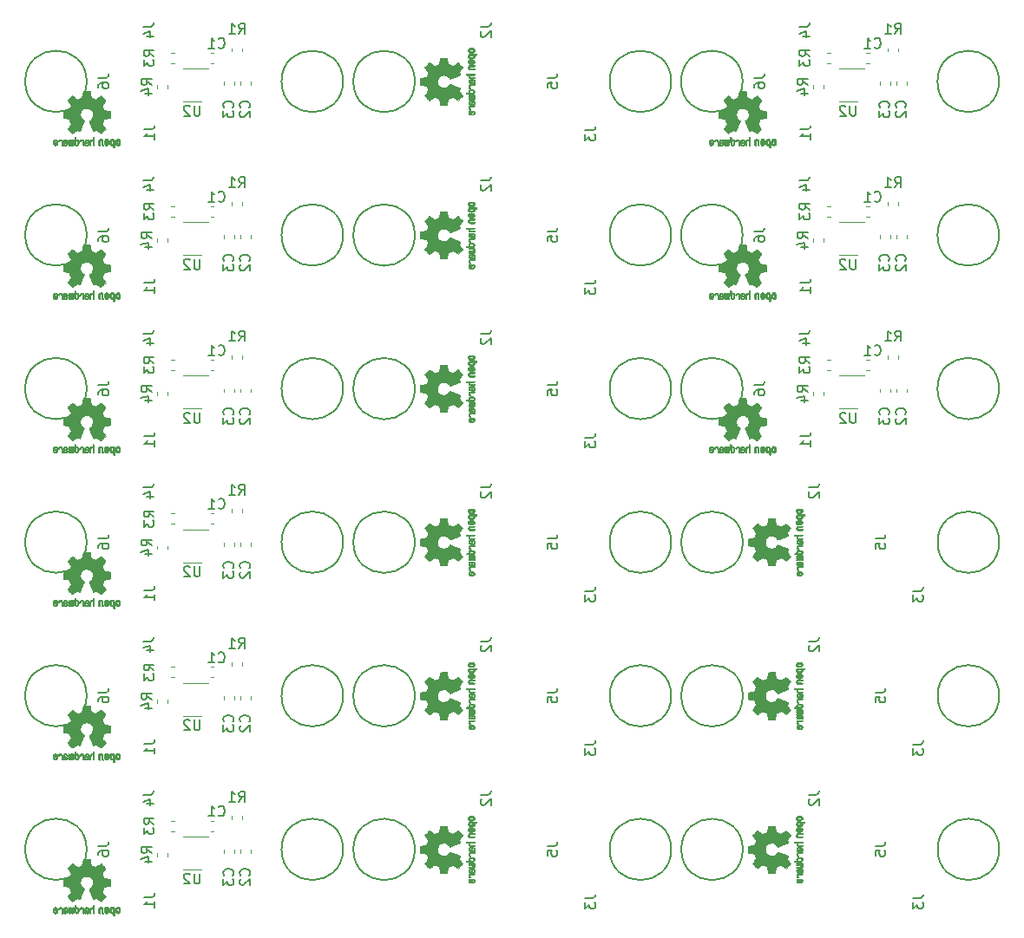
<source format=gbr>
%TF.GenerationSoftware,KiCad,Pcbnew,5.1.6-c6e7f7d~86~ubuntu18.04.1*%
%TF.CreationDate,2020-06-23T16:20:56-03:00*%
%TF.ProjectId,irStrip,69725374-7269-4702-9e6b-696361645f70,Rev. 1*%
%TF.SameCoordinates,Original*%
%TF.FileFunction,Legend,Bot*%
%TF.FilePolarity,Positive*%
%FSLAX46Y46*%
G04 Gerber Fmt 4.6, Leading zero omitted, Abs format (unit mm)*
G04 Created by KiCad (PCBNEW 5.1.6-c6e7f7d~86~ubuntu18.04.1) date 2020-06-23 16:20:56*
%MOMM*%
%LPD*%
G01*
G04 APERTURE LIST*
%ADD10C,0.150000*%
%ADD11C,0.010000*%
%ADD12C,0.120000*%
G04 APERTURE END LIST*
D10*
X169101800Y-139402400D02*
G75*
G03*
X169101800Y-139402400I-3000000J0D01*
G01*
X194113600Y-139403600D02*
G75*
G03*
X194113600Y-139403600I-3000000J0D01*
G01*
X169101800Y-124402400D02*
G75*
G03*
X169101800Y-124402400I-3000000J0D01*
G01*
X194113600Y-124403600D02*
G75*
G03*
X194113600Y-124403600I-3000000J0D01*
G01*
X169101800Y-109402400D02*
G75*
G03*
X169101800Y-109402400I-3000000J0D01*
G01*
X194113600Y-109403600D02*
G75*
G03*
X194113600Y-109403600I-3000000J0D01*
G01*
X169083700Y-94396400D02*
G75*
G03*
X169083700Y-94396400I-3000000J0D01*
G01*
X194095500Y-94397600D02*
G75*
G03*
X194095500Y-94397600I-3000000J0D01*
G01*
X169083700Y-79396400D02*
G75*
G03*
X169083700Y-79396400I-3000000J0D01*
G01*
X194095500Y-79397600D02*
G75*
G03*
X194095500Y-79397600I-3000000J0D01*
G01*
X169083700Y-64396400D02*
G75*
G03*
X169083700Y-64396400I-3000000J0D01*
G01*
X194095500Y-64397600D02*
G75*
G03*
X194095500Y-64397600I-3000000J0D01*
G01*
X130098200Y-139397600D02*
G75*
G03*
X130098200Y-139397600I-3000000J0D01*
G01*
X105086400Y-139396400D02*
G75*
G03*
X105086400Y-139396400I-3000000J0D01*
G01*
X137104500Y-139402400D02*
G75*
G03*
X137104500Y-139402400I-3000000J0D01*
G01*
X162116300Y-139403600D02*
G75*
G03*
X162116300Y-139403600I-3000000J0D01*
G01*
X130098200Y-124397600D02*
G75*
G03*
X130098200Y-124397600I-3000000J0D01*
G01*
X105086400Y-124396400D02*
G75*
G03*
X105086400Y-124396400I-3000000J0D01*
G01*
X137104500Y-124402400D02*
G75*
G03*
X137104500Y-124402400I-3000000J0D01*
G01*
X162116300Y-124403600D02*
G75*
G03*
X162116300Y-124403600I-3000000J0D01*
G01*
X130098200Y-109397600D02*
G75*
G03*
X130098200Y-109397600I-3000000J0D01*
G01*
X105086400Y-109396400D02*
G75*
G03*
X105086400Y-109396400I-3000000J0D01*
G01*
X137104500Y-109402400D02*
G75*
G03*
X137104500Y-109402400I-3000000J0D01*
G01*
X162116300Y-109403600D02*
G75*
G03*
X162116300Y-109403600I-3000000J0D01*
G01*
X130098200Y-94397600D02*
G75*
G03*
X130098200Y-94397600I-3000000J0D01*
G01*
X105086400Y-94396400D02*
G75*
G03*
X105086400Y-94396400I-3000000J0D01*
G01*
X137104500Y-94402400D02*
G75*
G03*
X137104500Y-94402400I-3000000J0D01*
G01*
X162116300Y-94403600D02*
G75*
G03*
X162116300Y-94403600I-3000000J0D01*
G01*
X130098200Y-79397600D02*
G75*
G03*
X130098200Y-79397600I-3000000J0D01*
G01*
X105086400Y-79396400D02*
G75*
G03*
X105086400Y-79396400I-3000000J0D01*
G01*
X137104500Y-79402400D02*
G75*
G03*
X137104500Y-79402400I-3000000J0D01*
G01*
X162116300Y-79403600D02*
G75*
G03*
X162116300Y-79403600I-3000000J0D01*
G01*
X137104500Y-64402400D02*
G75*
G03*
X137104500Y-64402400I-3000000J0D01*
G01*
X162116300Y-64403600D02*
G75*
G03*
X162116300Y-64403600I-3000000J0D01*
G01*
X130098200Y-64397600D02*
G75*
G03*
X130098200Y-64397600I-3000000J0D01*
G01*
X105086400Y-64396400D02*
G75*
G03*
X105086400Y-64396400I-3000000J0D01*
G01*
D11*
%TO.C,REF\u002A\u002A*%
G36*
X174287218Y-136999744D02*
G01*
X174314868Y-137055201D01*
X174365780Y-137104148D01*
X174384638Y-137117629D01*
X174409315Y-137132314D01*
X174436116Y-137141842D01*
X174471887Y-137147293D01*
X174523469Y-137149747D01*
X174591567Y-137150286D01*
X174684888Y-137147852D01*
X174754957Y-137139394D01*
X174807231Y-137123174D01*
X174847169Y-137097454D01*
X174880229Y-137060497D01*
X174882186Y-137057782D01*
X174902208Y-137021360D01*
X174912115Y-136977502D01*
X174914557Y-136921724D01*
X174914557Y-136831048D01*
X175002583Y-136831010D01*
X175051608Y-136830166D01*
X175080365Y-136825024D01*
X175097611Y-136811587D01*
X175112108Y-136785858D01*
X175115069Y-136779679D01*
X175128948Y-136750764D01*
X175137714Y-136728376D01*
X175138471Y-136711729D01*
X175128323Y-136700036D01*
X175104373Y-136692510D01*
X175063726Y-136688366D01*
X175003486Y-136686815D01*
X174920755Y-136687071D01*
X174812639Y-136688349D01*
X174780300Y-136688748D01*
X174668824Y-136690185D01*
X174595903Y-136691472D01*
X174595903Y-136830971D01*
X174657799Y-136831755D01*
X174698297Y-136835240D01*
X174725008Y-136843124D01*
X174745544Y-136857105D01*
X174755560Y-136866597D01*
X174784867Y-136905404D01*
X174787252Y-136939763D01*
X174763050Y-136975216D01*
X174762157Y-136976114D01*
X174743453Y-136990539D01*
X174718032Y-136999313D01*
X174678884Y-137003739D01*
X174618997Y-137005118D01*
X174605730Y-137005143D01*
X174523201Y-137001812D01*
X174465991Y-136990969D01*
X174431066Y-136971340D01*
X174415394Y-136941650D01*
X174413814Y-136924491D01*
X174421226Y-136883766D01*
X174445630Y-136855832D01*
X174490280Y-136839017D01*
X174558430Y-136831650D01*
X174595903Y-136830971D01*
X174595903Y-136691472D01*
X174582545Y-136691708D01*
X174517633Y-136693677D01*
X174470258Y-136696450D01*
X174436590Y-136700388D01*
X174412798Y-136705849D01*
X174395053Y-136713192D01*
X174379524Y-136722777D01*
X174373681Y-136726887D01*
X174318485Y-136781405D01*
X174287190Y-136850336D01*
X174278465Y-136930072D01*
X174287218Y-136999744D01*
G37*
X174287218Y-136999744D02*
X174314868Y-137055201D01*
X174365780Y-137104148D01*
X174384638Y-137117629D01*
X174409315Y-137132314D01*
X174436116Y-137141842D01*
X174471887Y-137147293D01*
X174523469Y-137149747D01*
X174591567Y-137150286D01*
X174684888Y-137147852D01*
X174754957Y-137139394D01*
X174807231Y-137123174D01*
X174847169Y-137097454D01*
X174880229Y-137060497D01*
X174882186Y-137057782D01*
X174902208Y-137021360D01*
X174912115Y-136977502D01*
X174914557Y-136921724D01*
X174914557Y-136831048D01*
X175002583Y-136831010D01*
X175051608Y-136830166D01*
X175080365Y-136825024D01*
X175097611Y-136811587D01*
X175112108Y-136785858D01*
X175115069Y-136779679D01*
X175128948Y-136750764D01*
X175137714Y-136728376D01*
X175138471Y-136711729D01*
X175128323Y-136700036D01*
X175104373Y-136692510D01*
X175063726Y-136688366D01*
X175003486Y-136686815D01*
X174920755Y-136687071D01*
X174812639Y-136688349D01*
X174780300Y-136688748D01*
X174668824Y-136690185D01*
X174595903Y-136691472D01*
X174595903Y-136830971D01*
X174657799Y-136831755D01*
X174698297Y-136835240D01*
X174725008Y-136843124D01*
X174745544Y-136857105D01*
X174755560Y-136866597D01*
X174784867Y-136905404D01*
X174787252Y-136939763D01*
X174763050Y-136975216D01*
X174762157Y-136976114D01*
X174743453Y-136990539D01*
X174718032Y-136999313D01*
X174678884Y-137003739D01*
X174618997Y-137005118D01*
X174605730Y-137005143D01*
X174523201Y-137001812D01*
X174465991Y-136990969D01*
X174431066Y-136971340D01*
X174415394Y-136941650D01*
X174413814Y-136924491D01*
X174421226Y-136883766D01*
X174445630Y-136855832D01*
X174490280Y-136839017D01*
X174558430Y-136831650D01*
X174595903Y-136830971D01*
X174595903Y-136691472D01*
X174582545Y-136691708D01*
X174517633Y-136693677D01*
X174470258Y-136696450D01*
X174436590Y-136700388D01*
X174412798Y-136705849D01*
X174395053Y-136713192D01*
X174379524Y-136722777D01*
X174373681Y-136726887D01*
X174318485Y-136781405D01*
X174287190Y-136850336D01*
X174278465Y-136930072D01*
X174287218Y-136999744D01*
G36*
X174295080Y-138116093D02*
G01*
X174322023Y-138162672D01*
X174348766Y-138195057D01*
X174376784Y-138218742D01*
X174411048Y-138235059D01*
X174456527Y-138245339D01*
X174518192Y-138250914D01*
X174601011Y-138253116D01*
X174660546Y-138253371D01*
X174879691Y-138253371D01*
X174907344Y-138191686D01*
X174934997Y-138130000D01*
X174694970Y-138122743D01*
X174605328Y-138119744D01*
X174540262Y-138116598D01*
X174495326Y-138112701D01*
X174466070Y-138107447D01*
X174448048Y-138100231D01*
X174436811Y-138090450D01*
X174434379Y-138087312D01*
X174415383Y-138039761D01*
X174422900Y-137991697D01*
X174442843Y-137963086D01*
X174456975Y-137951447D01*
X174475520Y-137943391D01*
X174503634Y-137938271D01*
X174546473Y-137935441D01*
X174609195Y-137934256D01*
X174674561Y-137934057D01*
X174756568Y-137934018D01*
X174814616Y-137932614D01*
X174853765Y-137927914D01*
X174879080Y-137917987D01*
X174895623Y-137900903D01*
X174908456Y-137874732D01*
X174921791Y-137839775D01*
X174936307Y-137801596D01*
X174678689Y-137806141D01*
X174585819Y-137807971D01*
X174517189Y-137810112D01*
X174468011Y-137813181D01*
X174433498Y-137817794D01*
X174408862Y-137824568D01*
X174389316Y-137834119D01*
X174372070Y-137845634D01*
X174316980Y-137901190D01*
X174285122Y-137968980D01*
X174277491Y-138042713D01*
X174295080Y-138116093D01*
G37*
X174295080Y-138116093D02*
X174322023Y-138162672D01*
X174348766Y-138195057D01*
X174376784Y-138218742D01*
X174411048Y-138235059D01*
X174456527Y-138245339D01*
X174518192Y-138250914D01*
X174601011Y-138253116D01*
X174660546Y-138253371D01*
X174879691Y-138253371D01*
X174907344Y-138191686D01*
X174934997Y-138130000D01*
X174694970Y-138122743D01*
X174605328Y-138119744D01*
X174540262Y-138116598D01*
X174495326Y-138112701D01*
X174466070Y-138107447D01*
X174448048Y-138100231D01*
X174436811Y-138090450D01*
X174434379Y-138087312D01*
X174415383Y-138039761D01*
X174422900Y-137991697D01*
X174442843Y-137963086D01*
X174456975Y-137951447D01*
X174475520Y-137943391D01*
X174503634Y-137938271D01*
X174546473Y-137935441D01*
X174609195Y-137934256D01*
X174674561Y-137934057D01*
X174756568Y-137934018D01*
X174814616Y-137932614D01*
X174853765Y-137927914D01*
X174879080Y-137917987D01*
X174895623Y-137900903D01*
X174908456Y-137874732D01*
X174921791Y-137839775D01*
X174936307Y-137801596D01*
X174678689Y-137806141D01*
X174585819Y-137807971D01*
X174517189Y-137810112D01*
X174468011Y-137813181D01*
X174433498Y-137817794D01*
X174408862Y-137824568D01*
X174389316Y-137834119D01*
X174372070Y-137845634D01*
X174316980Y-137901190D01*
X174285122Y-137968980D01*
X174277491Y-138042713D01*
X174295080Y-138116093D01*
G36*
X174289262Y-136441115D02*
G01*
X174325033Y-136509145D01*
X174382601Y-136559351D01*
X174419612Y-136577185D01*
X174475182Y-136591063D01*
X174545396Y-136598167D01*
X174622027Y-136598840D01*
X174696852Y-136593427D01*
X174761642Y-136582270D01*
X174808173Y-136565714D01*
X174816187Y-136560626D01*
X174876007Y-136500355D01*
X174911835Y-136428769D01*
X174922320Y-136351092D01*
X174906110Y-136272548D01*
X174896392Y-136250689D01*
X174866443Y-136208122D01*
X174826733Y-136170763D01*
X174821697Y-136167232D01*
X174797424Y-136152881D01*
X174771478Y-136143394D01*
X174737322Y-136137790D01*
X174688419Y-136135086D01*
X174618235Y-136134299D01*
X174602500Y-136134286D01*
X174597492Y-136134322D01*
X174597492Y-136279429D01*
X174663730Y-136280273D01*
X174707686Y-136283596D01*
X174736079Y-136290583D01*
X174755625Y-136302416D01*
X174762157Y-136308457D01*
X174786980Y-136343186D01*
X174785848Y-136376903D01*
X174764316Y-136410995D01*
X174741329Y-136431329D01*
X174707778Y-136443371D01*
X174654869Y-136450134D01*
X174648699Y-136450598D01*
X174552813Y-136451752D01*
X174481599Y-136439688D01*
X174435494Y-136414570D01*
X174414935Y-136376560D01*
X174413814Y-136362992D01*
X174419452Y-136327364D01*
X174438986Y-136302994D01*
X174476342Y-136288093D01*
X174535450Y-136280875D01*
X174597492Y-136279429D01*
X174597492Y-136134322D01*
X174527713Y-136134826D01*
X174475459Y-136137096D01*
X174439249Y-136142068D01*
X174412599Y-136150713D01*
X174389022Y-136164005D01*
X174384638Y-136166943D01*
X174325549Y-136216313D01*
X174291247Y-136270109D01*
X174277631Y-136335602D01*
X174276965Y-136357842D01*
X174289262Y-136441115D01*
G37*
X174289262Y-136441115D02*
X174325033Y-136509145D01*
X174382601Y-136559351D01*
X174419612Y-136577185D01*
X174475182Y-136591063D01*
X174545396Y-136598167D01*
X174622027Y-136598840D01*
X174696852Y-136593427D01*
X174761642Y-136582270D01*
X174808173Y-136565714D01*
X174816187Y-136560626D01*
X174876007Y-136500355D01*
X174911835Y-136428769D01*
X174922320Y-136351092D01*
X174906110Y-136272548D01*
X174896392Y-136250689D01*
X174866443Y-136208122D01*
X174826733Y-136170763D01*
X174821697Y-136167232D01*
X174797424Y-136152881D01*
X174771478Y-136143394D01*
X174737322Y-136137790D01*
X174688419Y-136135086D01*
X174618235Y-136134299D01*
X174602500Y-136134286D01*
X174597492Y-136134322D01*
X174597492Y-136279429D01*
X174663730Y-136280273D01*
X174707686Y-136283596D01*
X174736079Y-136290583D01*
X174755625Y-136302416D01*
X174762157Y-136308457D01*
X174786980Y-136343186D01*
X174785848Y-136376903D01*
X174764316Y-136410995D01*
X174741329Y-136431329D01*
X174707778Y-136443371D01*
X174654869Y-136450134D01*
X174648699Y-136450598D01*
X174552813Y-136451752D01*
X174481599Y-136439688D01*
X174435494Y-136414570D01*
X174414935Y-136376560D01*
X174413814Y-136362992D01*
X174419452Y-136327364D01*
X174438986Y-136302994D01*
X174476342Y-136288093D01*
X174535450Y-136280875D01*
X174597492Y-136279429D01*
X174597492Y-136134322D01*
X174527713Y-136134826D01*
X174475459Y-136137096D01*
X174439249Y-136142068D01*
X174412599Y-136150713D01*
X174389022Y-136164005D01*
X174384638Y-136166943D01*
X174325549Y-136216313D01*
X174291247Y-136270109D01*
X174277631Y-136335602D01*
X174276965Y-136357842D01*
X174289262Y-136441115D01*
G36*
X174298539Y-137568303D02*
G01*
X174337035Y-137625527D01*
X174392635Y-137669749D01*
X174463386Y-137696167D01*
X174515462Y-137701510D01*
X174537193Y-137700903D01*
X174553831Y-137695822D01*
X174568737Y-137681855D01*
X174585273Y-137654589D01*
X174606798Y-137609612D01*
X174636674Y-137542511D01*
X174636824Y-137542171D01*
X174665113Y-137480407D01*
X174690233Y-137429759D01*
X174709479Y-137395404D01*
X174720148Y-137382518D01*
X174720234Y-137382514D01*
X174743466Y-137393872D01*
X174769074Y-137420431D01*
X174787521Y-137450923D01*
X174791186Y-137466370D01*
X174778512Y-137508515D01*
X174746771Y-137544808D01*
X174711872Y-137562517D01*
X174686145Y-137579552D01*
X174656846Y-137612922D01*
X174631535Y-137652149D01*
X174617771Y-137686756D01*
X174617014Y-137693993D01*
X174629460Y-137702139D01*
X174661272Y-137702630D01*
X174704166Y-137696643D01*
X174749858Y-137685357D01*
X174790061Y-137669950D01*
X174791622Y-137669171D01*
X174856362Y-137622804D01*
X174900397Y-137562711D01*
X174922011Y-137494465D01*
X174919485Y-137423638D01*
X174891104Y-137355804D01*
X174889108Y-137352788D01*
X174840748Y-137299427D01*
X174777652Y-137264340D01*
X174694687Y-137244922D01*
X174671378Y-137242316D01*
X174561355Y-137237701D01*
X174510048Y-137243233D01*
X174510048Y-137382514D01*
X174542053Y-137384324D01*
X174551393Y-137394222D01*
X174544405Y-137418898D01*
X174527887Y-137457795D01*
X174507181Y-137501275D01*
X174506633Y-137502356D01*
X174487249Y-137539209D01*
X174474313Y-137554000D01*
X174460751Y-137550353D01*
X174442932Y-137534995D01*
X174417145Y-137495923D01*
X174415250Y-137453846D01*
X174434017Y-137416103D01*
X174470215Y-137390034D01*
X174510048Y-137382514D01*
X174510048Y-137243233D01*
X174473327Y-137247194D01*
X174403512Y-137271550D01*
X174354602Y-137305456D01*
X174305178Y-137366653D01*
X174280659Y-137434063D01*
X174279097Y-137502880D01*
X174298539Y-137568303D01*
G37*
X174298539Y-137568303D02*
X174337035Y-137625527D01*
X174392635Y-137669749D01*
X174463386Y-137696167D01*
X174515462Y-137701510D01*
X174537193Y-137700903D01*
X174553831Y-137695822D01*
X174568737Y-137681855D01*
X174585273Y-137654589D01*
X174606798Y-137609612D01*
X174636674Y-137542511D01*
X174636824Y-137542171D01*
X174665113Y-137480407D01*
X174690233Y-137429759D01*
X174709479Y-137395404D01*
X174720148Y-137382518D01*
X174720234Y-137382514D01*
X174743466Y-137393872D01*
X174769074Y-137420431D01*
X174787521Y-137450923D01*
X174791186Y-137466370D01*
X174778512Y-137508515D01*
X174746771Y-137544808D01*
X174711872Y-137562517D01*
X174686145Y-137579552D01*
X174656846Y-137612922D01*
X174631535Y-137652149D01*
X174617771Y-137686756D01*
X174617014Y-137693993D01*
X174629460Y-137702139D01*
X174661272Y-137702630D01*
X174704166Y-137696643D01*
X174749858Y-137685357D01*
X174790061Y-137669950D01*
X174791622Y-137669171D01*
X174856362Y-137622804D01*
X174900397Y-137562711D01*
X174922011Y-137494465D01*
X174919485Y-137423638D01*
X174891104Y-137355804D01*
X174889108Y-137352788D01*
X174840748Y-137299427D01*
X174777652Y-137264340D01*
X174694687Y-137244922D01*
X174671378Y-137242316D01*
X174561355Y-137237701D01*
X174510048Y-137243233D01*
X174510048Y-137382514D01*
X174542053Y-137384324D01*
X174551393Y-137394222D01*
X174544405Y-137418898D01*
X174527887Y-137457795D01*
X174507181Y-137501275D01*
X174506633Y-137502356D01*
X174487249Y-137539209D01*
X174474313Y-137554000D01*
X174460751Y-137550353D01*
X174442932Y-137534995D01*
X174417145Y-137495923D01*
X174415250Y-137453846D01*
X174434017Y-137416103D01*
X174470215Y-137390034D01*
X174510048Y-137382514D01*
X174510048Y-137243233D01*
X174473327Y-137247194D01*
X174403512Y-137271550D01*
X174354602Y-137305456D01*
X174305178Y-137366653D01*
X174280659Y-137434063D01*
X174279097Y-137502880D01*
X174298539Y-137568303D01*
G36*
X174218589Y-138775886D02*
G01*
X174277913Y-138780139D01*
X174312872Y-138785025D01*
X174328120Y-138791795D01*
X174328315Y-138801702D01*
X174326495Y-138804914D01*
X174313315Y-138847644D01*
X174314085Y-138903227D01*
X174327633Y-138959737D01*
X174345161Y-138995082D01*
X174373161Y-139031321D01*
X174404849Y-139057813D01*
X174445113Y-139075999D01*
X174498843Y-139087322D01*
X174570926Y-139093222D01*
X174666251Y-139095143D01*
X174684537Y-139095177D01*
X174889946Y-139095200D01*
X174905880Y-139049491D01*
X174916720Y-139017027D01*
X174921768Y-138999215D01*
X174921814Y-138998691D01*
X174908128Y-138996937D01*
X174870376Y-138995444D01*
X174813524Y-138994326D01*
X174742534Y-138993697D01*
X174699373Y-138993600D01*
X174614273Y-138993398D01*
X174553281Y-138992358D01*
X174511477Y-138989831D01*
X174483942Y-138985164D01*
X174465756Y-138977707D01*
X174451998Y-138966811D01*
X174445373Y-138960007D01*
X174418675Y-138913272D01*
X174416675Y-138862272D01*
X174439255Y-138816001D01*
X174447407Y-138807444D01*
X174462736Y-138794893D01*
X174480918Y-138786188D01*
X174507209Y-138780631D01*
X174546862Y-138777526D01*
X174605132Y-138776176D01*
X174685473Y-138775886D01*
X174889946Y-138775886D01*
X174905880Y-138730177D01*
X174916720Y-138697713D01*
X174921768Y-138679901D01*
X174921814Y-138679377D01*
X174907923Y-138678037D01*
X174868739Y-138676828D01*
X174808000Y-138675801D01*
X174729441Y-138675002D01*
X174636798Y-138674481D01*
X174533809Y-138674286D01*
X174136642Y-138674286D01*
X174116744Y-138721457D01*
X174096847Y-138768629D01*
X174218589Y-138775886D01*
G37*
X174218589Y-138775886D02*
X174277913Y-138780139D01*
X174312872Y-138785025D01*
X174328120Y-138791795D01*
X174328315Y-138801702D01*
X174326495Y-138804914D01*
X174313315Y-138847644D01*
X174314085Y-138903227D01*
X174327633Y-138959737D01*
X174345161Y-138995082D01*
X174373161Y-139031321D01*
X174404849Y-139057813D01*
X174445113Y-139075999D01*
X174498843Y-139087322D01*
X174570926Y-139093222D01*
X174666251Y-139095143D01*
X174684537Y-139095177D01*
X174889946Y-139095200D01*
X174905880Y-139049491D01*
X174916720Y-139017027D01*
X174921768Y-138999215D01*
X174921814Y-138998691D01*
X174908128Y-138996937D01*
X174870376Y-138995444D01*
X174813524Y-138994326D01*
X174742534Y-138993697D01*
X174699373Y-138993600D01*
X174614273Y-138993398D01*
X174553281Y-138992358D01*
X174511477Y-138989831D01*
X174483942Y-138985164D01*
X174465756Y-138977707D01*
X174451998Y-138966811D01*
X174445373Y-138960007D01*
X174418675Y-138913272D01*
X174416675Y-138862272D01*
X174439255Y-138816001D01*
X174447407Y-138807444D01*
X174462736Y-138794893D01*
X174480918Y-138786188D01*
X174507209Y-138780631D01*
X174546862Y-138777526D01*
X174605132Y-138776176D01*
X174685473Y-138775886D01*
X174889946Y-138775886D01*
X174905880Y-138730177D01*
X174916720Y-138697713D01*
X174921768Y-138679901D01*
X174921814Y-138679377D01*
X174907923Y-138678037D01*
X174868739Y-138676828D01*
X174808000Y-138675801D01*
X174729441Y-138675002D01*
X174636798Y-138674481D01*
X174533809Y-138674286D01*
X174136642Y-138674286D01*
X174116744Y-138721457D01*
X174096847Y-138768629D01*
X174218589Y-138775886D01*
G36*
X174318268Y-139439744D02*
G01*
X174339387Y-139496616D01*
X174339793Y-139497267D01*
X174365680Y-139532440D01*
X174395933Y-139558407D01*
X174435358Y-139576670D01*
X174488762Y-139588732D01*
X174560951Y-139596096D01*
X174656732Y-139600264D01*
X174670378Y-139600629D01*
X174876142Y-139605876D01*
X174898978Y-139561716D01*
X174914410Y-139529763D01*
X174921723Y-139510470D01*
X174921814Y-139509578D01*
X174908322Y-139506239D01*
X174871926Y-139503587D01*
X174818752Y-139501956D01*
X174775693Y-139501600D01*
X174705941Y-139501592D01*
X174662137Y-139498403D01*
X174641244Y-139487288D01*
X174640225Y-139463501D01*
X174656041Y-139422296D01*
X174685115Y-139360086D01*
X174709263Y-139314341D01*
X174730213Y-139290813D01*
X174753047Y-139283896D01*
X174754177Y-139283886D01*
X174793512Y-139295299D01*
X174814762Y-139329092D01*
X174817839Y-139380809D01*
X174817306Y-139418061D01*
X174828035Y-139437703D01*
X174853805Y-139449952D01*
X174886637Y-139457002D01*
X174905266Y-139446842D01*
X174907932Y-139443017D01*
X174918640Y-139407001D01*
X174920156Y-139356566D01*
X174913059Y-139304626D01*
X174900088Y-139267822D01*
X174856885Y-139216938D01*
X174796746Y-139188014D01*
X174749762Y-139182286D01*
X174707382Y-139186657D01*
X174672788Y-139202475D01*
X174642063Y-139233797D01*
X174611290Y-139284678D01*
X174576552Y-139359176D01*
X174574588Y-139363714D01*
X174543587Y-139430821D01*
X174518162Y-139472232D01*
X174495314Y-139489981D01*
X174472045Y-139486107D01*
X174445356Y-139462643D01*
X174439214Y-139455627D01*
X174415400Y-139408630D01*
X174416403Y-139359933D01*
X174439751Y-139317522D01*
X174482975Y-139289384D01*
X174491460Y-139286769D01*
X174532608Y-139261308D01*
X174552428Y-139229001D01*
X174572070Y-139182286D01*
X174521250Y-139182286D01*
X174447382Y-139196496D01*
X174379627Y-139238675D01*
X174356961Y-139260624D01*
X174327869Y-139310517D01*
X174314700Y-139373967D01*
X174318268Y-139439744D01*
G37*
X174318268Y-139439744D02*
X174339387Y-139496616D01*
X174339793Y-139497267D01*
X174365680Y-139532440D01*
X174395933Y-139558407D01*
X174435358Y-139576670D01*
X174488762Y-139588732D01*
X174560951Y-139596096D01*
X174656732Y-139600264D01*
X174670378Y-139600629D01*
X174876142Y-139605876D01*
X174898978Y-139561716D01*
X174914410Y-139529763D01*
X174921723Y-139510470D01*
X174921814Y-139509578D01*
X174908322Y-139506239D01*
X174871926Y-139503587D01*
X174818752Y-139501956D01*
X174775693Y-139501600D01*
X174705941Y-139501592D01*
X174662137Y-139498403D01*
X174641244Y-139487288D01*
X174640225Y-139463501D01*
X174656041Y-139422296D01*
X174685115Y-139360086D01*
X174709263Y-139314341D01*
X174730213Y-139290813D01*
X174753047Y-139283896D01*
X174754177Y-139283886D01*
X174793512Y-139295299D01*
X174814762Y-139329092D01*
X174817839Y-139380809D01*
X174817306Y-139418061D01*
X174828035Y-139437703D01*
X174853805Y-139449952D01*
X174886637Y-139457002D01*
X174905266Y-139446842D01*
X174907932Y-139443017D01*
X174918640Y-139407001D01*
X174920156Y-139356566D01*
X174913059Y-139304626D01*
X174900088Y-139267822D01*
X174856885Y-139216938D01*
X174796746Y-139188014D01*
X174749762Y-139182286D01*
X174707382Y-139186657D01*
X174672788Y-139202475D01*
X174642063Y-139233797D01*
X174611290Y-139284678D01*
X174576552Y-139359176D01*
X174574588Y-139363714D01*
X174543587Y-139430821D01*
X174518162Y-139472232D01*
X174495314Y-139489981D01*
X174472045Y-139486107D01*
X174445356Y-139462643D01*
X174439214Y-139455627D01*
X174415400Y-139408630D01*
X174416403Y-139359933D01*
X174439751Y-139317522D01*
X174482975Y-139289384D01*
X174491460Y-139286769D01*
X174532608Y-139261308D01*
X174552428Y-139229001D01*
X174572070Y-139182286D01*
X174521250Y-139182286D01*
X174447382Y-139196496D01*
X174379627Y-139238675D01*
X174356961Y-139260624D01*
X174327869Y-139310517D01*
X174314700Y-139373967D01*
X174318268Y-139439744D01*
G36*
X174317055Y-139929926D02*
G01*
X174341384Y-139995858D01*
X174384417Y-140049273D01*
X174414709Y-140070164D01*
X174470294Y-140092939D01*
X174510486Y-140092466D01*
X174537517Y-140068562D01*
X174542113Y-140059717D01*
X174556444Y-140021530D01*
X174552772Y-140002028D01*
X174528707Y-139995422D01*
X174515414Y-139995086D01*
X174466510Y-139982992D01*
X174432299Y-139951471D01*
X174415776Y-139907659D01*
X174419934Y-139858695D01*
X174441527Y-139818894D01*
X174453844Y-139805450D01*
X174468787Y-139795921D01*
X174491375Y-139789485D01*
X174526628Y-139785317D01*
X174579566Y-139782597D01*
X174655207Y-139780502D01*
X174679157Y-139779960D01*
X174761090Y-139777981D01*
X174818755Y-139775731D01*
X174856908Y-139772357D01*
X174880304Y-139767006D01*
X174893698Y-139758824D01*
X174901845Y-139746959D01*
X174905444Y-139739362D01*
X174917752Y-139707102D01*
X174921814Y-139688111D01*
X174908248Y-139681836D01*
X174867234Y-139678006D01*
X174798299Y-139676600D01*
X174700969Y-139677598D01*
X174685957Y-139677908D01*
X174597159Y-139680101D01*
X174532319Y-139682693D01*
X174486367Y-139686382D01*
X174454235Y-139691864D01*
X174430853Y-139699835D01*
X174411152Y-139710993D01*
X174402710Y-139716830D01*
X174365357Y-139750296D01*
X174336303Y-139787727D01*
X174333767Y-139792309D01*
X174313743Y-139859426D01*
X174317055Y-139929926D01*
G37*
X174317055Y-139929926D02*
X174341384Y-139995858D01*
X174384417Y-140049273D01*
X174414709Y-140070164D01*
X174470294Y-140092939D01*
X174510486Y-140092466D01*
X174537517Y-140068562D01*
X174542113Y-140059717D01*
X174556444Y-140021530D01*
X174552772Y-140002028D01*
X174528707Y-139995422D01*
X174515414Y-139995086D01*
X174466510Y-139982992D01*
X174432299Y-139951471D01*
X174415776Y-139907659D01*
X174419934Y-139858695D01*
X174441527Y-139818894D01*
X174453844Y-139805450D01*
X174468787Y-139795921D01*
X174491375Y-139789485D01*
X174526628Y-139785317D01*
X174579566Y-139782597D01*
X174655207Y-139780502D01*
X174679157Y-139779960D01*
X174761090Y-139777981D01*
X174818755Y-139775731D01*
X174856908Y-139772357D01*
X174880304Y-139767006D01*
X174893698Y-139758824D01*
X174901845Y-139746959D01*
X174905444Y-139739362D01*
X174917752Y-139707102D01*
X174921814Y-139688111D01*
X174908248Y-139681836D01*
X174867234Y-139678006D01*
X174798299Y-139676600D01*
X174700969Y-139677598D01*
X174685957Y-139677908D01*
X174597159Y-139680101D01*
X174532319Y-139682693D01*
X174486367Y-139686382D01*
X174454235Y-139691864D01*
X174430853Y-139699835D01*
X174411152Y-139710993D01*
X174402710Y-139716830D01*
X174365357Y-139750296D01*
X174336303Y-139787727D01*
X174333767Y-139792309D01*
X174313743Y-139859426D01*
X174317055Y-139929926D01*
G36*
X174432658Y-140590117D02*
G01*
X174541137Y-140589933D01*
X174624587Y-140589219D01*
X174687004Y-140587675D01*
X174732385Y-140585001D01*
X174764729Y-140580894D01*
X174788033Y-140575055D01*
X174806295Y-140567182D01*
X174816718Y-140561221D01*
X174873245Y-140511855D01*
X174908677Y-140449264D01*
X174921390Y-140380013D01*
X174909763Y-140310668D01*
X174888868Y-140269375D01*
X174852722Y-140226025D01*
X174808576Y-140196481D01*
X174750762Y-140178655D01*
X174673613Y-140170463D01*
X174617014Y-140169302D01*
X174612947Y-140169458D01*
X174612947Y-140270857D01*
X174677850Y-140271476D01*
X174720814Y-140274314D01*
X174748922Y-140280840D01*
X174769253Y-140292523D01*
X174784588Y-140306483D01*
X174814190Y-140353365D01*
X174816719Y-140403701D01*
X174792005Y-140451276D01*
X174788656Y-140454979D01*
X174771235Y-140470783D01*
X174750509Y-140480693D01*
X174719662Y-140486058D01*
X174671877Y-140488228D01*
X174619048Y-140488571D01*
X174552681Y-140487827D01*
X174508406Y-140484748D01*
X174479309Y-140478061D01*
X174458473Y-140466496D01*
X174447407Y-140457013D01*
X174419498Y-140412960D01*
X174416143Y-140362224D01*
X174437459Y-140313796D01*
X174445373Y-140304450D01*
X174462947Y-140288540D01*
X174483887Y-140278610D01*
X174515082Y-140273278D01*
X174563422Y-140271163D01*
X174612947Y-140270857D01*
X174612947Y-140169458D01*
X174525868Y-140172810D01*
X174457386Y-140184726D01*
X174405900Y-140207135D01*
X174365743Y-140242124D01*
X174345161Y-140269375D01*
X174322925Y-140318907D01*
X174312604Y-140376316D01*
X174315367Y-140429682D01*
X174326512Y-140459543D01*
X174329683Y-140471261D01*
X174317857Y-140479037D01*
X174286166Y-140484465D01*
X174237893Y-140488571D01*
X174184129Y-140493067D01*
X174151782Y-140499313D01*
X174133285Y-140510676D01*
X174121070Y-140530528D01*
X174115662Y-140543000D01*
X174095901Y-140590171D01*
X174432658Y-140590117D01*
G37*
X174432658Y-140590117D02*
X174541137Y-140589933D01*
X174624587Y-140589219D01*
X174687004Y-140587675D01*
X174732385Y-140585001D01*
X174764729Y-140580894D01*
X174788033Y-140575055D01*
X174806295Y-140567182D01*
X174816718Y-140561221D01*
X174873245Y-140511855D01*
X174908677Y-140449264D01*
X174921390Y-140380013D01*
X174909763Y-140310668D01*
X174888868Y-140269375D01*
X174852722Y-140226025D01*
X174808576Y-140196481D01*
X174750762Y-140178655D01*
X174673613Y-140170463D01*
X174617014Y-140169302D01*
X174612947Y-140169458D01*
X174612947Y-140270857D01*
X174677850Y-140271476D01*
X174720814Y-140274314D01*
X174748922Y-140280840D01*
X174769253Y-140292523D01*
X174784588Y-140306483D01*
X174814190Y-140353365D01*
X174816719Y-140403701D01*
X174792005Y-140451276D01*
X174788656Y-140454979D01*
X174771235Y-140470783D01*
X174750509Y-140480693D01*
X174719662Y-140486058D01*
X174671877Y-140488228D01*
X174619048Y-140488571D01*
X174552681Y-140487827D01*
X174508406Y-140484748D01*
X174479309Y-140478061D01*
X174458473Y-140466496D01*
X174447407Y-140457013D01*
X174419498Y-140412960D01*
X174416143Y-140362224D01*
X174437459Y-140313796D01*
X174445373Y-140304450D01*
X174462947Y-140288540D01*
X174483887Y-140278610D01*
X174515082Y-140273278D01*
X174563422Y-140271163D01*
X174612947Y-140270857D01*
X174612947Y-140169458D01*
X174525868Y-140172810D01*
X174457386Y-140184726D01*
X174405900Y-140207135D01*
X174365743Y-140242124D01*
X174345161Y-140269375D01*
X174322925Y-140318907D01*
X174312604Y-140376316D01*
X174315367Y-140429682D01*
X174326512Y-140459543D01*
X174329683Y-140471261D01*
X174317857Y-140479037D01*
X174286166Y-140484465D01*
X174237893Y-140488571D01*
X174184129Y-140493067D01*
X174151782Y-140499313D01*
X174133285Y-140510676D01*
X174121070Y-140530528D01*
X174115662Y-140543000D01*
X174095901Y-140590171D01*
X174432658Y-140590117D01*
G36*
X174325963Y-141179833D02*
G01*
X174364150Y-141182048D01*
X174422186Y-141183784D01*
X174495480Y-141184899D01*
X174572355Y-141185257D01*
X174832496Y-141185257D01*
X174878427Y-141139326D01*
X174906729Y-141107675D01*
X174918193Y-141079890D01*
X174917468Y-141041915D01*
X174915621Y-141026840D01*
X174910248Y-140979726D01*
X174907169Y-140940756D01*
X174906885Y-140931257D01*
X174908745Y-140899233D01*
X174913414Y-140853432D01*
X174915621Y-140835674D01*
X174919035Y-140792057D01*
X174911620Y-140762745D01*
X174888727Y-140733680D01*
X174878427Y-140723188D01*
X174832496Y-140677257D01*
X174345902Y-140677257D01*
X174329058Y-140714226D01*
X174316582Y-140746059D01*
X174312214Y-140764683D01*
X174326018Y-140769458D01*
X174364586Y-140773921D01*
X174423656Y-140777775D01*
X174498963Y-140780722D01*
X174562586Y-140782143D01*
X174812957Y-140786114D01*
X174817856Y-140820759D01*
X174814431Y-140852268D01*
X174803341Y-140867708D01*
X174782608Y-140872023D01*
X174738445Y-140875708D01*
X174676446Y-140878469D01*
X174602209Y-140880012D01*
X174564006Y-140880235D01*
X174344083Y-140880457D01*
X174328149Y-140926166D01*
X174317315Y-140958518D01*
X174312262Y-140976115D01*
X174312214Y-140976623D01*
X174325948Y-140978388D01*
X174364030Y-140980329D01*
X174421782Y-140982282D01*
X174494527Y-140984084D01*
X174562586Y-140985343D01*
X174812957Y-140989314D01*
X174812957Y-141076400D01*
X174584540Y-141080396D01*
X174356122Y-141084392D01*
X174334168Y-141126847D01*
X174319093Y-141158192D01*
X174312251Y-141176744D01*
X174312214Y-141177279D01*
X174325963Y-141179833D01*
G37*
X174325963Y-141179833D02*
X174364150Y-141182048D01*
X174422186Y-141183784D01*
X174495480Y-141184899D01*
X174572355Y-141185257D01*
X174832496Y-141185257D01*
X174878427Y-141139326D01*
X174906729Y-141107675D01*
X174918193Y-141079890D01*
X174917468Y-141041915D01*
X174915621Y-141026840D01*
X174910248Y-140979726D01*
X174907169Y-140940756D01*
X174906885Y-140931257D01*
X174908745Y-140899233D01*
X174913414Y-140853432D01*
X174915621Y-140835674D01*
X174919035Y-140792057D01*
X174911620Y-140762745D01*
X174888727Y-140733680D01*
X174878427Y-140723188D01*
X174832496Y-140677257D01*
X174345902Y-140677257D01*
X174329058Y-140714226D01*
X174316582Y-140746059D01*
X174312214Y-140764683D01*
X174326018Y-140769458D01*
X174364586Y-140773921D01*
X174423656Y-140777775D01*
X174498963Y-140780722D01*
X174562586Y-140782143D01*
X174812957Y-140786114D01*
X174817856Y-140820759D01*
X174814431Y-140852268D01*
X174803341Y-140867708D01*
X174782608Y-140872023D01*
X174738445Y-140875708D01*
X174676446Y-140878469D01*
X174602209Y-140880012D01*
X174564006Y-140880235D01*
X174344083Y-140880457D01*
X174328149Y-140926166D01*
X174317315Y-140958518D01*
X174312262Y-140976115D01*
X174312214Y-140976623D01*
X174325948Y-140978388D01*
X174364030Y-140980329D01*
X174421782Y-140982282D01*
X174494527Y-140984084D01*
X174562586Y-140985343D01*
X174812957Y-140989314D01*
X174812957Y-141076400D01*
X174584540Y-141080396D01*
X174356122Y-141084392D01*
X174334168Y-141126847D01*
X174319093Y-141158192D01*
X174312251Y-141176744D01*
X174312214Y-141177279D01*
X174325963Y-141179833D01*
G36*
X174323635Y-141544876D02*
G01*
X174342644Y-141586667D01*
X174365678Y-141619469D01*
X174391433Y-141643503D01*
X174424658Y-141660097D01*
X174470100Y-141670577D01*
X174532507Y-141676271D01*
X174616627Y-141678507D01*
X174672021Y-141678743D01*
X174888126Y-141678743D01*
X174904970Y-141641774D01*
X174917281Y-141612656D01*
X174921814Y-141598231D01*
X174908325Y-141595472D01*
X174871953Y-141593282D01*
X174818842Y-141591942D01*
X174776672Y-141591657D01*
X174715747Y-141590434D01*
X174667415Y-141587136D01*
X174637818Y-141582321D01*
X174631529Y-141578496D01*
X174637952Y-141552783D01*
X174654425Y-141512418D01*
X174676758Y-141465679D01*
X174700757Y-141420845D01*
X174722230Y-141386193D01*
X174736985Y-141370002D01*
X174737145Y-141369938D01*
X174764452Y-141371330D01*
X174790519Y-141383818D01*
X174811692Y-141405743D01*
X174818774Y-141437743D01*
X174817949Y-141465092D01*
X174817342Y-141503826D01*
X174826416Y-141524158D01*
X174850392Y-141536369D01*
X174854913Y-141537909D01*
X174889106Y-141543203D01*
X174909868Y-141529047D01*
X174919762Y-141492148D01*
X174921592Y-141452289D01*
X174908027Y-141380562D01*
X174888655Y-141343432D01*
X174843145Y-141297576D01*
X174787283Y-141273256D01*
X174728257Y-141271073D01*
X174673253Y-141291629D01*
X174638786Y-141322549D01*
X174619489Y-141353420D01*
X174595059Y-141401942D01*
X174570285Y-141458485D01*
X174566499Y-141467910D01*
X174539091Y-141530019D01*
X174514934Y-141565822D01*
X174490919Y-141577337D01*
X174463935Y-141566580D01*
X174442843Y-141548114D01*
X174416872Y-141504469D01*
X174414924Y-141456446D01*
X174434937Y-141412406D01*
X174474851Y-141380709D01*
X174485148Y-141376549D01*
X174523024Y-141352327D01*
X174551142Y-141316965D01*
X174574217Y-141272343D01*
X174508785Y-141272343D01*
X174468806Y-141274969D01*
X174437297Y-141286230D01*
X174403678Y-141311199D01*
X174377784Y-141335169D01*
X174341117Y-141372441D01*
X174321421Y-141401401D01*
X174313520Y-141432505D01*
X174312214Y-141467713D01*
X174323635Y-141544876D01*
G37*
X174323635Y-141544876D02*
X174342644Y-141586667D01*
X174365678Y-141619469D01*
X174391433Y-141643503D01*
X174424658Y-141660097D01*
X174470100Y-141670577D01*
X174532507Y-141676271D01*
X174616627Y-141678507D01*
X174672021Y-141678743D01*
X174888126Y-141678743D01*
X174904970Y-141641774D01*
X174917281Y-141612656D01*
X174921814Y-141598231D01*
X174908325Y-141595472D01*
X174871953Y-141593282D01*
X174818842Y-141591942D01*
X174776672Y-141591657D01*
X174715747Y-141590434D01*
X174667415Y-141587136D01*
X174637818Y-141582321D01*
X174631529Y-141578496D01*
X174637952Y-141552783D01*
X174654425Y-141512418D01*
X174676758Y-141465679D01*
X174700757Y-141420845D01*
X174722230Y-141386193D01*
X174736985Y-141370002D01*
X174737145Y-141369938D01*
X174764452Y-141371330D01*
X174790519Y-141383818D01*
X174811692Y-141405743D01*
X174818774Y-141437743D01*
X174817949Y-141465092D01*
X174817342Y-141503826D01*
X174826416Y-141524158D01*
X174850392Y-141536369D01*
X174854913Y-141537909D01*
X174889106Y-141543203D01*
X174909868Y-141529047D01*
X174919762Y-141492148D01*
X174921592Y-141452289D01*
X174908027Y-141380562D01*
X174888655Y-141343432D01*
X174843145Y-141297576D01*
X174787283Y-141273256D01*
X174728257Y-141271073D01*
X174673253Y-141291629D01*
X174638786Y-141322549D01*
X174619489Y-141353420D01*
X174595059Y-141401942D01*
X174570285Y-141458485D01*
X174566499Y-141467910D01*
X174539091Y-141530019D01*
X174514934Y-141565822D01*
X174490919Y-141577337D01*
X174463935Y-141566580D01*
X174442843Y-141548114D01*
X174416872Y-141504469D01*
X174414924Y-141456446D01*
X174434937Y-141412406D01*
X174474851Y-141380709D01*
X174485148Y-141376549D01*
X174523024Y-141352327D01*
X174551142Y-141316965D01*
X174574217Y-141272343D01*
X174508785Y-141272343D01*
X174468806Y-141274969D01*
X174437297Y-141286230D01*
X174403678Y-141311199D01*
X174377784Y-141335169D01*
X174341117Y-141372441D01*
X174321421Y-141401401D01*
X174313520Y-141432505D01*
X174312214Y-141467713D01*
X174323635Y-141544876D01*
G36*
X174326052Y-142052600D02*
G01*
X174333634Y-142069948D01*
X174366428Y-142111356D01*
X174413847Y-142146765D01*
X174464451Y-142168664D01*
X174489398Y-142172229D01*
X174524227Y-142160279D01*
X174542657Y-142134067D01*
X174553816Y-142105964D01*
X174555872Y-142093095D01*
X174540949Y-142086829D01*
X174508475Y-142074456D01*
X174493802Y-142069028D01*
X174443044Y-142038590D01*
X174417727Y-141994520D01*
X174418506Y-141938010D01*
X174419503Y-141933825D01*
X174433807Y-141903655D01*
X174461693Y-141881476D01*
X174506587Y-141866327D01*
X174571915Y-141857250D01*
X174661104Y-141853286D01*
X174708561Y-141852914D01*
X174783371Y-141852730D01*
X174834369Y-141851522D01*
X174866771Y-141848309D01*
X174885795Y-141842109D01*
X174896656Y-141831940D01*
X174904572Y-141816819D01*
X174904970Y-141815946D01*
X174917281Y-141786828D01*
X174921814Y-141772403D01*
X174908109Y-141770186D01*
X174870225Y-141768289D01*
X174813015Y-141766847D01*
X174741327Y-141765998D01*
X174688865Y-141765829D01*
X174587347Y-141766692D01*
X174510332Y-141770070D01*
X174453323Y-141777142D01*
X174411826Y-141789088D01*
X174381343Y-141807090D01*
X174357380Y-141832327D01*
X174340655Y-141857247D01*
X174318397Y-141917171D01*
X174313376Y-141986911D01*
X174326052Y-142052600D01*
G37*
X174326052Y-142052600D02*
X174333634Y-142069948D01*
X174366428Y-142111356D01*
X174413847Y-142146765D01*
X174464451Y-142168664D01*
X174489398Y-142172229D01*
X174524227Y-142160279D01*
X174542657Y-142134067D01*
X174553816Y-142105964D01*
X174555872Y-142093095D01*
X174540949Y-142086829D01*
X174508475Y-142074456D01*
X174493802Y-142069028D01*
X174443044Y-142038590D01*
X174417727Y-141994520D01*
X174418506Y-141938010D01*
X174419503Y-141933825D01*
X174433807Y-141903655D01*
X174461693Y-141881476D01*
X174506587Y-141866327D01*
X174571915Y-141857250D01*
X174661104Y-141853286D01*
X174708561Y-141852914D01*
X174783371Y-141852730D01*
X174834369Y-141851522D01*
X174866771Y-141848309D01*
X174885795Y-141842109D01*
X174896656Y-141831940D01*
X174904572Y-141816819D01*
X174904970Y-141815946D01*
X174917281Y-141786828D01*
X174921814Y-141772403D01*
X174908109Y-141770186D01*
X174870225Y-141768289D01*
X174813015Y-141766847D01*
X174741327Y-141765998D01*
X174688865Y-141765829D01*
X174587347Y-141766692D01*
X174510332Y-141770070D01*
X174453323Y-141777142D01*
X174411826Y-141789088D01*
X174381343Y-141807090D01*
X174357380Y-141832327D01*
X174340655Y-141857247D01*
X174318397Y-141917171D01*
X174313376Y-141986911D01*
X174326052Y-142052600D01*
G36*
X174334266Y-142553595D02*
G01*
X174371797Y-142611021D01*
X174405396Y-142638719D01*
X174466364Y-142660662D01*
X174514608Y-142662405D01*
X174579116Y-142658457D01*
X174644234Y-142509686D01*
X174677502Y-142437349D01*
X174704264Y-142390084D01*
X174727444Y-142365507D01*
X174749967Y-142361237D01*
X174774755Y-142374889D01*
X174791186Y-142389943D01*
X174817535Y-142433746D01*
X174819381Y-142481389D01*
X174798846Y-142525145D01*
X174758052Y-142557289D01*
X174743647Y-142563038D01*
X174698656Y-142590576D01*
X174679482Y-142622258D01*
X174663079Y-142665714D01*
X174725266Y-142665714D01*
X174767583Y-142661872D01*
X174803269Y-142646823D01*
X174844243Y-142615280D01*
X174849567Y-142610592D01*
X174886020Y-142575506D01*
X174905583Y-142545347D01*
X174914583Y-142507615D01*
X174917530Y-142476335D01*
X174918265Y-142420385D01*
X174908960Y-142380555D01*
X174895146Y-142355708D01*
X174864767Y-142316656D01*
X174831913Y-142289625D01*
X174790594Y-142272517D01*
X174734821Y-142263238D01*
X174658605Y-142259693D01*
X174619922Y-142259410D01*
X174573547Y-142260372D01*
X174573547Y-142348007D01*
X174598426Y-142349023D01*
X174602500Y-142351556D01*
X174596965Y-142368274D01*
X174582317Y-142404249D01*
X174561490Y-142452331D01*
X174557014Y-142462386D01*
X174526114Y-142523152D01*
X174498957Y-142556632D01*
X174473520Y-142563990D01*
X174447781Y-142546391D01*
X174436409Y-142531856D01*
X174413664Y-142479410D01*
X174417422Y-142430322D01*
X174445184Y-142389227D01*
X174494452Y-142360758D01*
X174533557Y-142351631D01*
X174573547Y-142348007D01*
X174573547Y-142260372D01*
X174529549Y-142261285D01*
X174462684Y-142268196D01*
X174413995Y-142281884D01*
X174378149Y-142304096D01*
X174349813Y-142336574D01*
X174340655Y-142350733D01*
X174316807Y-142415053D01*
X174315306Y-142485473D01*
X174334266Y-142553595D01*
G37*
X174334266Y-142553595D02*
X174371797Y-142611021D01*
X174405396Y-142638719D01*
X174466364Y-142660662D01*
X174514608Y-142662405D01*
X174579116Y-142658457D01*
X174644234Y-142509686D01*
X174677502Y-142437349D01*
X174704264Y-142390084D01*
X174727444Y-142365507D01*
X174749967Y-142361237D01*
X174774755Y-142374889D01*
X174791186Y-142389943D01*
X174817535Y-142433746D01*
X174819381Y-142481389D01*
X174798846Y-142525145D01*
X174758052Y-142557289D01*
X174743647Y-142563038D01*
X174698656Y-142590576D01*
X174679482Y-142622258D01*
X174663079Y-142665714D01*
X174725266Y-142665714D01*
X174767583Y-142661872D01*
X174803269Y-142646823D01*
X174844243Y-142615280D01*
X174849567Y-142610592D01*
X174886020Y-142575506D01*
X174905583Y-142545347D01*
X174914583Y-142507615D01*
X174917530Y-142476335D01*
X174918265Y-142420385D01*
X174908960Y-142380555D01*
X174895146Y-142355708D01*
X174864767Y-142316656D01*
X174831913Y-142289625D01*
X174790594Y-142272517D01*
X174734821Y-142263238D01*
X174658605Y-142259693D01*
X174619922Y-142259410D01*
X174573547Y-142260372D01*
X174573547Y-142348007D01*
X174598426Y-142349023D01*
X174602500Y-142351556D01*
X174596965Y-142368274D01*
X174582317Y-142404249D01*
X174561490Y-142452331D01*
X174557014Y-142462386D01*
X174526114Y-142523152D01*
X174498957Y-142556632D01*
X174473520Y-142563990D01*
X174447781Y-142546391D01*
X174436409Y-142531856D01*
X174413664Y-142479410D01*
X174417422Y-142430322D01*
X174445184Y-142389227D01*
X174494452Y-142360758D01*
X174533557Y-142351631D01*
X174573547Y-142348007D01*
X174573547Y-142260372D01*
X174529549Y-142261285D01*
X174462684Y-142268196D01*
X174413995Y-142281884D01*
X174378149Y-142304096D01*
X174349813Y-142336574D01*
X174340655Y-142350733D01*
X174316807Y-142415053D01*
X174315306Y-142485473D01*
X174334266Y-142553595D01*
G36*
X169609648Y-139503910D02*
G01*
X169610078Y-139582454D01*
X169611242Y-139639298D01*
X169613507Y-139678105D01*
X169617240Y-139702538D01*
X169622806Y-139716262D01*
X169630573Y-139722940D01*
X169640905Y-139726236D01*
X169642243Y-139726556D01*
X169666379Y-139731562D01*
X169714001Y-139740829D01*
X169780041Y-139753392D01*
X169859428Y-139768287D01*
X169947096Y-139784551D01*
X169950175Y-139785119D01*
X170036089Y-139801410D01*
X170111996Y-139816652D01*
X170173345Y-139829861D01*
X170215582Y-139840054D01*
X170234155Y-139846248D01*
X170234484Y-139846543D01*
X170243553Y-139864788D01*
X170258667Y-139902405D01*
X170276562Y-139951271D01*
X170276658Y-139951543D01*
X170299793Y-140013093D01*
X170329265Y-140085657D01*
X170358897Y-140154057D01*
X170360362Y-140157294D01*
X170410926Y-140268702D01*
X170242460Y-140515399D01*
X170191103Y-140591077D01*
X170145189Y-140659631D01*
X170107330Y-140717088D01*
X170080137Y-140759476D01*
X170066221Y-140782825D01*
X170065189Y-140785042D01*
X170069784Y-140802010D01*
X170091955Y-140833701D01*
X170132747Y-140881352D01*
X170193205Y-140946198D01*
X170257527Y-141012397D01*
X170320912Y-141076214D01*
X170378751Y-141133329D01*
X170427475Y-141180305D01*
X170463510Y-141213703D01*
X170483284Y-141230085D01*
X170484302Y-141230694D01*
X170497872Y-141232505D01*
X170520033Y-141225683D01*
X170553778Y-141208540D01*
X170602100Y-141179393D01*
X170667992Y-141136555D01*
X170752817Y-141079448D01*
X170827477Y-141028766D01*
X170894440Y-140983461D01*
X170949816Y-140946150D01*
X170989720Y-140919452D01*
X171010262Y-140905985D01*
X171011656Y-140905137D01*
X171031338Y-140906781D01*
X171069593Y-140919245D01*
X171119189Y-140940048D01*
X171135028Y-140947462D01*
X171205590Y-140979814D01*
X171285653Y-141014328D01*
X171354929Y-141042365D01*
X171406345Y-141062568D01*
X171445419Y-141078615D01*
X171465841Y-141087888D01*
X171467414Y-141089041D01*
X171470021Y-141106096D01*
X171477163Y-141146298D01*
X171487823Y-141204302D01*
X171500985Y-141274763D01*
X171515633Y-141352335D01*
X171530749Y-141431672D01*
X171545318Y-141507431D01*
X171558322Y-141574264D01*
X171568745Y-141626828D01*
X171575570Y-141659776D01*
X171577499Y-141667857D01*
X171582262Y-141676205D01*
X171593018Y-141682506D01*
X171613398Y-141687045D01*
X171647034Y-141690104D01*
X171697555Y-141691967D01*
X171768592Y-141692918D01*
X171863776Y-141693240D01*
X171902792Y-141693257D01*
X172220099Y-141693257D01*
X172235139Y-141617057D01*
X172243295Y-141574663D01*
X172255199Y-141511400D01*
X172269416Y-141434962D01*
X172284510Y-141353043D01*
X172288655Y-141330400D01*
X172303353Y-141254806D01*
X172317805Y-141188953D01*
X172330675Y-141138366D01*
X172340622Y-141108574D01*
X172343587Y-141103612D01*
X172364583Y-141091426D01*
X172405267Y-141073953D01*
X172457622Y-141054577D01*
X172468900Y-141050734D01*
X172538823Y-141025339D01*
X172617718Y-140993817D01*
X172688566Y-140962969D01*
X172688895Y-140962817D01*
X172800033Y-140911447D01*
X173048553Y-141080399D01*
X173297072Y-141249352D01*
X173514358Y-141032429D01*
X173579026Y-140966819D01*
X173636033Y-140906979D01*
X173682333Y-140856267D01*
X173714884Y-140818046D01*
X173730643Y-140795675D01*
X173731643Y-140792466D01*
X173723769Y-140773626D01*
X173701878Y-140735180D01*
X173668567Y-140681330D01*
X173626431Y-140616276D01*
X173579243Y-140545940D01*
X173531110Y-140474555D01*
X173489228Y-140410908D01*
X173456171Y-140359041D01*
X173434518Y-140322995D01*
X173426843Y-140306867D01*
X173433337Y-140287189D01*
X173450450Y-140249875D01*
X173474626Y-140202621D01*
X173477313Y-140197612D01*
X173509227Y-140133977D01*
X173524879Y-140090341D01*
X173525045Y-140063202D01*
X173510504Y-140049057D01*
X173510300Y-140048975D01*
X173493079Y-140041905D01*
X173452199Y-140025042D01*
X173390825Y-139999695D01*
X173312119Y-139967171D01*
X173219247Y-139928778D01*
X173115372Y-139885822D01*
X173014802Y-139844222D01*
X172903816Y-139798504D01*
X172801003Y-139756526D01*
X172709515Y-139719548D01*
X172632501Y-139688827D01*
X172573115Y-139665622D01*
X172534509Y-139651190D01*
X172520100Y-139646743D01*
X172503572Y-139657896D01*
X172477230Y-139687069D01*
X172448187Y-139725971D01*
X172356339Y-139836757D01*
X172251059Y-139923351D01*
X172134566Y-139984716D01*
X172009076Y-140019815D01*
X171876807Y-140027608D01*
X171815757Y-140021943D01*
X171689095Y-139991078D01*
X171577241Y-139937920D01*
X171481301Y-139865767D01*
X171402376Y-139777917D01*
X171341570Y-139677665D01*
X171299987Y-139568310D01*
X171278728Y-139453147D01*
X171278899Y-139335475D01*
X171301601Y-139218590D01*
X171347938Y-139105789D01*
X171419013Y-139000369D01*
X171459211Y-138956368D01*
X171562429Y-138871979D01*
X171675225Y-138813222D01*
X171794310Y-138779704D01*
X171916395Y-138771035D01*
X172038193Y-138786823D01*
X172156416Y-138826678D01*
X172267775Y-138890207D01*
X172368984Y-138977021D01*
X172448187Y-139074029D01*
X172478462Y-139114437D01*
X172504519Y-139142982D01*
X172520125Y-139153257D01*
X172537143Y-139147877D01*
X172577800Y-139132575D01*
X172638942Y-139108612D01*
X172717419Y-139077244D01*
X172810080Y-139039732D01*
X172913772Y-138997333D01*
X173014826Y-138955663D01*
X173125907Y-138909690D01*
X173228841Y-138867107D01*
X173320465Y-138829221D01*
X173397616Y-138797340D01*
X173457131Y-138772771D01*
X173495844Y-138756820D01*
X173510300Y-138750910D01*
X173524985Y-138736948D01*
X173524942Y-138709940D01*
X173509399Y-138666413D01*
X173477584Y-138602890D01*
X173477313Y-138602388D01*
X173452623Y-138554560D01*
X173434638Y-138515897D01*
X173426914Y-138494095D01*
X173426843Y-138493133D01*
X173434678Y-138476721D01*
X173456465Y-138440487D01*
X173489628Y-138388474D01*
X173531591Y-138324725D01*
X173579243Y-138254060D01*
X173627491Y-138182116D01*
X173669451Y-138117274D01*
X173702527Y-138063735D01*
X173724121Y-138025697D01*
X173731643Y-138007533D01*
X173721757Y-137990808D01*
X173694126Y-137957180D01*
X173651795Y-137910010D01*
X173597805Y-137852658D01*
X173535199Y-137788484D01*
X173514283Y-137767497D01*
X173296923Y-137550499D01*
X173054520Y-137715668D01*
X172980081Y-137765864D01*
X172913272Y-137809919D01*
X172857965Y-137845362D01*
X172818029Y-137869719D01*
X172797336Y-137880522D01*
X172795863Y-137880838D01*
X172776358Y-137875143D01*
X172737122Y-137859826D01*
X172684730Y-137837537D01*
X172649655Y-137821893D01*
X172582501Y-137792641D01*
X172514658Y-137765094D01*
X172457334Y-137743737D01*
X172439872Y-137737935D01*
X172393238Y-137721452D01*
X172357205Y-137705340D01*
X172343587Y-137696490D01*
X172335252Y-137676960D01*
X172323437Y-137634334D01*
X172309481Y-137574145D01*
X172294722Y-137501922D01*
X172288655Y-137469600D01*
X172273573Y-137387522D01*
X172258969Y-137308795D01*
X172246280Y-137241109D01*
X172236942Y-137192160D01*
X172235139Y-137182943D01*
X172220099Y-137106743D01*
X171902792Y-137106743D01*
X171798454Y-137106914D01*
X171719513Y-137107616D01*
X171662338Y-137109134D01*
X171623299Y-137111749D01*
X171598765Y-137115746D01*
X171585105Y-137121409D01*
X171578689Y-137129020D01*
X171577499Y-137132143D01*
X171573280Y-137150978D01*
X171564862Y-137192588D01*
X171553261Y-137251630D01*
X171539495Y-137322757D01*
X171524580Y-137400625D01*
X171509532Y-137479887D01*
X171495369Y-137555198D01*
X171483106Y-137621213D01*
X171473761Y-137672587D01*
X171468350Y-137703975D01*
X171467414Y-137710959D01*
X171454896Y-137717285D01*
X171421546Y-137731290D01*
X171373677Y-137750355D01*
X171354929Y-137757634D01*
X171282495Y-137786996D01*
X171202470Y-137821571D01*
X171135028Y-137852537D01*
X171083459Y-137875323D01*
X171041085Y-137890482D01*
X171015134Y-137895542D01*
X171011656Y-137894736D01*
X170995236Y-137884041D01*
X170958717Y-137859620D01*
X170905987Y-137824095D01*
X170840935Y-137780087D01*
X170767451Y-137730217D01*
X170752945Y-137720356D01*
X170667004Y-137662492D01*
X170601561Y-137619956D01*
X170553604Y-137591054D01*
X170520120Y-137574090D01*
X170498095Y-137567367D01*
X170484517Y-137569190D01*
X170484431Y-137569236D01*
X170466597Y-137583586D01*
X170432117Y-137615323D01*
X170384568Y-137661010D01*
X170327522Y-137717204D01*
X170264555Y-137780468D01*
X170257527Y-137787602D01*
X170180320Y-137867330D01*
X170123630Y-137928857D01*
X170086410Y-137973421D01*
X170067615Y-138002257D01*
X170065189Y-138014958D01*
X170075771Y-138033494D01*
X170100216Y-138071961D01*
X170135912Y-138126386D01*
X170180247Y-138192798D01*
X170230611Y-138267225D01*
X170242460Y-138284601D01*
X170410926Y-138531297D01*
X170360362Y-138642706D01*
X170330895Y-138710457D01*
X170301259Y-138783183D01*
X170277630Y-138845703D01*
X170276658Y-138848457D01*
X170258757Y-138897360D01*
X170243620Y-138935057D01*
X170234510Y-138953425D01*
X170234484Y-138953456D01*
X170218017Y-138959285D01*
X170177519Y-138969192D01*
X170117542Y-138982195D01*
X170042640Y-138997309D01*
X169957364Y-139013552D01*
X169950175Y-139014881D01*
X169862314Y-139031175D01*
X169782560Y-139046133D01*
X169715981Y-139058791D01*
X169667647Y-139068186D01*
X169642625Y-139073354D01*
X169642243Y-139073444D01*
X169631599Y-139076589D01*
X169623562Y-139082704D01*
X169617767Y-139095453D01*
X169613847Y-139118500D01*
X169611435Y-139155509D01*
X169610165Y-139210144D01*
X169609671Y-139286067D01*
X169609586Y-139386944D01*
X169609586Y-139400000D01*
X169609648Y-139503910D01*
G37*
X169609648Y-139503910D02*
X169610078Y-139582454D01*
X169611242Y-139639298D01*
X169613507Y-139678105D01*
X169617240Y-139702538D01*
X169622806Y-139716262D01*
X169630573Y-139722940D01*
X169640905Y-139726236D01*
X169642243Y-139726556D01*
X169666379Y-139731562D01*
X169714001Y-139740829D01*
X169780041Y-139753392D01*
X169859428Y-139768287D01*
X169947096Y-139784551D01*
X169950175Y-139785119D01*
X170036089Y-139801410D01*
X170111996Y-139816652D01*
X170173345Y-139829861D01*
X170215582Y-139840054D01*
X170234155Y-139846248D01*
X170234484Y-139846543D01*
X170243553Y-139864788D01*
X170258667Y-139902405D01*
X170276562Y-139951271D01*
X170276658Y-139951543D01*
X170299793Y-140013093D01*
X170329265Y-140085657D01*
X170358897Y-140154057D01*
X170360362Y-140157294D01*
X170410926Y-140268702D01*
X170242460Y-140515399D01*
X170191103Y-140591077D01*
X170145189Y-140659631D01*
X170107330Y-140717088D01*
X170080137Y-140759476D01*
X170066221Y-140782825D01*
X170065189Y-140785042D01*
X170069784Y-140802010D01*
X170091955Y-140833701D01*
X170132747Y-140881352D01*
X170193205Y-140946198D01*
X170257527Y-141012397D01*
X170320912Y-141076214D01*
X170378751Y-141133329D01*
X170427475Y-141180305D01*
X170463510Y-141213703D01*
X170483284Y-141230085D01*
X170484302Y-141230694D01*
X170497872Y-141232505D01*
X170520033Y-141225683D01*
X170553778Y-141208540D01*
X170602100Y-141179393D01*
X170667992Y-141136555D01*
X170752817Y-141079448D01*
X170827477Y-141028766D01*
X170894440Y-140983461D01*
X170949816Y-140946150D01*
X170989720Y-140919452D01*
X171010262Y-140905985D01*
X171011656Y-140905137D01*
X171031338Y-140906781D01*
X171069593Y-140919245D01*
X171119189Y-140940048D01*
X171135028Y-140947462D01*
X171205590Y-140979814D01*
X171285653Y-141014328D01*
X171354929Y-141042365D01*
X171406345Y-141062568D01*
X171445419Y-141078615D01*
X171465841Y-141087888D01*
X171467414Y-141089041D01*
X171470021Y-141106096D01*
X171477163Y-141146298D01*
X171487823Y-141204302D01*
X171500985Y-141274763D01*
X171515633Y-141352335D01*
X171530749Y-141431672D01*
X171545318Y-141507431D01*
X171558322Y-141574264D01*
X171568745Y-141626828D01*
X171575570Y-141659776D01*
X171577499Y-141667857D01*
X171582262Y-141676205D01*
X171593018Y-141682506D01*
X171613398Y-141687045D01*
X171647034Y-141690104D01*
X171697555Y-141691967D01*
X171768592Y-141692918D01*
X171863776Y-141693240D01*
X171902792Y-141693257D01*
X172220099Y-141693257D01*
X172235139Y-141617057D01*
X172243295Y-141574663D01*
X172255199Y-141511400D01*
X172269416Y-141434962D01*
X172284510Y-141353043D01*
X172288655Y-141330400D01*
X172303353Y-141254806D01*
X172317805Y-141188953D01*
X172330675Y-141138366D01*
X172340622Y-141108574D01*
X172343587Y-141103612D01*
X172364583Y-141091426D01*
X172405267Y-141073953D01*
X172457622Y-141054577D01*
X172468900Y-141050734D01*
X172538823Y-141025339D01*
X172617718Y-140993817D01*
X172688566Y-140962969D01*
X172688895Y-140962817D01*
X172800033Y-140911447D01*
X173048553Y-141080399D01*
X173297072Y-141249352D01*
X173514358Y-141032429D01*
X173579026Y-140966819D01*
X173636033Y-140906979D01*
X173682333Y-140856267D01*
X173714884Y-140818046D01*
X173730643Y-140795675D01*
X173731643Y-140792466D01*
X173723769Y-140773626D01*
X173701878Y-140735180D01*
X173668567Y-140681330D01*
X173626431Y-140616276D01*
X173579243Y-140545940D01*
X173531110Y-140474555D01*
X173489228Y-140410908D01*
X173456171Y-140359041D01*
X173434518Y-140322995D01*
X173426843Y-140306867D01*
X173433337Y-140287189D01*
X173450450Y-140249875D01*
X173474626Y-140202621D01*
X173477313Y-140197612D01*
X173509227Y-140133977D01*
X173524879Y-140090341D01*
X173525045Y-140063202D01*
X173510504Y-140049057D01*
X173510300Y-140048975D01*
X173493079Y-140041905D01*
X173452199Y-140025042D01*
X173390825Y-139999695D01*
X173312119Y-139967171D01*
X173219247Y-139928778D01*
X173115372Y-139885822D01*
X173014802Y-139844222D01*
X172903816Y-139798504D01*
X172801003Y-139756526D01*
X172709515Y-139719548D01*
X172632501Y-139688827D01*
X172573115Y-139665622D01*
X172534509Y-139651190D01*
X172520100Y-139646743D01*
X172503572Y-139657896D01*
X172477230Y-139687069D01*
X172448187Y-139725971D01*
X172356339Y-139836757D01*
X172251059Y-139923351D01*
X172134566Y-139984716D01*
X172009076Y-140019815D01*
X171876807Y-140027608D01*
X171815757Y-140021943D01*
X171689095Y-139991078D01*
X171577241Y-139937920D01*
X171481301Y-139865767D01*
X171402376Y-139777917D01*
X171341570Y-139677665D01*
X171299987Y-139568310D01*
X171278728Y-139453147D01*
X171278899Y-139335475D01*
X171301601Y-139218590D01*
X171347938Y-139105789D01*
X171419013Y-139000369D01*
X171459211Y-138956368D01*
X171562429Y-138871979D01*
X171675225Y-138813222D01*
X171794310Y-138779704D01*
X171916395Y-138771035D01*
X172038193Y-138786823D01*
X172156416Y-138826678D01*
X172267775Y-138890207D01*
X172368984Y-138977021D01*
X172448187Y-139074029D01*
X172478462Y-139114437D01*
X172504519Y-139142982D01*
X172520125Y-139153257D01*
X172537143Y-139147877D01*
X172577800Y-139132575D01*
X172638942Y-139108612D01*
X172717419Y-139077244D01*
X172810080Y-139039732D01*
X172913772Y-138997333D01*
X173014826Y-138955663D01*
X173125907Y-138909690D01*
X173228841Y-138867107D01*
X173320465Y-138829221D01*
X173397616Y-138797340D01*
X173457131Y-138772771D01*
X173495844Y-138756820D01*
X173510300Y-138750910D01*
X173524985Y-138736948D01*
X173524942Y-138709940D01*
X173509399Y-138666413D01*
X173477584Y-138602890D01*
X173477313Y-138602388D01*
X173452623Y-138554560D01*
X173434638Y-138515897D01*
X173426914Y-138494095D01*
X173426843Y-138493133D01*
X173434678Y-138476721D01*
X173456465Y-138440487D01*
X173489628Y-138388474D01*
X173531591Y-138324725D01*
X173579243Y-138254060D01*
X173627491Y-138182116D01*
X173669451Y-138117274D01*
X173702527Y-138063735D01*
X173724121Y-138025697D01*
X173731643Y-138007533D01*
X173721757Y-137990808D01*
X173694126Y-137957180D01*
X173651795Y-137910010D01*
X173597805Y-137852658D01*
X173535199Y-137788484D01*
X173514283Y-137767497D01*
X173296923Y-137550499D01*
X173054520Y-137715668D01*
X172980081Y-137765864D01*
X172913272Y-137809919D01*
X172857965Y-137845362D01*
X172818029Y-137869719D01*
X172797336Y-137880522D01*
X172795863Y-137880838D01*
X172776358Y-137875143D01*
X172737122Y-137859826D01*
X172684730Y-137837537D01*
X172649655Y-137821893D01*
X172582501Y-137792641D01*
X172514658Y-137765094D01*
X172457334Y-137743737D01*
X172439872Y-137737935D01*
X172393238Y-137721452D01*
X172357205Y-137705340D01*
X172343587Y-137696490D01*
X172335252Y-137676960D01*
X172323437Y-137634334D01*
X172309481Y-137574145D01*
X172294722Y-137501922D01*
X172288655Y-137469600D01*
X172273573Y-137387522D01*
X172258969Y-137308795D01*
X172246280Y-137241109D01*
X172236942Y-137192160D01*
X172235139Y-137182943D01*
X172220099Y-137106743D01*
X171902792Y-137106743D01*
X171798454Y-137106914D01*
X171719513Y-137107616D01*
X171662338Y-137109134D01*
X171623299Y-137111749D01*
X171598765Y-137115746D01*
X171585105Y-137121409D01*
X171578689Y-137129020D01*
X171577499Y-137132143D01*
X171573280Y-137150978D01*
X171564862Y-137192588D01*
X171553261Y-137251630D01*
X171539495Y-137322757D01*
X171524580Y-137400625D01*
X171509532Y-137479887D01*
X171495369Y-137555198D01*
X171483106Y-137621213D01*
X171473761Y-137672587D01*
X171468350Y-137703975D01*
X171467414Y-137710959D01*
X171454896Y-137717285D01*
X171421546Y-137731290D01*
X171373677Y-137750355D01*
X171354929Y-137757634D01*
X171282495Y-137786996D01*
X171202470Y-137821571D01*
X171135028Y-137852537D01*
X171083459Y-137875323D01*
X171041085Y-137890482D01*
X171015134Y-137895542D01*
X171011656Y-137894736D01*
X170995236Y-137884041D01*
X170958717Y-137859620D01*
X170905987Y-137824095D01*
X170840935Y-137780087D01*
X170767451Y-137730217D01*
X170752945Y-137720356D01*
X170667004Y-137662492D01*
X170601561Y-137619956D01*
X170553604Y-137591054D01*
X170520120Y-137574090D01*
X170498095Y-137567367D01*
X170484517Y-137569190D01*
X170484431Y-137569236D01*
X170466597Y-137583586D01*
X170432117Y-137615323D01*
X170384568Y-137661010D01*
X170327522Y-137717204D01*
X170264555Y-137780468D01*
X170257527Y-137787602D01*
X170180320Y-137867330D01*
X170123630Y-137928857D01*
X170086410Y-137973421D01*
X170067615Y-138002257D01*
X170065189Y-138014958D01*
X170075771Y-138033494D01*
X170100216Y-138071961D01*
X170135912Y-138126386D01*
X170180247Y-138192798D01*
X170230611Y-138267225D01*
X170242460Y-138284601D01*
X170410926Y-138531297D01*
X170360362Y-138642706D01*
X170330895Y-138710457D01*
X170301259Y-138783183D01*
X170277630Y-138845703D01*
X170276658Y-138848457D01*
X170258757Y-138897360D01*
X170243620Y-138935057D01*
X170234510Y-138953425D01*
X170234484Y-138953456D01*
X170218017Y-138959285D01*
X170177519Y-138969192D01*
X170117542Y-138982195D01*
X170042640Y-138997309D01*
X169957364Y-139013552D01*
X169950175Y-139014881D01*
X169862314Y-139031175D01*
X169782560Y-139046133D01*
X169715981Y-139058791D01*
X169667647Y-139068186D01*
X169642625Y-139073354D01*
X169642243Y-139073444D01*
X169631599Y-139076589D01*
X169623562Y-139082704D01*
X169617767Y-139095453D01*
X169613847Y-139118500D01*
X169611435Y-139155509D01*
X169610165Y-139210144D01*
X169609671Y-139286067D01*
X169609586Y-139386944D01*
X169609586Y-139400000D01*
X169609648Y-139503910D01*
G36*
X174287218Y-121999744D02*
G01*
X174314868Y-122055201D01*
X174365780Y-122104148D01*
X174384638Y-122117629D01*
X174409315Y-122132314D01*
X174436116Y-122141842D01*
X174471887Y-122147293D01*
X174523469Y-122149747D01*
X174591567Y-122150286D01*
X174684888Y-122147852D01*
X174754957Y-122139394D01*
X174807231Y-122123174D01*
X174847169Y-122097454D01*
X174880229Y-122060497D01*
X174882186Y-122057782D01*
X174902208Y-122021360D01*
X174912115Y-121977502D01*
X174914557Y-121921724D01*
X174914557Y-121831048D01*
X175002583Y-121831010D01*
X175051608Y-121830166D01*
X175080365Y-121825024D01*
X175097611Y-121811587D01*
X175112108Y-121785858D01*
X175115069Y-121779679D01*
X175128948Y-121750764D01*
X175137714Y-121728376D01*
X175138471Y-121711729D01*
X175128323Y-121700036D01*
X175104373Y-121692510D01*
X175063726Y-121688366D01*
X175003486Y-121686815D01*
X174920755Y-121687071D01*
X174812639Y-121688349D01*
X174780300Y-121688748D01*
X174668824Y-121690185D01*
X174595903Y-121691472D01*
X174595903Y-121830971D01*
X174657799Y-121831755D01*
X174698297Y-121835240D01*
X174725008Y-121843124D01*
X174745544Y-121857105D01*
X174755560Y-121866597D01*
X174784867Y-121905404D01*
X174787252Y-121939763D01*
X174763050Y-121975216D01*
X174762157Y-121976114D01*
X174743453Y-121990539D01*
X174718032Y-121999313D01*
X174678884Y-122003739D01*
X174618997Y-122005118D01*
X174605730Y-122005143D01*
X174523201Y-122001812D01*
X174465991Y-121990969D01*
X174431066Y-121971340D01*
X174415394Y-121941650D01*
X174413814Y-121924491D01*
X174421226Y-121883766D01*
X174445630Y-121855832D01*
X174490280Y-121839017D01*
X174558430Y-121831650D01*
X174595903Y-121830971D01*
X174595903Y-121691472D01*
X174582545Y-121691708D01*
X174517633Y-121693677D01*
X174470258Y-121696450D01*
X174436590Y-121700388D01*
X174412798Y-121705849D01*
X174395053Y-121713192D01*
X174379524Y-121722777D01*
X174373681Y-121726887D01*
X174318485Y-121781405D01*
X174287190Y-121850336D01*
X174278465Y-121930072D01*
X174287218Y-121999744D01*
G37*
X174287218Y-121999744D02*
X174314868Y-122055201D01*
X174365780Y-122104148D01*
X174384638Y-122117629D01*
X174409315Y-122132314D01*
X174436116Y-122141842D01*
X174471887Y-122147293D01*
X174523469Y-122149747D01*
X174591567Y-122150286D01*
X174684888Y-122147852D01*
X174754957Y-122139394D01*
X174807231Y-122123174D01*
X174847169Y-122097454D01*
X174880229Y-122060497D01*
X174882186Y-122057782D01*
X174902208Y-122021360D01*
X174912115Y-121977502D01*
X174914557Y-121921724D01*
X174914557Y-121831048D01*
X175002583Y-121831010D01*
X175051608Y-121830166D01*
X175080365Y-121825024D01*
X175097611Y-121811587D01*
X175112108Y-121785858D01*
X175115069Y-121779679D01*
X175128948Y-121750764D01*
X175137714Y-121728376D01*
X175138471Y-121711729D01*
X175128323Y-121700036D01*
X175104373Y-121692510D01*
X175063726Y-121688366D01*
X175003486Y-121686815D01*
X174920755Y-121687071D01*
X174812639Y-121688349D01*
X174780300Y-121688748D01*
X174668824Y-121690185D01*
X174595903Y-121691472D01*
X174595903Y-121830971D01*
X174657799Y-121831755D01*
X174698297Y-121835240D01*
X174725008Y-121843124D01*
X174745544Y-121857105D01*
X174755560Y-121866597D01*
X174784867Y-121905404D01*
X174787252Y-121939763D01*
X174763050Y-121975216D01*
X174762157Y-121976114D01*
X174743453Y-121990539D01*
X174718032Y-121999313D01*
X174678884Y-122003739D01*
X174618997Y-122005118D01*
X174605730Y-122005143D01*
X174523201Y-122001812D01*
X174465991Y-121990969D01*
X174431066Y-121971340D01*
X174415394Y-121941650D01*
X174413814Y-121924491D01*
X174421226Y-121883766D01*
X174445630Y-121855832D01*
X174490280Y-121839017D01*
X174558430Y-121831650D01*
X174595903Y-121830971D01*
X174595903Y-121691472D01*
X174582545Y-121691708D01*
X174517633Y-121693677D01*
X174470258Y-121696450D01*
X174436590Y-121700388D01*
X174412798Y-121705849D01*
X174395053Y-121713192D01*
X174379524Y-121722777D01*
X174373681Y-121726887D01*
X174318485Y-121781405D01*
X174287190Y-121850336D01*
X174278465Y-121930072D01*
X174287218Y-121999744D01*
G36*
X174295080Y-123116093D02*
G01*
X174322023Y-123162672D01*
X174348766Y-123195057D01*
X174376784Y-123218742D01*
X174411048Y-123235059D01*
X174456527Y-123245339D01*
X174518192Y-123250914D01*
X174601011Y-123253116D01*
X174660546Y-123253371D01*
X174879691Y-123253371D01*
X174907344Y-123191686D01*
X174934997Y-123130000D01*
X174694970Y-123122743D01*
X174605328Y-123119744D01*
X174540262Y-123116598D01*
X174495326Y-123112701D01*
X174466070Y-123107447D01*
X174448048Y-123100231D01*
X174436811Y-123090450D01*
X174434379Y-123087312D01*
X174415383Y-123039761D01*
X174422900Y-122991697D01*
X174442843Y-122963086D01*
X174456975Y-122951447D01*
X174475520Y-122943391D01*
X174503634Y-122938271D01*
X174546473Y-122935441D01*
X174609195Y-122934256D01*
X174674561Y-122934057D01*
X174756568Y-122934018D01*
X174814616Y-122932614D01*
X174853765Y-122927914D01*
X174879080Y-122917987D01*
X174895623Y-122900903D01*
X174908456Y-122874732D01*
X174921791Y-122839775D01*
X174936307Y-122801596D01*
X174678689Y-122806141D01*
X174585819Y-122807971D01*
X174517189Y-122810112D01*
X174468011Y-122813181D01*
X174433498Y-122817794D01*
X174408862Y-122824568D01*
X174389316Y-122834119D01*
X174372070Y-122845634D01*
X174316980Y-122901190D01*
X174285122Y-122968980D01*
X174277491Y-123042713D01*
X174295080Y-123116093D01*
G37*
X174295080Y-123116093D02*
X174322023Y-123162672D01*
X174348766Y-123195057D01*
X174376784Y-123218742D01*
X174411048Y-123235059D01*
X174456527Y-123245339D01*
X174518192Y-123250914D01*
X174601011Y-123253116D01*
X174660546Y-123253371D01*
X174879691Y-123253371D01*
X174907344Y-123191686D01*
X174934997Y-123130000D01*
X174694970Y-123122743D01*
X174605328Y-123119744D01*
X174540262Y-123116598D01*
X174495326Y-123112701D01*
X174466070Y-123107447D01*
X174448048Y-123100231D01*
X174436811Y-123090450D01*
X174434379Y-123087312D01*
X174415383Y-123039761D01*
X174422900Y-122991697D01*
X174442843Y-122963086D01*
X174456975Y-122951447D01*
X174475520Y-122943391D01*
X174503634Y-122938271D01*
X174546473Y-122935441D01*
X174609195Y-122934256D01*
X174674561Y-122934057D01*
X174756568Y-122934018D01*
X174814616Y-122932614D01*
X174853765Y-122927914D01*
X174879080Y-122917987D01*
X174895623Y-122900903D01*
X174908456Y-122874732D01*
X174921791Y-122839775D01*
X174936307Y-122801596D01*
X174678689Y-122806141D01*
X174585819Y-122807971D01*
X174517189Y-122810112D01*
X174468011Y-122813181D01*
X174433498Y-122817794D01*
X174408862Y-122824568D01*
X174389316Y-122834119D01*
X174372070Y-122845634D01*
X174316980Y-122901190D01*
X174285122Y-122968980D01*
X174277491Y-123042713D01*
X174295080Y-123116093D01*
G36*
X174289262Y-121441115D02*
G01*
X174325033Y-121509145D01*
X174382601Y-121559351D01*
X174419612Y-121577185D01*
X174475182Y-121591063D01*
X174545396Y-121598167D01*
X174622027Y-121598840D01*
X174696852Y-121593427D01*
X174761642Y-121582270D01*
X174808173Y-121565714D01*
X174816187Y-121560626D01*
X174876007Y-121500355D01*
X174911835Y-121428769D01*
X174922320Y-121351092D01*
X174906110Y-121272548D01*
X174896392Y-121250689D01*
X174866443Y-121208122D01*
X174826733Y-121170763D01*
X174821697Y-121167232D01*
X174797424Y-121152881D01*
X174771478Y-121143394D01*
X174737322Y-121137790D01*
X174688419Y-121135086D01*
X174618235Y-121134299D01*
X174602500Y-121134286D01*
X174597492Y-121134322D01*
X174597492Y-121279429D01*
X174663730Y-121280273D01*
X174707686Y-121283596D01*
X174736079Y-121290583D01*
X174755625Y-121302416D01*
X174762157Y-121308457D01*
X174786980Y-121343186D01*
X174785848Y-121376903D01*
X174764316Y-121410995D01*
X174741329Y-121431329D01*
X174707778Y-121443371D01*
X174654869Y-121450134D01*
X174648699Y-121450598D01*
X174552813Y-121451752D01*
X174481599Y-121439688D01*
X174435494Y-121414570D01*
X174414935Y-121376560D01*
X174413814Y-121362992D01*
X174419452Y-121327364D01*
X174438986Y-121302994D01*
X174476342Y-121288093D01*
X174535450Y-121280875D01*
X174597492Y-121279429D01*
X174597492Y-121134322D01*
X174527713Y-121134826D01*
X174475459Y-121137096D01*
X174439249Y-121142068D01*
X174412599Y-121150713D01*
X174389022Y-121164005D01*
X174384638Y-121166943D01*
X174325549Y-121216313D01*
X174291247Y-121270109D01*
X174277631Y-121335602D01*
X174276965Y-121357842D01*
X174289262Y-121441115D01*
G37*
X174289262Y-121441115D02*
X174325033Y-121509145D01*
X174382601Y-121559351D01*
X174419612Y-121577185D01*
X174475182Y-121591063D01*
X174545396Y-121598167D01*
X174622027Y-121598840D01*
X174696852Y-121593427D01*
X174761642Y-121582270D01*
X174808173Y-121565714D01*
X174816187Y-121560626D01*
X174876007Y-121500355D01*
X174911835Y-121428769D01*
X174922320Y-121351092D01*
X174906110Y-121272548D01*
X174896392Y-121250689D01*
X174866443Y-121208122D01*
X174826733Y-121170763D01*
X174821697Y-121167232D01*
X174797424Y-121152881D01*
X174771478Y-121143394D01*
X174737322Y-121137790D01*
X174688419Y-121135086D01*
X174618235Y-121134299D01*
X174602500Y-121134286D01*
X174597492Y-121134322D01*
X174597492Y-121279429D01*
X174663730Y-121280273D01*
X174707686Y-121283596D01*
X174736079Y-121290583D01*
X174755625Y-121302416D01*
X174762157Y-121308457D01*
X174786980Y-121343186D01*
X174785848Y-121376903D01*
X174764316Y-121410995D01*
X174741329Y-121431329D01*
X174707778Y-121443371D01*
X174654869Y-121450134D01*
X174648699Y-121450598D01*
X174552813Y-121451752D01*
X174481599Y-121439688D01*
X174435494Y-121414570D01*
X174414935Y-121376560D01*
X174413814Y-121362992D01*
X174419452Y-121327364D01*
X174438986Y-121302994D01*
X174476342Y-121288093D01*
X174535450Y-121280875D01*
X174597492Y-121279429D01*
X174597492Y-121134322D01*
X174527713Y-121134826D01*
X174475459Y-121137096D01*
X174439249Y-121142068D01*
X174412599Y-121150713D01*
X174389022Y-121164005D01*
X174384638Y-121166943D01*
X174325549Y-121216313D01*
X174291247Y-121270109D01*
X174277631Y-121335602D01*
X174276965Y-121357842D01*
X174289262Y-121441115D01*
G36*
X174298539Y-122568303D02*
G01*
X174337035Y-122625527D01*
X174392635Y-122669749D01*
X174463386Y-122696167D01*
X174515462Y-122701510D01*
X174537193Y-122700903D01*
X174553831Y-122695822D01*
X174568737Y-122681855D01*
X174585273Y-122654589D01*
X174606798Y-122609612D01*
X174636674Y-122542511D01*
X174636824Y-122542171D01*
X174665113Y-122480407D01*
X174690233Y-122429759D01*
X174709479Y-122395404D01*
X174720148Y-122382518D01*
X174720234Y-122382514D01*
X174743466Y-122393872D01*
X174769074Y-122420431D01*
X174787521Y-122450923D01*
X174791186Y-122466370D01*
X174778512Y-122508515D01*
X174746771Y-122544808D01*
X174711872Y-122562517D01*
X174686145Y-122579552D01*
X174656846Y-122612922D01*
X174631535Y-122652149D01*
X174617771Y-122686756D01*
X174617014Y-122693993D01*
X174629460Y-122702139D01*
X174661272Y-122702630D01*
X174704166Y-122696643D01*
X174749858Y-122685357D01*
X174790061Y-122669950D01*
X174791622Y-122669171D01*
X174856362Y-122622804D01*
X174900397Y-122562711D01*
X174922011Y-122494465D01*
X174919485Y-122423638D01*
X174891104Y-122355804D01*
X174889108Y-122352788D01*
X174840748Y-122299427D01*
X174777652Y-122264340D01*
X174694687Y-122244922D01*
X174671378Y-122242316D01*
X174561355Y-122237701D01*
X174510048Y-122243233D01*
X174510048Y-122382514D01*
X174542053Y-122384324D01*
X174551393Y-122394222D01*
X174544405Y-122418898D01*
X174527887Y-122457795D01*
X174507181Y-122501275D01*
X174506633Y-122502356D01*
X174487249Y-122539209D01*
X174474313Y-122554000D01*
X174460751Y-122550353D01*
X174442932Y-122534995D01*
X174417145Y-122495923D01*
X174415250Y-122453846D01*
X174434017Y-122416103D01*
X174470215Y-122390034D01*
X174510048Y-122382514D01*
X174510048Y-122243233D01*
X174473327Y-122247194D01*
X174403512Y-122271550D01*
X174354602Y-122305456D01*
X174305178Y-122366653D01*
X174280659Y-122434063D01*
X174279097Y-122502880D01*
X174298539Y-122568303D01*
G37*
X174298539Y-122568303D02*
X174337035Y-122625527D01*
X174392635Y-122669749D01*
X174463386Y-122696167D01*
X174515462Y-122701510D01*
X174537193Y-122700903D01*
X174553831Y-122695822D01*
X174568737Y-122681855D01*
X174585273Y-122654589D01*
X174606798Y-122609612D01*
X174636674Y-122542511D01*
X174636824Y-122542171D01*
X174665113Y-122480407D01*
X174690233Y-122429759D01*
X174709479Y-122395404D01*
X174720148Y-122382518D01*
X174720234Y-122382514D01*
X174743466Y-122393872D01*
X174769074Y-122420431D01*
X174787521Y-122450923D01*
X174791186Y-122466370D01*
X174778512Y-122508515D01*
X174746771Y-122544808D01*
X174711872Y-122562517D01*
X174686145Y-122579552D01*
X174656846Y-122612922D01*
X174631535Y-122652149D01*
X174617771Y-122686756D01*
X174617014Y-122693993D01*
X174629460Y-122702139D01*
X174661272Y-122702630D01*
X174704166Y-122696643D01*
X174749858Y-122685357D01*
X174790061Y-122669950D01*
X174791622Y-122669171D01*
X174856362Y-122622804D01*
X174900397Y-122562711D01*
X174922011Y-122494465D01*
X174919485Y-122423638D01*
X174891104Y-122355804D01*
X174889108Y-122352788D01*
X174840748Y-122299427D01*
X174777652Y-122264340D01*
X174694687Y-122244922D01*
X174671378Y-122242316D01*
X174561355Y-122237701D01*
X174510048Y-122243233D01*
X174510048Y-122382514D01*
X174542053Y-122384324D01*
X174551393Y-122394222D01*
X174544405Y-122418898D01*
X174527887Y-122457795D01*
X174507181Y-122501275D01*
X174506633Y-122502356D01*
X174487249Y-122539209D01*
X174474313Y-122554000D01*
X174460751Y-122550353D01*
X174442932Y-122534995D01*
X174417145Y-122495923D01*
X174415250Y-122453846D01*
X174434017Y-122416103D01*
X174470215Y-122390034D01*
X174510048Y-122382514D01*
X174510048Y-122243233D01*
X174473327Y-122247194D01*
X174403512Y-122271550D01*
X174354602Y-122305456D01*
X174305178Y-122366653D01*
X174280659Y-122434063D01*
X174279097Y-122502880D01*
X174298539Y-122568303D01*
G36*
X174218589Y-123775886D02*
G01*
X174277913Y-123780139D01*
X174312872Y-123785025D01*
X174328120Y-123791795D01*
X174328315Y-123801702D01*
X174326495Y-123804914D01*
X174313315Y-123847644D01*
X174314085Y-123903227D01*
X174327633Y-123959737D01*
X174345161Y-123995082D01*
X174373161Y-124031321D01*
X174404849Y-124057813D01*
X174445113Y-124075999D01*
X174498843Y-124087322D01*
X174570926Y-124093222D01*
X174666251Y-124095143D01*
X174684537Y-124095177D01*
X174889946Y-124095200D01*
X174905880Y-124049491D01*
X174916720Y-124017027D01*
X174921768Y-123999215D01*
X174921814Y-123998691D01*
X174908128Y-123996937D01*
X174870376Y-123995444D01*
X174813524Y-123994326D01*
X174742534Y-123993697D01*
X174699373Y-123993600D01*
X174614273Y-123993398D01*
X174553281Y-123992358D01*
X174511477Y-123989831D01*
X174483942Y-123985164D01*
X174465756Y-123977707D01*
X174451998Y-123966811D01*
X174445373Y-123960007D01*
X174418675Y-123913272D01*
X174416675Y-123862272D01*
X174439255Y-123816001D01*
X174447407Y-123807444D01*
X174462736Y-123794893D01*
X174480918Y-123786188D01*
X174507209Y-123780631D01*
X174546862Y-123777526D01*
X174605132Y-123776176D01*
X174685473Y-123775886D01*
X174889946Y-123775886D01*
X174905880Y-123730177D01*
X174916720Y-123697713D01*
X174921768Y-123679901D01*
X174921814Y-123679377D01*
X174907923Y-123678037D01*
X174868739Y-123676828D01*
X174808000Y-123675801D01*
X174729441Y-123675002D01*
X174636798Y-123674481D01*
X174533809Y-123674286D01*
X174136642Y-123674286D01*
X174116744Y-123721457D01*
X174096847Y-123768629D01*
X174218589Y-123775886D01*
G37*
X174218589Y-123775886D02*
X174277913Y-123780139D01*
X174312872Y-123785025D01*
X174328120Y-123791795D01*
X174328315Y-123801702D01*
X174326495Y-123804914D01*
X174313315Y-123847644D01*
X174314085Y-123903227D01*
X174327633Y-123959737D01*
X174345161Y-123995082D01*
X174373161Y-124031321D01*
X174404849Y-124057813D01*
X174445113Y-124075999D01*
X174498843Y-124087322D01*
X174570926Y-124093222D01*
X174666251Y-124095143D01*
X174684537Y-124095177D01*
X174889946Y-124095200D01*
X174905880Y-124049491D01*
X174916720Y-124017027D01*
X174921768Y-123999215D01*
X174921814Y-123998691D01*
X174908128Y-123996937D01*
X174870376Y-123995444D01*
X174813524Y-123994326D01*
X174742534Y-123993697D01*
X174699373Y-123993600D01*
X174614273Y-123993398D01*
X174553281Y-123992358D01*
X174511477Y-123989831D01*
X174483942Y-123985164D01*
X174465756Y-123977707D01*
X174451998Y-123966811D01*
X174445373Y-123960007D01*
X174418675Y-123913272D01*
X174416675Y-123862272D01*
X174439255Y-123816001D01*
X174447407Y-123807444D01*
X174462736Y-123794893D01*
X174480918Y-123786188D01*
X174507209Y-123780631D01*
X174546862Y-123777526D01*
X174605132Y-123776176D01*
X174685473Y-123775886D01*
X174889946Y-123775886D01*
X174905880Y-123730177D01*
X174916720Y-123697713D01*
X174921768Y-123679901D01*
X174921814Y-123679377D01*
X174907923Y-123678037D01*
X174868739Y-123676828D01*
X174808000Y-123675801D01*
X174729441Y-123675002D01*
X174636798Y-123674481D01*
X174533809Y-123674286D01*
X174136642Y-123674286D01*
X174116744Y-123721457D01*
X174096847Y-123768629D01*
X174218589Y-123775886D01*
G36*
X174318268Y-124439744D02*
G01*
X174339387Y-124496616D01*
X174339793Y-124497267D01*
X174365680Y-124532440D01*
X174395933Y-124558407D01*
X174435358Y-124576670D01*
X174488762Y-124588732D01*
X174560951Y-124596096D01*
X174656732Y-124600264D01*
X174670378Y-124600629D01*
X174876142Y-124605876D01*
X174898978Y-124561716D01*
X174914410Y-124529763D01*
X174921723Y-124510470D01*
X174921814Y-124509578D01*
X174908322Y-124506239D01*
X174871926Y-124503587D01*
X174818752Y-124501956D01*
X174775693Y-124501600D01*
X174705941Y-124501592D01*
X174662137Y-124498403D01*
X174641244Y-124487288D01*
X174640225Y-124463501D01*
X174656041Y-124422296D01*
X174685115Y-124360086D01*
X174709263Y-124314341D01*
X174730213Y-124290813D01*
X174753047Y-124283896D01*
X174754177Y-124283886D01*
X174793512Y-124295299D01*
X174814762Y-124329092D01*
X174817839Y-124380809D01*
X174817306Y-124418061D01*
X174828035Y-124437703D01*
X174853805Y-124449952D01*
X174886637Y-124457002D01*
X174905266Y-124446842D01*
X174907932Y-124443017D01*
X174918640Y-124407001D01*
X174920156Y-124356566D01*
X174913059Y-124304626D01*
X174900088Y-124267822D01*
X174856885Y-124216938D01*
X174796746Y-124188014D01*
X174749762Y-124182286D01*
X174707382Y-124186657D01*
X174672788Y-124202475D01*
X174642063Y-124233797D01*
X174611290Y-124284678D01*
X174576552Y-124359176D01*
X174574588Y-124363714D01*
X174543587Y-124430821D01*
X174518162Y-124472232D01*
X174495314Y-124489981D01*
X174472045Y-124486107D01*
X174445356Y-124462643D01*
X174439214Y-124455627D01*
X174415400Y-124408630D01*
X174416403Y-124359933D01*
X174439751Y-124317522D01*
X174482975Y-124289384D01*
X174491460Y-124286769D01*
X174532608Y-124261308D01*
X174552428Y-124229001D01*
X174572070Y-124182286D01*
X174521250Y-124182286D01*
X174447382Y-124196496D01*
X174379627Y-124238675D01*
X174356961Y-124260624D01*
X174327869Y-124310517D01*
X174314700Y-124373967D01*
X174318268Y-124439744D01*
G37*
X174318268Y-124439744D02*
X174339387Y-124496616D01*
X174339793Y-124497267D01*
X174365680Y-124532440D01*
X174395933Y-124558407D01*
X174435358Y-124576670D01*
X174488762Y-124588732D01*
X174560951Y-124596096D01*
X174656732Y-124600264D01*
X174670378Y-124600629D01*
X174876142Y-124605876D01*
X174898978Y-124561716D01*
X174914410Y-124529763D01*
X174921723Y-124510470D01*
X174921814Y-124509578D01*
X174908322Y-124506239D01*
X174871926Y-124503587D01*
X174818752Y-124501956D01*
X174775693Y-124501600D01*
X174705941Y-124501592D01*
X174662137Y-124498403D01*
X174641244Y-124487288D01*
X174640225Y-124463501D01*
X174656041Y-124422296D01*
X174685115Y-124360086D01*
X174709263Y-124314341D01*
X174730213Y-124290813D01*
X174753047Y-124283896D01*
X174754177Y-124283886D01*
X174793512Y-124295299D01*
X174814762Y-124329092D01*
X174817839Y-124380809D01*
X174817306Y-124418061D01*
X174828035Y-124437703D01*
X174853805Y-124449952D01*
X174886637Y-124457002D01*
X174905266Y-124446842D01*
X174907932Y-124443017D01*
X174918640Y-124407001D01*
X174920156Y-124356566D01*
X174913059Y-124304626D01*
X174900088Y-124267822D01*
X174856885Y-124216938D01*
X174796746Y-124188014D01*
X174749762Y-124182286D01*
X174707382Y-124186657D01*
X174672788Y-124202475D01*
X174642063Y-124233797D01*
X174611290Y-124284678D01*
X174576552Y-124359176D01*
X174574588Y-124363714D01*
X174543587Y-124430821D01*
X174518162Y-124472232D01*
X174495314Y-124489981D01*
X174472045Y-124486107D01*
X174445356Y-124462643D01*
X174439214Y-124455627D01*
X174415400Y-124408630D01*
X174416403Y-124359933D01*
X174439751Y-124317522D01*
X174482975Y-124289384D01*
X174491460Y-124286769D01*
X174532608Y-124261308D01*
X174552428Y-124229001D01*
X174572070Y-124182286D01*
X174521250Y-124182286D01*
X174447382Y-124196496D01*
X174379627Y-124238675D01*
X174356961Y-124260624D01*
X174327869Y-124310517D01*
X174314700Y-124373967D01*
X174318268Y-124439744D01*
G36*
X174317055Y-124929926D02*
G01*
X174341384Y-124995858D01*
X174384417Y-125049273D01*
X174414709Y-125070164D01*
X174470294Y-125092939D01*
X174510486Y-125092466D01*
X174537517Y-125068562D01*
X174542113Y-125059717D01*
X174556444Y-125021530D01*
X174552772Y-125002028D01*
X174528707Y-124995422D01*
X174515414Y-124995086D01*
X174466510Y-124982992D01*
X174432299Y-124951471D01*
X174415776Y-124907659D01*
X174419934Y-124858695D01*
X174441527Y-124818894D01*
X174453844Y-124805450D01*
X174468787Y-124795921D01*
X174491375Y-124789485D01*
X174526628Y-124785317D01*
X174579566Y-124782597D01*
X174655207Y-124780502D01*
X174679157Y-124779960D01*
X174761090Y-124777981D01*
X174818755Y-124775731D01*
X174856908Y-124772357D01*
X174880304Y-124767006D01*
X174893698Y-124758824D01*
X174901845Y-124746959D01*
X174905444Y-124739362D01*
X174917752Y-124707102D01*
X174921814Y-124688111D01*
X174908248Y-124681836D01*
X174867234Y-124678006D01*
X174798299Y-124676600D01*
X174700969Y-124677598D01*
X174685957Y-124677908D01*
X174597159Y-124680101D01*
X174532319Y-124682693D01*
X174486367Y-124686382D01*
X174454235Y-124691864D01*
X174430853Y-124699835D01*
X174411152Y-124710993D01*
X174402710Y-124716830D01*
X174365357Y-124750296D01*
X174336303Y-124787727D01*
X174333767Y-124792309D01*
X174313743Y-124859426D01*
X174317055Y-124929926D01*
G37*
X174317055Y-124929926D02*
X174341384Y-124995858D01*
X174384417Y-125049273D01*
X174414709Y-125070164D01*
X174470294Y-125092939D01*
X174510486Y-125092466D01*
X174537517Y-125068562D01*
X174542113Y-125059717D01*
X174556444Y-125021530D01*
X174552772Y-125002028D01*
X174528707Y-124995422D01*
X174515414Y-124995086D01*
X174466510Y-124982992D01*
X174432299Y-124951471D01*
X174415776Y-124907659D01*
X174419934Y-124858695D01*
X174441527Y-124818894D01*
X174453844Y-124805450D01*
X174468787Y-124795921D01*
X174491375Y-124789485D01*
X174526628Y-124785317D01*
X174579566Y-124782597D01*
X174655207Y-124780502D01*
X174679157Y-124779960D01*
X174761090Y-124777981D01*
X174818755Y-124775731D01*
X174856908Y-124772357D01*
X174880304Y-124767006D01*
X174893698Y-124758824D01*
X174901845Y-124746959D01*
X174905444Y-124739362D01*
X174917752Y-124707102D01*
X174921814Y-124688111D01*
X174908248Y-124681836D01*
X174867234Y-124678006D01*
X174798299Y-124676600D01*
X174700969Y-124677598D01*
X174685957Y-124677908D01*
X174597159Y-124680101D01*
X174532319Y-124682693D01*
X174486367Y-124686382D01*
X174454235Y-124691864D01*
X174430853Y-124699835D01*
X174411152Y-124710993D01*
X174402710Y-124716830D01*
X174365357Y-124750296D01*
X174336303Y-124787727D01*
X174333767Y-124792309D01*
X174313743Y-124859426D01*
X174317055Y-124929926D01*
G36*
X174432658Y-125590117D02*
G01*
X174541137Y-125589933D01*
X174624587Y-125589219D01*
X174687004Y-125587675D01*
X174732385Y-125585001D01*
X174764729Y-125580894D01*
X174788033Y-125575055D01*
X174806295Y-125567182D01*
X174816718Y-125561221D01*
X174873245Y-125511855D01*
X174908677Y-125449264D01*
X174921390Y-125380013D01*
X174909763Y-125310668D01*
X174888868Y-125269375D01*
X174852722Y-125226025D01*
X174808576Y-125196481D01*
X174750762Y-125178655D01*
X174673613Y-125170463D01*
X174617014Y-125169302D01*
X174612947Y-125169458D01*
X174612947Y-125270857D01*
X174677850Y-125271476D01*
X174720814Y-125274314D01*
X174748922Y-125280840D01*
X174769253Y-125292523D01*
X174784588Y-125306483D01*
X174814190Y-125353365D01*
X174816719Y-125403701D01*
X174792005Y-125451276D01*
X174788656Y-125454979D01*
X174771235Y-125470783D01*
X174750509Y-125480693D01*
X174719662Y-125486058D01*
X174671877Y-125488228D01*
X174619048Y-125488571D01*
X174552681Y-125487827D01*
X174508406Y-125484748D01*
X174479309Y-125478061D01*
X174458473Y-125466496D01*
X174447407Y-125457013D01*
X174419498Y-125412960D01*
X174416143Y-125362224D01*
X174437459Y-125313796D01*
X174445373Y-125304450D01*
X174462947Y-125288540D01*
X174483887Y-125278610D01*
X174515082Y-125273278D01*
X174563422Y-125271163D01*
X174612947Y-125270857D01*
X174612947Y-125169458D01*
X174525868Y-125172810D01*
X174457386Y-125184726D01*
X174405900Y-125207135D01*
X174365743Y-125242124D01*
X174345161Y-125269375D01*
X174322925Y-125318907D01*
X174312604Y-125376316D01*
X174315367Y-125429682D01*
X174326512Y-125459543D01*
X174329683Y-125471261D01*
X174317857Y-125479037D01*
X174286166Y-125484465D01*
X174237893Y-125488571D01*
X174184129Y-125493067D01*
X174151782Y-125499313D01*
X174133285Y-125510676D01*
X174121070Y-125530528D01*
X174115662Y-125543000D01*
X174095901Y-125590171D01*
X174432658Y-125590117D01*
G37*
X174432658Y-125590117D02*
X174541137Y-125589933D01*
X174624587Y-125589219D01*
X174687004Y-125587675D01*
X174732385Y-125585001D01*
X174764729Y-125580894D01*
X174788033Y-125575055D01*
X174806295Y-125567182D01*
X174816718Y-125561221D01*
X174873245Y-125511855D01*
X174908677Y-125449264D01*
X174921390Y-125380013D01*
X174909763Y-125310668D01*
X174888868Y-125269375D01*
X174852722Y-125226025D01*
X174808576Y-125196481D01*
X174750762Y-125178655D01*
X174673613Y-125170463D01*
X174617014Y-125169302D01*
X174612947Y-125169458D01*
X174612947Y-125270857D01*
X174677850Y-125271476D01*
X174720814Y-125274314D01*
X174748922Y-125280840D01*
X174769253Y-125292523D01*
X174784588Y-125306483D01*
X174814190Y-125353365D01*
X174816719Y-125403701D01*
X174792005Y-125451276D01*
X174788656Y-125454979D01*
X174771235Y-125470783D01*
X174750509Y-125480693D01*
X174719662Y-125486058D01*
X174671877Y-125488228D01*
X174619048Y-125488571D01*
X174552681Y-125487827D01*
X174508406Y-125484748D01*
X174479309Y-125478061D01*
X174458473Y-125466496D01*
X174447407Y-125457013D01*
X174419498Y-125412960D01*
X174416143Y-125362224D01*
X174437459Y-125313796D01*
X174445373Y-125304450D01*
X174462947Y-125288540D01*
X174483887Y-125278610D01*
X174515082Y-125273278D01*
X174563422Y-125271163D01*
X174612947Y-125270857D01*
X174612947Y-125169458D01*
X174525868Y-125172810D01*
X174457386Y-125184726D01*
X174405900Y-125207135D01*
X174365743Y-125242124D01*
X174345161Y-125269375D01*
X174322925Y-125318907D01*
X174312604Y-125376316D01*
X174315367Y-125429682D01*
X174326512Y-125459543D01*
X174329683Y-125471261D01*
X174317857Y-125479037D01*
X174286166Y-125484465D01*
X174237893Y-125488571D01*
X174184129Y-125493067D01*
X174151782Y-125499313D01*
X174133285Y-125510676D01*
X174121070Y-125530528D01*
X174115662Y-125543000D01*
X174095901Y-125590171D01*
X174432658Y-125590117D01*
G36*
X174325963Y-126179833D02*
G01*
X174364150Y-126182048D01*
X174422186Y-126183784D01*
X174495480Y-126184899D01*
X174572355Y-126185257D01*
X174832496Y-126185257D01*
X174878427Y-126139326D01*
X174906729Y-126107675D01*
X174918193Y-126079890D01*
X174917468Y-126041915D01*
X174915621Y-126026840D01*
X174910248Y-125979726D01*
X174907169Y-125940756D01*
X174906885Y-125931257D01*
X174908745Y-125899233D01*
X174913414Y-125853432D01*
X174915621Y-125835674D01*
X174919035Y-125792057D01*
X174911620Y-125762745D01*
X174888727Y-125733680D01*
X174878427Y-125723188D01*
X174832496Y-125677257D01*
X174345902Y-125677257D01*
X174329058Y-125714226D01*
X174316582Y-125746059D01*
X174312214Y-125764683D01*
X174326018Y-125769458D01*
X174364586Y-125773921D01*
X174423656Y-125777775D01*
X174498963Y-125780722D01*
X174562586Y-125782143D01*
X174812957Y-125786114D01*
X174817856Y-125820759D01*
X174814431Y-125852268D01*
X174803341Y-125867708D01*
X174782608Y-125872023D01*
X174738445Y-125875708D01*
X174676446Y-125878469D01*
X174602209Y-125880012D01*
X174564006Y-125880235D01*
X174344083Y-125880457D01*
X174328149Y-125926166D01*
X174317315Y-125958518D01*
X174312262Y-125976115D01*
X174312214Y-125976623D01*
X174325948Y-125978388D01*
X174364030Y-125980329D01*
X174421782Y-125982282D01*
X174494527Y-125984084D01*
X174562586Y-125985343D01*
X174812957Y-125989314D01*
X174812957Y-126076400D01*
X174584540Y-126080396D01*
X174356122Y-126084392D01*
X174334168Y-126126847D01*
X174319093Y-126158192D01*
X174312251Y-126176744D01*
X174312214Y-126177279D01*
X174325963Y-126179833D01*
G37*
X174325963Y-126179833D02*
X174364150Y-126182048D01*
X174422186Y-126183784D01*
X174495480Y-126184899D01*
X174572355Y-126185257D01*
X174832496Y-126185257D01*
X174878427Y-126139326D01*
X174906729Y-126107675D01*
X174918193Y-126079890D01*
X174917468Y-126041915D01*
X174915621Y-126026840D01*
X174910248Y-125979726D01*
X174907169Y-125940756D01*
X174906885Y-125931257D01*
X174908745Y-125899233D01*
X174913414Y-125853432D01*
X174915621Y-125835674D01*
X174919035Y-125792057D01*
X174911620Y-125762745D01*
X174888727Y-125733680D01*
X174878427Y-125723188D01*
X174832496Y-125677257D01*
X174345902Y-125677257D01*
X174329058Y-125714226D01*
X174316582Y-125746059D01*
X174312214Y-125764683D01*
X174326018Y-125769458D01*
X174364586Y-125773921D01*
X174423656Y-125777775D01*
X174498963Y-125780722D01*
X174562586Y-125782143D01*
X174812957Y-125786114D01*
X174817856Y-125820759D01*
X174814431Y-125852268D01*
X174803341Y-125867708D01*
X174782608Y-125872023D01*
X174738445Y-125875708D01*
X174676446Y-125878469D01*
X174602209Y-125880012D01*
X174564006Y-125880235D01*
X174344083Y-125880457D01*
X174328149Y-125926166D01*
X174317315Y-125958518D01*
X174312262Y-125976115D01*
X174312214Y-125976623D01*
X174325948Y-125978388D01*
X174364030Y-125980329D01*
X174421782Y-125982282D01*
X174494527Y-125984084D01*
X174562586Y-125985343D01*
X174812957Y-125989314D01*
X174812957Y-126076400D01*
X174584540Y-126080396D01*
X174356122Y-126084392D01*
X174334168Y-126126847D01*
X174319093Y-126158192D01*
X174312251Y-126176744D01*
X174312214Y-126177279D01*
X174325963Y-126179833D01*
G36*
X174323635Y-126544876D02*
G01*
X174342644Y-126586667D01*
X174365678Y-126619469D01*
X174391433Y-126643503D01*
X174424658Y-126660097D01*
X174470100Y-126670577D01*
X174532507Y-126676271D01*
X174616627Y-126678507D01*
X174672021Y-126678743D01*
X174888126Y-126678743D01*
X174904970Y-126641774D01*
X174917281Y-126612656D01*
X174921814Y-126598231D01*
X174908325Y-126595472D01*
X174871953Y-126593282D01*
X174818842Y-126591942D01*
X174776672Y-126591657D01*
X174715747Y-126590434D01*
X174667415Y-126587136D01*
X174637818Y-126582321D01*
X174631529Y-126578496D01*
X174637952Y-126552783D01*
X174654425Y-126512418D01*
X174676758Y-126465679D01*
X174700757Y-126420845D01*
X174722230Y-126386193D01*
X174736985Y-126370002D01*
X174737145Y-126369938D01*
X174764452Y-126371330D01*
X174790519Y-126383818D01*
X174811692Y-126405743D01*
X174818774Y-126437743D01*
X174817949Y-126465092D01*
X174817342Y-126503826D01*
X174826416Y-126524158D01*
X174850392Y-126536369D01*
X174854913Y-126537909D01*
X174889106Y-126543203D01*
X174909868Y-126529047D01*
X174919762Y-126492148D01*
X174921592Y-126452289D01*
X174908027Y-126380562D01*
X174888655Y-126343432D01*
X174843145Y-126297576D01*
X174787283Y-126273256D01*
X174728257Y-126271073D01*
X174673253Y-126291629D01*
X174638786Y-126322549D01*
X174619489Y-126353420D01*
X174595059Y-126401942D01*
X174570285Y-126458485D01*
X174566499Y-126467910D01*
X174539091Y-126530019D01*
X174514934Y-126565822D01*
X174490919Y-126577337D01*
X174463935Y-126566580D01*
X174442843Y-126548114D01*
X174416872Y-126504469D01*
X174414924Y-126456446D01*
X174434937Y-126412406D01*
X174474851Y-126380709D01*
X174485148Y-126376549D01*
X174523024Y-126352327D01*
X174551142Y-126316965D01*
X174574217Y-126272343D01*
X174508785Y-126272343D01*
X174468806Y-126274969D01*
X174437297Y-126286230D01*
X174403678Y-126311199D01*
X174377784Y-126335169D01*
X174341117Y-126372441D01*
X174321421Y-126401401D01*
X174313520Y-126432505D01*
X174312214Y-126467713D01*
X174323635Y-126544876D01*
G37*
X174323635Y-126544876D02*
X174342644Y-126586667D01*
X174365678Y-126619469D01*
X174391433Y-126643503D01*
X174424658Y-126660097D01*
X174470100Y-126670577D01*
X174532507Y-126676271D01*
X174616627Y-126678507D01*
X174672021Y-126678743D01*
X174888126Y-126678743D01*
X174904970Y-126641774D01*
X174917281Y-126612656D01*
X174921814Y-126598231D01*
X174908325Y-126595472D01*
X174871953Y-126593282D01*
X174818842Y-126591942D01*
X174776672Y-126591657D01*
X174715747Y-126590434D01*
X174667415Y-126587136D01*
X174637818Y-126582321D01*
X174631529Y-126578496D01*
X174637952Y-126552783D01*
X174654425Y-126512418D01*
X174676758Y-126465679D01*
X174700757Y-126420845D01*
X174722230Y-126386193D01*
X174736985Y-126370002D01*
X174737145Y-126369938D01*
X174764452Y-126371330D01*
X174790519Y-126383818D01*
X174811692Y-126405743D01*
X174818774Y-126437743D01*
X174817949Y-126465092D01*
X174817342Y-126503826D01*
X174826416Y-126524158D01*
X174850392Y-126536369D01*
X174854913Y-126537909D01*
X174889106Y-126543203D01*
X174909868Y-126529047D01*
X174919762Y-126492148D01*
X174921592Y-126452289D01*
X174908027Y-126380562D01*
X174888655Y-126343432D01*
X174843145Y-126297576D01*
X174787283Y-126273256D01*
X174728257Y-126271073D01*
X174673253Y-126291629D01*
X174638786Y-126322549D01*
X174619489Y-126353420D01*
X174595059Y-126401942D01*
X174570285Y-126458485D01*
X174566499Y-126467910D01*
X174539091Y-126530019D01*
X174514934Y-126565822D01*
X174490919Y-126577337D01*
X174463935Y-126566580D01*
X174442843Y-126548114D01*
X174416872Y-126504469D01*
X174414924Y-126456446D01*
X174434937Y-126412406D01*
X174474851Y-126380709D01*
X174485148Y-126376549D01*
X174523024Y-126352327D01*
X174551142Y-126316965D01*
X174574217Y-126272343D01*
X174508785Y-126272343D01*
X174468806Y-126274969D01*
X174437297Y-126286230D01*
X174403678Y-126311199D01*
X174377784Y-126335169D01*
X174341117Y-126372441D01*
X174321421Y-126401401D01*
X174313520Y-126432505D01*
X174312214Y-126467713D01*
X174323635Y-126544876D01*
G36*
X174326052Y-127052600D02*
G01*
X174333634Y-127069948D01*
X174366428Y-127111356D01*
X174413847Y-127146765D01*
X174464451Y-127168664D01*
X174489398Y-127172229D01*
X174524227Y-127160279D01*
X174542657Y-127134067D01*
X174553816Y-127105964D01*
X174555872Y-127093095D01*
X174540949Y-127086829D01*
X174508475Y-127074456D01*
X174493802Y-127069028D01*
X174443044Y-127038590D01*
X174417727Y-126994520D01*
X174418506Y-126938010D01*
X174419503Y-126933825D01*
X174433807Y-126903655D01*
X174461693Y-126881476D01*
X174506587Y-126866327D01*
X174571915Y-126857250D01*
X174661104Y-126853286D01*
X174708561Y-126852914D01*
X174783371Y-126852730D01*
X174834369Y-126851522D01*
X174866771Y-126848309D01*
X174885795Y-126842109D01*
X174896656Y-126831940D01*
X174904572Y-126816819D01*
X174904970Y-126815946D01*
X174917281Y-126786828D01*
X174921814Y-126772403D01*
X174908109Y-126770186D01*
X174870225Y-126768289D01*
X174813015Y-126766847D01*
X174741327Y-126765998D01*
X174688865Y-126765829D01*
X174587347Y-126766692D01*
X174510332Y-126770070D01*
X174453323Y-126777142D01*
X174411826Y-126789088D01*
X174381343Y-126807090D01*
X174357380Y-126832327D01*
X174340655Y-126857247D01*
X174318397Y-126917171D01*
X174313376Y-126986911D01*
X174326052Y-127052600D01*
G37*
X174326052Y-127052600D02*
X174333634Y-127069948D01*
X174366428Y-127111356D01*
X174413847Y-127146765D01*
X174464451Y-127168664D01*
X174489398Y-127172229D01*
X174524227Y-127160279D01*
X174542657Y-127134067D01*
X174553816Y-127105964D01*
X174555872Y-127093095D01*
X174540949Y-127086829D01*
X174508475Y-127074456D01*
X174493802Y-127069028D01*
X174443044Y-127038590D01*
X174417727Y-126994520D01*
X174418506Y-126938010D01*
X174419503Y-126933825D01*
X174433807Y-126903655D01*
X174461693Y-126881476D01*
X174506587Y-126866327D01*
X174571915Y-126857250D01*
X174661104Y-126853286D01*
X174708561Y-126852914D01*
X174783371Y-126852730D01*
X174834369Y-126851522D01*
X174866771Y-126848309D01*
X174885795Y-126842109D01*
X174896656Y-126831940D01*
X174904572Y-126816819D01*
X174904970Y-126815946D01*
X174917281Y-126786828D01*
X174921814Y-126772403D01*
X174908109Y-126770186D01*
X174870225Y-126768289D01*
X174813015Y-126766847D01*
X174741327Y-126765998D01*
X174688865Y-126765829D01*
X174587347Y-126766692D01*
X174510332Y-126770070D01*
X174453323Y-126777142D01*
X174411826Y-126789088D01*
X174381343Y-126807090D01*
X174357380Y-126832327D01*
X174340655Y-126857247D01*
X174318397Y-126917171D01*
X174313376Y-126986911D01*
X174326052Y-127052600D01*
G36*
X174334266Y-127553595D02*
G01*
X174371797Y-127611021D01*
X174405396Y-127638719D01*
X174466364Y-127660662D01*
X174514608Y-127662405D01*
X174579116Y-127658457D01*
X174644234Y-127509686D01*
X174677502Y-127437349D01*
X174704264Y-127390084D01*
X174727444Y-127365507D01*
X174749967Y-127361237D01*
X174774755Y-127374889D01*
X174791186Y-127389943D01*
X174817535Y-127433746D01*
X174819381Y-127481389D01*
X174798846Y-127525145D01*
X174758052Y-127557289D01*
X174743647Y-127563038D01*
X174698656Y-127590576D01*
X174679482Y-127622258D01*
X174663079Y-127665714D01*
X174725266Y-127665714D01*
X174767583Y-127661872D01*
X174803269Y-127646823D01*
X174844243Y-127615280D01*
X174849567Y-127610592D01*
X174886020Y-127575506D01*
X174905583Y-127545347D01*
X174914583Y-127507615D01*
X174917530Y-127476335D01*
X174918265Y-127420385D01*
X174908960Y-127380555D01*
X174895146Y-127355708D01*
X174864767Y-127316656D01*
X174831913Y-127289625D01*
X174790594Y-127272517D01*
X174734821Y-127263238D01*
X174658605Y-127259693D01*
X174619922Y-127259410D01*
X174573547Y-127260372D01*
X174573547Y-127348007D01*
X174598426Y-127349023D01*
X174602500Y-127351556D01*
X174596965Y-127368274D01*
X174582317Y-127404249D01*
X174561490Y-127452331D01*
X174557014Y-127462386D01*
X174526114Y-127523152D01*
X174498957Y-127556632D01*
X174473520Y-127563990D01*
X174447781Y-127546391D01*
X174436409Y-127531856D01*
X174413664Y-127479410D01*
X174417422Y-127430322D01*
X174445184Y-127389227D01*
X174494452Y-127360758D01*
X174533557Y-127351631D01*
X174573547Y-127348007D01*
X174573547Y-127260372D01*
X174529549Y-127261285D01*
X174462684Y-127268196D01*
X174413995Y-127281884D01*
X174378149Y-127304096D01*
X174349813Y-127336574D01*
X174340655Y-127350733D01*
X174316807Y-127415053D01*
X174315306Y-127485473D01*
X174334266Y-127553595D01*
G37*
X174334266Y-127553595D02*
X174371797Y-127611021D01*
X174405396Y-127638719D01*
X174466364Y-127660662D01*
X174514608Y-127662405D01*
X174579116Y-127658457D01*
X174644234Y-127509686D01*
X174677502Y-127437349D01*
X174704264Y-127390084D01*
X174727444Y-127365507D01*
X174749967Y-127361237D01*
X174774755Y-127374889D01*
X174791186Y-127389943D01*
X174817535Y-127433746D01*
X174819381Y-127481389D01*
X174798846Y-127525145D01*
X174758052Y-127557289D01*
X174743647Y-127563038D01*
X174698656Y-127590576D01*
X174679482Y-127622258D01*
X174663079Y-127665714D01*
X174725266Y-127665714D01*
X174767583Y-127661872D01*
X174803269Y-127646823D01*
X174844243Y-127615280D01*
X174849567Y-127610592D01*
X174886020Y-127575506D01*
X174905583Y-127545347D01*
X174914583Y-127507615D01*
X174917530Y-127476335D01*
X174918265Y-127420385D01*
X174908960Y-127380555D01*
X174895146Y-127355708D01*
X174864767Y-127316656D01*
X174831913Y-127289625D01*
X174790594Y-127272517D01*
X174734821Y-127263238D01*
X174658605Y-127259693D01*
X174619922Y-127259410D01*
X174573547Y-127260372D01*
X174573547Y-127348007D01*
X174598426Y-127349023D01*
X174602500Y-127351556D01*
X174596965Y-127368274D01*
X174582317Y-127404249D01*
X174561490Y-127452331D01*
X174557014Y-127462386D01*
X174526114Y-127523152D01*
X174498957Y-127556632D01*
X174473520Y-127563990D01*
X174447781Y-127546391D01*
X174436409Y-127531856D01*
X174413664Y-127479410D01*
X174417422Y-127430322D01*
X174445184Y-127389227D01*
X174494452Y-127360758D01*
X174533557Y-127351631D01*
X174573547Y-127348007D01*
X174573547Y-127260372D01*
X174529549Y-127261285D01*
X174462684Y-127268196D01*
X174413995Y-127281884D01*
X174378149Y-127304096D01*
X174349813Y-127336574D01*
X174340655Y-127350733D01*
X174316807Y-127415053D01*
X174315306Y-127485473D01*
X174334266Y-127553595D01*
G36*
X169609648Y-124503910D02*
G01*
X169610078Y-124582454D01*
X169611242Y-124639298D01*
X169613507Y-124678105D01*
X169617240Y-124702538D01*
X169622806Y-124716262D01*
X169630573Y-124722940D01*
X169640905Y-124726236D01*
X169642243Y-124726556D01*
X169666379Y-124731562D01*
X169714001Y-124740829D01*
X169780041Y-124753392D01*
X169859428Y-124768287D01*
X169947096Y-124784551D01*
X169950175Y-124785119D01*
X170036089Y-124801410D01*
X170111996Y-124816652D01*
X170173345Y-124829861D01*
X170215582Y-124840054D01*
X170234155Y-124846248D01*
X170234484Y-124846543D01*
X170243553Y-124864788D01*
X170258667Y-124902405D01*
X170276562Y-124951271D01*
X170276658Y-124951543D01*
X170299793Y-125013093D01*
X170329265Y-125085657D01*
X170358897Y-125154057D01*
X170360362Y-125157294D01*
X170410926Y-125268702D01*
X170242460Y-125515399D01*
X170191103Y-125591077D01*
X170145189Y-125659631D01*
X170107330Y-125717088D01*
X170080137Y-125759476D01*
X170066221Y-125782825D01*
X170065189Y-125785042D01*
X170069784Y-125802010D01*
X170091955Y-125833701D01*
X170132747Y-125881352D01*
X170193205Y-125946198D01*
X170257527Y-126012397D01*
X170320912Y-126076214D01*
X170378751Y-126133329D01*
X170427475Y-126180305D01*
X170463510Y-126213703D01*
X170483284Y-126230085D01*
X170484302Y-126230694D01*
X170497872Y-126232505D01*
X170520033Y-126225683D01*
X170553778Y-126208540D01*
X170602100Y-126179393D01*
X170667992Y-126136555D01*
X170752817Y-126079448D01*
X170827477Y-126028766D01*
X170894440Y-125983461D01*
X170949816Y-125946150D01*
X170989720Y-125919452D01*
X171010262Y-125905985D01*
X171011656Y-125905137D01*
X171031338Y-125906781D01*
X171069593Y-125919245D01*
X171119189Y-125940048D01*
X171135028Y-125947462D01*
X171205590Y-125979814D01*
X171285653Y-126014328D01*
X171354929Y-126042365D01*
X171406345Y-126062568D01*
X171445419Y-126078615D01*
X171465841Y-126087888D01*
X171467414Y-126089041D01*
X171470021Y-126106096D01*
X171477163Y-126146298D01*
X171487823Y-126204302D01*
X171500985Y-126274763D01*
X171515633Y-126352335D01*
X171530749Y-126431672D01*
X171545318Y-126507431D01*
X171558322Y-126574264D01*
X171568745Y-126626828D01*
X171575570Y-126659776D01*
X171577499Y-126667857D01*
X171582262Y-126676205D01*
X171593018Y-126682506D01*
X171613398Y-126687045D01*
X171647034Y-126690104D01*
X171697555Y-126691967D01*
X171768592Y-126692918D01*
X171863776Y-126693240D01*
X171902792Y-126693257D01*
X172220099Y-126693257D01*
X172235139Y-126617057D01*
X172243295Y-126574663D01*
X172255199Y-126511400D01*
X172269416Y-126434962D01*
X172284510Y-126353043D01*
X172288655Y-126330400D01*
X172303353Y-126254806D01*
X172317805Y-126188953D01*
X172330675Y-126138366D01*
X172340622Y-126108574D01*
X172343587Y-126103612D01*
X172364583Y-126091426D01*
X172405267Y-126073953D01*
X172457622Y-126054577D01*
X172468900Y-126050734D01*
X172538823Y-126025339D01*
X172617718Y-125993817D01*
X172688566Y-125962969D01*
X172688895Y-125962817D01*
X172800033Y-125911447D01*
X173048553Y-126080399D01*
X173297072Y-126249352D01*
X173514358Y-126032429D01*
X173579026Y-125966819D01*
X173636033Y-125906979D01*
X173682333Y-125856267D01*
X173714884Y-125818046D01*
X173730643Y-125795675D01*
X173731643Y-125792466D01*
X173723769Y-125773626D01*
X173701878Y-125735180D01*
X173668567Y-125681330D01*
X173626431Y-125616276D01*
X173579243Y-125545940D01*
X173531110Y-125474555D01*
X173489228Y-125410908D01*
X173456171Y-125359041D01*
X173434518Y-125322995D01*
X173426843Y-125306867D01*
X173433337Y-125287189D01*
X173450450Y-125249875D01*
X173474626Y-125202621D01*
X173477313Y-125197612D01*
X173509227Y-125133977D01*
X173524879Y-125090341D01*
X173525045Y-125063202D01*
X173510504Y-125049057D01*
X173510300Y-125048975D01*
X173493079Y-125041905D01*
X173452199Y-125025042D01*
X173390825Y-124999695D01*
X173312119Y-124967171D01*
X173219247Y-124928778D01*
X173115372Y-124885822D01*
X173014802Y-124844222D01*
X172903816Y-124798504D01*
X172801003Y-124756526D01*
X172709515Y-124719548D01*
X172632501Y-124688827D01*
X172573115Y-124665622D01*
X172534509Y-124651190D01*
X172520100Y-124646743D01*
X172503572Y-124657896D01*
X172477230Y-124687069D01*
X172448187Y-124725971D01*
X172356339Y-124836757D01*
X172251059Y-124923351D01*
X172134566Y-124984716D01*
X172009076Y-125019815D01*
X171876807Y-125027608D01*
X171815757Y-125021943D01*
X171689095Y-124991078D01*
X171577241Y-124937920D01*
X171481301Y-124865767D01*
X171402376Y-124777917D01*
X171341570Y-124677665D01*
X171299987Y-124568310D01*
X171278728Y-124453147D01*
X171278899Y-124335475D01*
X171301601Y-124218590D01*
X171347938Y-124105789D01*
X171419013Y-124000369D01*
X171459211Y-123956368D01*
X171562429Y-123871979D01*
X171675225Y-123813222D01*
X171794310Y-123779704D01*
X171916395Y-123771035D01*
X172038193Y-123786823D01*
X172156416Y-123826678D01*
X172267775Y-123890207D01*
X172368984Y-123977021D01*
X172448187Y-124074029D01*
X172478462Y-124114437D01*
X172504519Y-124142982D01*
X172520125Y-124153257D01*
X172537143Y-124147877D01*
X172577800Y-124132575D01*
X172638942Y-124108612D01*
X172717419Y-124077244D01*
X172810080Y-124039732D01*
X172913772Y-123997333D01*
X173014826Y-123955663D01*
X173125907Y-123909690D01*
X173228841Y-123867107D01*
X173320465Y-123829221D01*
X173397616Y-123797340D01*
X173457131Y-123772771D01*
X173495844Y-123756820D01*
X173510300Y-123750910D01*
X173524985Y-123736948D01*
X173524942Y-123709940D01*
X173509399Y-123666413D01*
X173477584Y-123602890D01*
X173477313Y-123602388D01*
X173452623Y-123554560D01*
X173434638Y-123515897D01*
X173426914Y-123494095D01*
X173426843Y-123493133D01*
X173434678Y-123476721D01*
X173456465Y-123440487D01*
X173489628Y-123388474D01*
X173531591Y-123324725D01*
X173579243Y-123254060D01*
X173627491Y-123182116D01*
X173669451Y-123117274D01*
X173702527Y-123063735D01*
X173724121Y-123025697D01*
X173731643Y-123007533D01*
X173721757Y-122990808D01*
X173694126Y-122957180D01*
X173651795Y-122910010D01*
X173597805Y-122852658D01*
X173535199Y-122788484D01*
X173514283Y-122767497D01*
X173296923Y-122550499D01*
X173054520Y-122715668D01*
X172980081Y-122765864D01*
X172913272Y-122809919D01*
X172857965Y-122845362D01*
X172818029Y-122869719D01*
X172797336Y-122880522D01*
X172795863Y-122880838D01*
X172776358Y-122875143D01*
X172737122Y-122859826D01*
X172684730Y-122837537D01*
X172649655Y-122821893D01*
X172582501Y-122792641D01*
X172514658Y-122765094D01*
X172457334Y-122743737D01*
X172439872Y-122737935D01*
X172393238Y-122721452D01*
X172357205Y-122705340D01*
X172343587Y-122696490D01*
X172335252Y-122676960D01*
X172323437Y-122634334D01*
X172309481Y-122574145D01*
X172294722Y-122501922D01*
X172288655Y-122469600D01*
X172273573Y-122387522D01*
X172258969Y-122308795D01*
X172246280Y-122241109D01*
X172236942Y-122192160D01*
X172235139Y-122182943D01*
X172220099Y-122106743D01*
X171902792Y-122106743D01*
X171798454Y-122106914D01*
X171719513Y-122107616D01*
X171662338Y-122109134D01*
X171623299Y-122111749D01*
X171598765Y-122115746D01*
X171585105Y-122121409D01*
X171578689Y-122129020D01*
X171577499Y-122132143D01*
X171573280Y-122150978D01*
X171564862Y-122192588D01*
X171553261Y-122251630D01*
X171539495Y-122322757D01*
X171524580Y-122400625D01*
X171509532Y-122479887D01*
X171495369Y-122555198D01*
X171483106Y-122621213D01*
X171473761Y-122672587D01*
X171468350Y-122703975D01*
X171467414Y-122710959D01*
X171454896Y-122717285D01*
X171421546Y-122731290D01*
X171373677Y-122750355D01*
X171354929Y-122757634D01*
X171282495Y-122786996D01*
X171202470Y-122821571D01*
X171135028Y-122852537D01*
X171083459Y-122875323D01*
X171041085Y-122890482D01*
X171015134Y-122895542D01*
X171011656Y-122894736D01*
X170995236Y-122884041D01*
X170958717Y-122859620D01*
X170905987Y-122824095D01*
X170840935Y-122780087D01*
X170767451Y-122730217D01*
X170752945Y-122720356D01*
X170667004Y-122662492D01*
X170601561Y-122619956D01*
X170553604Y-122591054D01*
X170520120Y-122574090D01*
X170498095Y-122567367D01*
X170484517Y-122569190D01*
X170484431Y-122569236D01*
X170466597Y-122583586D01*
X170432117Y-122615323D01*
X170384568Y-122661010D01*
X170327522Y-122717204D01*
X170264555Y-122780468D01*
X170257527Y-122787602D01*
X170180320Y-122867330D01*
X170123630Y-122928857D01*
X170086410Y-122973421D01*
X170067615Y-123002257D01*
X170065189Y-123014958D01*
X170075771Y-123033494D01*
X170100216Y-123071961D01*
X170135912Y-123126386D01*
X170180247Y-123192798D01*
X170230611Y-123267225D01*
X170242460Y-123284601D01*
X170410926Y-123531297D01*
X170360362Y-123642706D01*
X170330895Y-123710457D01*
X170301259Y-123783183D01*
X170277630Y-123845703D01*
X170276658Y-123848457D01*
X170258757Y-123897360D01*
X170243620Y-123935057D01*
X170234510Y-123953425D01*
X170234484Y-123953456D01*
X170218017Y-123959285D01*
X170177519Y-123969192D01*
X170117542Y-123982195D01*
X170042640Y-123997309D01*
X169957364Y-124013552D01*
X169950175Y-124014881D01*
X169862314Y-124031175D01*
X169782560Y-124046133D01*
X169715981Y-124058791D01*
X169667647Y-124068186D01*
X169642625Y-124073354D01*
X169642243Y-124073444D01*
X169631599Y-124076589D01*
X169623562Y-124082704D01*
X169617767Y-124095453D01*
X169613847Y-124118500D01*
X169611435Y-124155509D01*
X169610165Y-124210144D01*
X169609671Y-124286067D01*
X169609586Y-124386944D01*
X169609586Y-124400000D01*
X169609648Y-124503910D01*
G37*
X169609648Y-124503910D02*
X169610078Y-124582454D01*
X169611242Y-124639298D01*
X169613507Y-124678105D01*
X169617240Y-124702538D01*
X169622806Y-124716262D01*
X169630573Y-124722940D01*
X169640905Y-124726236D01*
X169642243Y-124726556D01*
X169666379Y-124731562D01*
X169714001Y-124740829D01*
X169780041Y-124753392D01*
X169859428Y-124768287D01*
X169947096Y-124784551D01*
X169950175Y-124785119D01*
X170036089Y-124801410D01*
X170111996Y-124816652D01*
X170173345Y-124829861D01*
X170215582Y-124840054D01*
X170234155Y-124846248D01*
X170234484Y-124846543D01*
X170243553Y-124864788D01*
X170258667Y-124902405D01*
X170276562Y-124951271D01*
X170276658Y-124951543D01*
X170299793Y-125013093D01*
X170329265Y-125085657D01*
X170358897Y-125154057D01*
X170360362Y-125157294D01*
X170410926Y-125268702D01*
X170242460Y-125515399D01*
X170191103Y-125591077D01*
X170145189Y-125659631D01*
X170107330Y-125717088D01*
X170080137Y-125759476D01*
X170066221Y-125782825D01*
X170065189Y-125785042D01*
X170069784Y-125802010D01*
X170091955Y-125833701D01*
X170132747Y-125881352D01*
X170193205Y-125946198D01*
X170257527Y-126012397D01*
X170320912Y-126076214D01*
X170378751Y-126133329D01*
X170427475Y-126180305D01*
X170463510Y-126213703D01*
X170483284Y-126230085D01*
X170484302Y-126230694D01*
X170497872Y-126232505D01*
X170520033Y-126225683D01*
X170553778Y-126208540D01*
X170602100Y-126179393D01*
X170667992Y-126136555D01*
X170752817Y-126079448D01*
X170827477Y-126028766D01*
X170894440Y-125983461D01*
X170949816Y-125946150D01*
X170989720Y-125919452D01*
X171010262Y-125905985D01*
X171011656Y-125905137D01*
X171031338Y-125906781D01*
X171069593Y-125919245D01*
X171119189Y-125940048D01*
X171135028Y-125947462D01*
X171205590Y-125979814D01*
X171285653Y-126014328D01*
X171354929Y-126042365D01*
X171406345Y-126062568D01*
X171445419Y-126078615D01*
X171465841Y-126087888D01*
X171467414Y-126089041D01*
X171470021Y-126106096D01*
X171477163Y-126146298D01*
X171487823Y-126204302D01*
X171500985Y-126274763D01*
X171515633Y-126352335D01*
X171530749Y-126431672D01*
X171545318Y-126507431D01*
X171558322Y-126574264D01*
X171568745Y-126626828D01*
X171575570Y-126659776D01*
X171577499Y-126667857D01*
X171582262Y-126676205D01*
X171593018Y-126682506D01*
X171613398Y-126687045D01*
X171647034Y-126690104D01*
X171697555Y-126691967D01*
X171768592Y-126692918D01*
X171863776Y-126693240D01*
X171902792Y-126693257D01*
X172220099Y-126693257D01*
X172235139Y-126617057D01*
X172243295Y-126574663D01*
X172255199Y-126511400D01*
X172269416Y-126434962D01*
X172284510Y-126353043D01*
X172288655Y-126330400D01*
X172303353Y-126254806D01*
X172317805Y-126188953D01*
X172330675Y-126138366D01*
X172340622Y-126108574D01*
X172343587Y-126103612D01*
X172364583Y-126091426D01*
X172405267Y-126073953D01*
X172457622Y-126054577D01*
X172468900Y-126050734D01*
X172538823Y-126025339D01*
X172617718Y-125993817D01*
X172688566Y-125962969D01*
X172688895Y-125962817D01*
X172800033Y-125911447D01*
X173048553Y-126080399D01*
X173297072Y-126249352D01*
X173514358Y-126032429D01*
X173579026Y-125966819D01*
X173636033Y-125906979D01*
X173682333Y-125856267D01*
X173714884Y-125818046D01*
X173730643Y-125795675D01*
X173731643Y-125792466D01*
X173723769Y-125773626D01*
X173701878Y-125735180D01*
X173668567Y-125681330D01*
X173626431Y-125616276D01*
X173579243Y-125545940D01*
X173531110Y-125474555D01*
X173489228Y-125410908D01*
X173456171Y-125359041D01*
X173434518Y-125322995D01*
X173426843Y-125306867D01*
X173433337Y-125287189D01*
X173450450Y-125249875D01*
X173474626Y-125202621D01*
X173477313Y-125197612D01*
X173509227Y-125133977D01*
X173524879Y-125090341D01*
X173525045Y-125063202D01*
X173510504Y-125049057D01*
X173510300Y-125048975D01*
X173493079Y-125041905D01*
X173452199Y-125025042D01*
X173390825Y-124999695D01*
X173312119Y-124967171D01*
X173219247Y-124928778D01*
X173115372Y-124885822D01*
X173014802Y-124844222D01*
X172903816Y-124798504D01*
X172801003Y-124756526D01*
X172709515Y-124719548D01*
X172632501Y-124688827D01*
X172573115Y-124665622D01*
X172534509Y-124651190D01*
X172520100Y-124646743D01*
X172503572Y-124657896D01*
X172477230Y-124687069D01*
X172448187Y-124725971D01*
X172356339Y-124836757D01*
X172251059Y-124923351D01*
X172134566Y-124984716D01*
X172009076Y-125019815D01*
X171876807Y-125027608D01*
X171815757Y-125021943D01*
X171689095Y-124991078D01*
X171577241Y-124937920D01*
X171481301Y-124865767D01*
X171402376Y-124777917D01*
X171341570Y-124677665D01*
X171299987Y-124568310D01*
X171278728Y-124453147D01*
X171278899Y-124335475D01*
X171301601Y-124218590D01*
X171347938Y-124105789D01*
X171419013Y-124000369D01*
X171459211Y-123956368D01*
X171562429Y-123871979D01*
X171675225Y-123813222D01*
X171794310Y-123779704D01*
X171916395Y-123771035D01*
X172038193Y-123786823D01*
X172156416Y-123826678D01*
X172267775Y-123890207D01*
X172368984Y-123977021D01*
X172448187Y-124074029D01*
X172478462Y-124114437D01*
X172504519Y-124142982D01*
X172520125Y-124153257D01*
X172537143Y-124147877D01*
X172577800Y-124132575D01*
X172638942Y-124108612D01*
X172717419Y-124077244D01*
X172810080Y-124039732D01*
X172913772Y-123997333D01*
X173014826Y-123955663D01*
X173125907Y-123909690D01*
X173228841Y-123867107D01*
X173320465Y-123829221D01*
X173397616Y-123797340D01*
X173457131Y-123772771D01*
X173495844Y-123756820D01*
X173510300Y-123750910D01*
X173524985Y-123736948D01*
X173524942Y-123709940D01*
X173509399Y-123666413D01*
X173477584Y-123602890D01*
X173477313Y-123602388D01*
X173452623Y-123554560D01*
X173434638Y-123515897D01*
X173426914Y-123494095D01*
X173426843Y-123493133D01*
X173434678Y-123476721D01*
X173456465Y-123440487D01*
X173489628Y-123388474D01*
X173531591Y-123324725D01*
X173579243Y-123254060D01*
X173627491Y-123182116D01*
X173669451Y-123117274D01*
X173702527Y-123063735D01*
X173724121Y-123025697D01*
X173731643Y-123007533D01*
X173721757Y-122990808D01*
X173694126Y-122957180D01*
X173651795Y-122910010D01*
X173597805Y-122852658D01*
X173535199Y-122788484D01*
X173514283Y-122767497D01*
X173296923Y-122550499D01*
X173054520Y-122715668D01*
X172980081Y-122765864D01*
X172913272Y-122809919D01*
X172857965Y-122845362D01*
X172818029Y-122869719D01*
X172797336Y-122880522D01*
X172795863Y-122880838D01*
X172776358Y-122875143D01*
X172737122Y-122859826D01*
X172684730Y-122837537D01*
X172649655Y-122821893D01*
X172582501Y-122792641D01*
X172514658Y-122765094D01*
X172457334Y-122743737D01*
X172439872Y-122737935D01*
X172393238Y-122721452D01*
X172357205Y-122705340D01*
X172343587Y-122696490D01*
X172335252Y-122676960D01*
X172323437Y-122634334D01*
X172309481Y-122574145D01*
X172294722Y-122501922D01*
X172288655Y-122469600D01*
X172273573Y-122387522D01*
X172258969Y-122308795D01*
X172246280Y-122241109D01*
X172236942Y-122192160D01*
X172235139Y-122182943D01*
X172220099Y-122106743D01*
X171902792Y-122106743D01*
X171798454Y-122106914D01*
X171719513Y-122107616D01*
X171662338Y-122109134D01*
X171623299Y-122111749D01*
X171598765Y-122115746D01*
X171585105Y-122121409D01*
X171578689Y-122129020D01*
X171577499Y-122132143D01*
X171573280Y-122150978D01*
X171564862Y-122192588D01*
X171553261Y-122251630D01*
X171539495Y-122322757D01*
X171524580Y-122400625D01*
X171509532Y-122479887D01*
X171495369Y-122555198D01*
X171483106Y-122621213D01*
X171473761Y-122672587D01*
X171468350Y-122703975D01*
X171467414Y-122710959D01*
X171454896Y-122717285D01*
X171421546Y-122731290D01*
X171373677Y-122750355D01*
X171354929Y-122757634D01*
X171282495Y-122786996D01*
X171202470Y-122821571D01*
X171135028Y-122852537D01*
X171083459Y-122875323D01*
X171041085Y-122890482D01*
X171015134Y-122895542D01*
X171011656Y-122894736D01*
X170995236Y-122884041D01*
X170958717Y-122859620D01*
X170905987Y-122824095D01*
X170840935Y-122780087D01*
X170767451Y-122730217D01*
X170752945Y-122720356D01*
X170667004Y-122662492D01*
X170601561Y-122619956D01*
X170553604Y-122591054D01*
X170520120Y-122574090D01*
X170498095Y-122567367D01*
X170484517Y-122569190D01*
X170484431Y-122569236D01*
X170466597Y-122583586D01*
X170432117Y-122615323D01*
X170384568Y-122661010D01*
X170327522Y-122717204D01*
X170264555Y-122780468D01*
X170257527Y-122787602D01*
X170180320Y-122867330D01*
X170123630Y-122928857D01*
X170086410Y-122973421D01*
X170067615Y-123002257D01*
X170065189Y-123014958D01*
X170075771Y-123033494D01*
X170100216Y-123071961D01*
X170135912Y-123126386D01*
X170180247Y-123192798D01*
X170230611Y-123267225D01*
X170242460Y-123284601D01*
X170410926Y-123531297D01*
X170360362Y-123642706D01*
X170330895Y-123710457D01*
X170301259Y-123783183D01*
X170277630Y-123845703D01*
X170276658Y-123848457D01*
X170258757Y-123897360D01*
X170243620Y-123935057D01*
X170234510Y-123953425D01*
X170234484Y-123953456D01*
X170218017Y-123959285D01*
X170177519Y-123969192D01*
X170117542Y-123982195D01*
X170042640Y-123997309D01*
X169957364Y-124013552D01*
X169950175Y-124014881D01*
X169862314Y-124031175D01*
X169782560Y-124046133D01*
X169715981Y-124058791D01*
X169667647Y-124068186D01*
X169642625Y-124073354D01*
X169642243Y-124073444D01*
X169631599Y-124076589D01*
X169623562Y-124082704D01*
X169617767Y-124095453D01*
X169613847Y-124118500D01*
X169611435Y-124155509D01*
X169610165Y-124210144D01*
X169609671Y-124286067D01*
X169609586Y-124386944D01*
X169609586Y-124400000D01*
X169609648Y-124503910D01*
G36*
X174287218Y-106999744D02*
G01*
X174314868Y-107055201D01*
X174365780Y-107104148D01*
X174384638Y-107117629D01*
X174409315Y-107132314D01*
X174436116Y-107141842D01*
X174471887Y-107147293D01*
X174523469Y-107149747D01*
X174591567Y-107150286D01*
X174684888Y-107147852D01*
X174754957Y-107139394D01*
X174807231Y-107123174D01*
X174847169Y-107097454D01*
X174880229Y-107060497D01*
X174882186Y-107057782D01*
X174902208Y-107021360D01*
X174912115Y-106977502D01*
X174914557Y-106921724D01*
X174914557Y-106831048D01*
X175002583Y-106831010D01*
X175051608Y-106830166D01*
X175080365Y-106825024D01*
X175097611Y-106811587D01*
X175112108Y-106785858D01*
X175115069Y-106779679D01*
X175128948Y-106750764D01*
X175137714Y-106728376D01*
X175138471Y-106711729D01*
X175128323Y-106700036D01*
X175104373Y-106692510D01*
X175063726Y-106688366D01*
X175003486Y-106686815D01*
X174920755Y-106687071D01*
X174812639Y-106688349D01*
X174780300Y-106688748D01*
X174668824Y-106690185D01*
X174595903Y-106691472D01*
X174595903Y-106830971D01*
X174657799Y-106831755D01*
X174698297Y-106835240D01*
X174725008Y-106843124D01*
X174745544Y-106857105D01*
X174755560Y-106866597D01*
X174784867Y-106905404D01*
X174787252Y-106939763D01*
X174763050Y-106975216D01*
X174762157Y-106976114D01*
X174743453Y-106990539D01*
X174718032Y-106999313D01*
X174678884Y-107003739D01*
X174618997Y-107005118D01*
X174605730Y-107005143D01*
X174523201Y-107001812D01*
X174465991Y-106990969D01*
X174431066Y-106971340D01*
X174415394Y-106941650D01*
X174413814Y-106924491D01*
X174421226Y-106883766D01*
X174445630Y-106855832D01*
X174490280Y-106839017D01*
X174558430Y-106831650D01*
X174595903Y-106830971D01*
X174595903Y-106691472D01*
X174582545Y-106691708D01*
X174517633Y-106693677D01*
X174470258Y-106696450D01*
X174436590Y-106700388D01*
X174412798Y-106705849D01*
X174395053Y-106713192D01*
X174379524Y-106722777D01*
X174373681Y-106726887D01*
X174318485Y-106781405D01*
X174287190Y-106850336D01*
X174278465Y-106930072D01*
X174287218Y-106999744D01*
G37*
X174287218Y-106999744D02*
X174314868Y-107055201D01*
X174365780Y-107104148D01*
X174384638Y-107117629D01*
X174409315Y-107132314D01*
X174436116Y-107141842D01*
X174471887Y-107147293D01*
X174523469Y-107149747D01*
X174591567Y-107150286D01*
X174684888Y-107147852D01*
X174754957Y-107139394D01*
X174807231Y-107123174D01*
X174847169Y-107097454D01*
X174880229Y-107060497D01*
X174882186Y-107057782D01*
X174902208Y-107021360D01*
X174912115Y-106977502D01*
X174914557Y-106921724D01*
X174914557Y-106831048D01*
X175002583Y-106831010D01*
X175051608Y-106830166D01*
X175080365Y-106825024D01*
X175097611Y-106811587D01*
X175112108Y-106785858D01*
X175115069Y-106779679D01*
X175128948Y-106750764D01*
X175137714Y-106728376D01*
X175138471Y-106711729D01*
X175128323Y-106700036D01*
X175104373Y-106692510D01*
X175063726Y-106688366D01*
X175003486Y-106686815D01*
X174920755Y-106687071D01*
X174812639Y-106688349D01*
X174780300Y-106688748D01*
X174668824Y-106690185D01*
X174595903Y-106691472D01*
X174595903Y-106830971D01*
X174657799Y-106831755D01*
X174698297Y-106835240D01*
X174725008Y-106843124D01*
X174745544Y-106857105D01*
X174755560Y-106866597D01*
X174784867Y-106905404D01*
X174787252Y-106939763D01*
X174763050Y-106975216D01*
X174762157Y-106976114D01*
X174743453Y-106990539D01*
X174718032Y-106999313D01*
X174678884Y-107003739D01*
X174618997Y-107005118D01*
X174605730Y-107005143D01*
X174523201Y-107001812D01*
X174465991Y-106990969D01*
X174431066Y-106971340D01*
X174415394Y-106941650D01*
X174413814Y-106924491D01*
X174421226Y-106883766D01*
X174445630Y-106855832D01*
X174490280Y-106839017D01*
X174558430Y-106831650D01*
X174595903Y-106830971D01*
X174595903Y-106691472D01*
X174582545Y-106691708D01*
X174517633Y-106693677D01*
X174470258Y-106696450D01*
X174436590Y-106700388D01*
X174412798Y-106705849D01*
X174395053Y-106713192D01*
X174379524Y-106722777D01*
X174373681Y-106726887D01*
X174318485Y-106781405D01*
X174287190Y-106850336D01*
X174278465Y-106930072D01*
X174287218Y-106999744D01*
G36*
X174295080Y-108116093D02*
G01*
X174322023Y-108162672D01*
X174348766Y-108195057D01*
X174376784Y-108218742D01*
X174411048Y-108235059D01*
X174456527Y-108245339D01*
X174518192Y-108250914D01*
X174601011Y-108253116D01*
X174660546Y-108253371D01*
X174879691Y-108253371D01*
X174907344Y-108191686D01*
X174934997Y-108130000D01*
X174694970Y-108122743D01*
X174605328Y-108119744D01*
X174540262Y-108116598D01*
X174495326Y-108112701D01*
X174466070Y-108107447D01*
X174448048Y-108100231D01*
X174436811Y-108090450D01*
X174434379Y-108087312D01*
X174415383Y-108039761D01*
X174422900Y-107991697D01*
X174442843Y-107963086D01*
X174456975Y-107951447D01*
X174475520Y-107943391D01*
X174503634Y-107938271D01*
X174546473Y-107935441D01*
X174609195Y-107934256D01*
X174674561Y-107934057D01*
X174756568Y-107934018D01*
X174814616Y-107932614D01*
X174853765Y-107927914D01*
X174879080Y-107917987D01*
X174895623Y-107900903D01*
X174908456Y-107874732D01*
X174921791Y-107839775D01*
X174936307Y-107801596D01*
X174678689Y-107806141D01*
X174585819Y-107807971D01*
X174517189Y-107810112D01*
X174468011Y-107813181D01*
X174433498Y-107817794D01*
X174408862Y-107824568D01*
X174389316Y-107834119D01*
X174372070Y-107845634D01*
X174316980Y-107901190D01*
X174285122Y-107968980D01*
X174277491Y-108042713D01*
X174295080Y-108116093D01*
G37*
X174295080Y-108116093D02*
X174322023Y-108162672D01*
X174348766Y-108195057D01*
X174376784Y-108218742D01*
X174411048Y-108235059D01*
X174456527Y-108245339D01*
X174518192Y-108250914D01*
X174601011Y-108253116D01*
X174660546Y-108253371D01*
X174879691Y-108253371D01*
X174907344Y-108191686D01*
X174934997Y-108130000D01*
X174694970Y-108122743D01*
X174605328Y-108119744D01*
X174540262Y-108116598D01*
X174495326Y-108112701D01*
X174466070Y-108107447D01*
X174448048Y-108100231D01*
X174436811Y-108090450D01*
X174434379Y-108087312D01*
X174415383Y-108039761D01*
X174422900Y-107991697D01*
X174442843Y-107963086D01*
X174456975Y-107951447D01*
X174475520Y-107943391D01*
X174503634Y-107938271D01*
X174546473Y-107935441D01*
X174609195Y-107934256D01*
X174674561Y-107934057D01*
X174756568Y-107934018D01*
X174814616Y-107932614D01*
X174853765Y-107927914D01*
X174879080Y-107917987D01*
X174895623Y-107900903D01*
X174908456Y-107874732D01*
X174921791Y-107839775D01*
X174936307Y-107801596D01*
X174678689Y-107806141D01*
X174585819Y-107807971D01*
X174517189Y-107810112D01*
X174468011Y-107813181D01*
X174433498Y-107817794D01*
X174408862Y-107824568D01*
X174389316Y-107834119D01*
X174372070Y-107845634D01*
X174316980Y-107901190D01*
X174285122Y-107968980D01*
X174277491Y-108042713D01*
X174295080Y-108116093D01*
G36*
X174289262Y-106441115D02*
G01*
X174325033Y-106509145D01*
X174382601Y-106559351D01*
X174419612Y-106577185D01*
X174475182Y-106591063D01*
X174545396Y-106598167D01*
X174622027Y-106598840D01*
X174696852Y-106593427D01*
X174761642Y-106582270D01*
X174808173Y-106565714D01*
X174816187Y-106560626D01*
X174876007Y-106500355D01*
X174911835Y-106428769D01*
X174922320Y-106351092D01*
X174906110Y-106272548D01*
X174896392Y-106250689D01*
X174866443Y-106208122D01*
X174826733Y-106170763D01*
X174821697Y-106167232D01*
X174797424Y-106152881D01*
X174771478Y-106143394D01*
X174737322Y-106137790D01*
X174688419Y-106135086D01*
X174618235Y-106134299D01*
X174602500Y-106134286D01*
X174597492Y-106134322D01*
X174597492Y-106279429D01*
X174663730Y-106280273D01*
X174707686Y-106283596D01*
X174736079Y-106290583D01*
X174755625Y-106302416D01*
X174762157Y-106308457D01*
X174786980Y-106343186D01*
X174785848Y-106376903D01*
X174764316Y-106410995D01*
X174741329Y-106431329D01*
X174707778Y-106443371D01*
X174654869Y-106450134D01*
X174648699Y-106450598D01*
X174552813Y-106451752D01*
X174481599Y-106439688D01*
X174435494Y-106414570D01*
X174414935Y-106376560D01*
X174413814Y-106362992D01*
X174419452Y-106327364D01*
X174438986Y-106302994D01*
X174476342Y-106288093D01*
X174535450Y-106280875D01*
X174597492Y-106279429D01*
X174597492Y-106134322D01*
X174527713Y-106134826D01*
X174475459Y-106137096D01*
X174439249Y-106142068D01*
X174412599Y-106150713D01*
X174389022Y-106164005D01*
X174384638Y-106166943D01*
X174325549Y-106216313D01*
X174291247Y-106270109D01*
X174277631Y-106335602D01*
X174276965Y-106357842D01*
X174289262Y-106441115D01*
G37*
X174289262Y-106441115D02*
X174325033Y-106509145D01*
X174382601Y-106559351D01*
X174419612Y-106577185D01*
X174475182Y-106591063D01*
X174545396Y-106598167D01*
X174622027Y-106598840D01*
X174696852Y-106593427D01*
X174761642Y-106582270D01*
X174808173Y-106565714D01*
X174816187Y-106560626D01*
X174876007Y-106500355D01*
X174911835Y-106428769D01*
X174922320Y-106351092D01*
X174906110Y-106272548D01*
X174896392Y-106250689D01*
X174866443Y-106208122D01*
X174826733Y-106170763D01*
X174821697Y-106167232D01*
X174797424Y-106152881D01*
X174771478Y-106143394D01*
X174737322Y-106137790D01*
X174688419Y-106135086D01*
X174618235Y-106134299D01*
X174602500Y-106134286D01*
X174597492Y-106134322D01*
X174597492Y-106279429D01*
X174663730Y-106280273D01*
X174707686Y-106283596D01*
X174736079Y-106290583D01*
X174755625Y-106302416D01*
X174762157Y-106308457D01*
X174786980Y-106343186D01*
X174785848Y-106376903D01*
X174764316Y-106410995D01*
X174741329Y-106431329D01*
X174707778Y-106443371D01*
X174654869Y-106450134D01*
X174648699Y-106450598D01*
X174552813Y-106451752D01*
X174481599Y-106439688D01*
X174435494Y-106414570D01*
X174414935Y-106376560D01*
X174413814Y-106362992D01*
X174419452Y-106327364D01*
X174438986Y-106302994D01*
X174476342Y-106288093D01*
X174535450Y-106280875D01*
X174597492Y-106279429D01*
X174597492Y-106134322D01*
X174527713Y-106134826D01*
X174475459Y-106137096D01*
X174439249Y-106142068D01*
X174412599Y-106150713D01*
X174389022Y-106164005D01*
X174384638Y-106166943D01*
X174325549Y-106216313D01*
X174291247Y-106270109D01*
X174277631Y-106335602D01*
X174276965Y-106357842D01*
X174289262Y-106441115D01*
G36*
X174298539Y-107568303D02*
G01*
X174337035Y-107625527D01*
X174392635Y-107669749D01*
X174463386Y-107696167D01*
X174515462Y-107701510D01*
X174537193Y-107700903D01*
X174553831Y-107695822D01*
X174568737Y-107681855D01*
X174585273Y-107654589D01*
X174606798Y-107609612D01*
X174636674Y-107542511D01*
X174636824Y-107542171D01*
X174665113Y-107480407D01*
X174690233Y-107429759D01*
X174709479Y-107395404D01*
X174720148Y-107382518D01*
X174720234Y-107382514D01*
X174743466Y-107393872D01*
X174769074Y-107420431D01*
X174787521Y-107450923D01*
X174791186Y-107466370D01*
X174778512Y-107508515D01*
X174746771Y-107544808D01*
X174711872Y-107562517D01*
X174686145Y-107579552D01*
X174656846Y-107612922D01*
X174631535Y-107652149D01*
X174617771Y-107686756D01*
X174617014Y-107693993D01*
X174629460Y-107702139D01*
X174661272Y-107702630D01*
X174704166Y-107696643D01*
X174749858Y-107685357D01*
X174790061Y-107669950D01*
X174791622Y-107669171D01*
X174856362Y-107622804D01*
X174900397Y-107562711D01*
X174922011Y-107494465D01*
X174919485Y-107423638D01*
X174891104Y-107355804D01*
X174889108Y-107352788D01*
X174840748Y-107299427D01*
X174777652Y-107264340D01*
X174694687Y-107244922D01*
X174671378Y-107242316D01*
X174561355Y-107237701D01*
X174510048Y-107243233D01*
X174510048Y-107382514D01*
X174542053Y-107384324D01*
X174551393Y-107394222D01*
X174544405Y-107418898D01*
X174527887Y-107457795D01*
X174507181Y-107501275D01*
X174506633Y-107502356D01*
X174487249Y-107539209D01*
X174474313Y-107554000D01*
X174460751Y-107550353D01*
X174442932Y-107534995D01*
X174417145Y-107495923D01*
X174415250Y-107453846D01*
X174434017Y-107416103D01*
X174470215Y-107390034D01*
X174510048Y-107382514D01*
X174510048Y-107243233D01*
X174473327Y-107247194D01*
X174403512Y-107271550D01*
X174354602Y-107305456D01*
X174305178Y-107366653D01*
X174280659Y-107434063D01*
X174279097Y-107502880D01*
X174298539Y-107568303D01*
G37*
X174298539Y-107568303D02*
X174337035Y-107625527D01*
X174392635Y-107669749D01*
X174463386Y-107696167D01*
X174515462Y-107701510D01*
X174537193Y-107700903D01*
X174553831Y-107695822D01*
X174568737Y-107681855D01*
X174585273Y-107654589D01*
X174606798Y-107609612D01*
X174636674Y-107542511D01*
X174636824Y-107542171D01*
X174665113Y-107480407D01*
X174690233Y-107429759D01*
X174709479Y-107395404D01*
X174720148Y-107382518D01*
X174720234Y-107382514D01*
X174743466Y-107393872D01*
X174769074Y-107420431D01*
X174787521Y-107450923D01*
X174791186Y-107466370D01*
X174778512Y-107508515D01*
X174746771Y-107544808D01*
X174711872Y-107562517D01*
X174686145Y-107579552D01*
X174656846Y-107612922D01*
X174631535Y-107652149D01*
X174617771Y-107686756D01*
X174617014Y-107693993D01*
X174629460Y-107702139D01*
X174661272Y-107702630D01*
X174704166Y-107696643D01*
X174749858Y-107685357D01*
X174790061Y-107669950D01*
X174791622Y-107669171D01*
X174856362Y-107622804D01*
X174900397Y-107562711D01*
X174922011Y-107494465D01*
X174919485Y-107423638D01*
X174891104Y-107355804D01*
X174889108Y-107352788D01*
X174840748Y-107299427D01*
X174777652Y-107264340D01*
X174694687Y-107244922D01*
X174671378Y-107242316D01*
X174561355Y-107237701D01*
X174510048Y-107243233D01*
X174510048Y-107382514D01*
X174542053Y-107384324D01*
X174551393Y-107394222D01*
X174544405Y-107418898D01*
X174527887Y-107457795D01*
X174507181Y-107501275D01*
X174506633Y-107502356D01*
X174487249Y-107539209D01*
X174474313Y-107554000D01*
X174460751Y-107550353D01*
X174442932Y-107534995D01*
X174417145Y-107495923D01*
X174415250Y-107453846D01*
X174434017Y-107416103D01*
X174470215Y-107390034D01*
X174510048Y-107382514D01*
X174510048Y-107243233D01*
X174473327Y-107247194D01*
X174403512Y-107271550D01*
X174354602Y-107305456D01*
X174305178Y-107366653D01*
X174280659Y-107434063D01*
X174279097Y-107502880D01*
X174298539Y-107568303D01*
G36*
X174218589Y-108775886D02*
G01*
X174277913Y-108780139D01*
X174312872Y-108785025D01*
X174328120Y-108791795D01*
X174328315Y-108801702D01*
X174326495Y-108804914D01*
X174313315Y-108847644D01*
X174314085Y-108903227D01*
X174327633Y-108959737D01*
X174345161Y-108995082D01*
X174373161Y-109031321D01*
X174404849Y-109057813D01*
X174445113Y-109075999D01*
X174498843Y-109087322D01*
X174570926Y-109093222D01*
X174666251Y-109095143D01*
X174684537Y-109095177D01*
X174889946Y-109095200D01*
X174905880Y-109049491D01*
X174916720Y-109017027D01*
X174921768Y-108999215D01*
X174921814Y-108998691D01*
X174908128Y-108996937D01*
X174870376Y-108995444D01*
X174813524Y-108994326D01*
X174742534Y-108993697D01*
X174699373Y-108993600D01*
X174614273Y-108993398D01*
X174553281Y-108992358D01*
X174511477Y-108989831D01*
X174483942Y-108985164D01*
X174465756Y-108977707D01*
X174451998Y-108966811D01*
X174445373Y-108960007D01*
X174418675Y-108913272D01*
X174416675Y-108862272D01*
X174439255Y-108816001D01*
X174447407Y-108807444D01*
X174462736Y-108794893D01*
X174480918Y-108786188D01*
X174507209Y-108780631D01*
X174546862Y-108777526D01*
X174605132Y-108776176D01*
X174685473Y-108775886D01*
X174889946Y-108775886D01*
X174905880Y-108730177D01*
X174916720Y-108697713D01*
X174921768Y-108679901D01*
X174921814Y-108679377D01*
X174907923Y-108678037D01*
X174868739Y-108676828D01*
X174808000Y-108675801D01*
X174729441Y-108675002D01*
X174636798Y-108674481D01*
X174533809Y-108674286D01*
X174136642Y-108674286D01*
X174116744Y-108721457D01*
X174096847Y-108768629D01*
X174218589Y-108775886D01*
G37*
X174218589Y-108775886D02*
X174277913Y-108780139D01*
X174312872Y-108785025D01*
X174328120Y-108791795D01*
X174328315Y-108801702D01*
X174326495Y-108804914D01*
X174313315Y-108847644D01*
X174314085Y-108903227D01*
X174327633Y-108959737D01*
X174345161Y-108995082D01*
X174373161Y-109031321D01*
X174404849Y-109057813D01*
X174445113Y-109075999D01*
X174498843Y-109087322D01*
X174570926Y-109093222D01*
X174666251Y-109095143D01*
X174684537Y-109095177D01*
X174889946Y-109095200D01*
X174905880Y-109049491D01*
X174916720Y-109017027D01*
X174921768Y-108999215D01*
X174921814Y-108998691D01*
X174908128Y-108996937D01*
X174870376Y-108995444D01*
X174813524Y-108994326D01*
X174742534Y-108993697D01*
X174699373Y-108993600D01*
X174614273Y-108993398D01*
X174553281Y-108992358D01*
X174511477Y-108989831D01*
X174483942Y-108985164D01*
X174465756Y-108977707D01*
X174451998Y-108966811D01*
X174445373Y-108960007D01*
X174418675Y-108913272D01*
X174416675Y-108862272D01*
X174439255Y-108816001D01*
X174447407Y-108807444D01*
X174462736Y-108794893D01*
X174480918Y-108786188D01*
X174507209Y-108780631D01*
X174546862Y-108777526D01*
X174605132Y-108776176D01*
X174685473Y-108775886D01*
X174889946Y-108775886D01*
X174905880Y-108730177D01*
X174916720Y-108697713D01*
X174921768Y-108679901D01*
X174921814Y-108679377D01*
X174907923Y-108678037D01*
X174868739Y-108676828D01*
X174808000Y-108675801D01*
X174729441Y-108675002D01*
X174636798Y-108674481D01*
X174533809Y-108674286D01*
X174136642Y-108674286D01*
X174116744Y-108721457D01*
X174096847Y-108768629D01*
X174218589Y-108775886D01*
G36*
X174318268Y-109439744D02*
G01*
X174339387Y-109496616D01*
X174339793Y-109497267D01*
X174365680Y-109532440D01*
X174395933Y-109558407D01*
X174435358Y-109576670D01*
X174488762Y-109588732D01*
X174560951Y-109596096D01*
X174656732Y-109600264D01*
X174670378Y-109600629D01*
X174876142Y-109605876D01*
X174898978Y-109561716D01*
X174914410Y-109529763D01*
X174921723Y-109510470D01*
X174921814Y-109509578D01*
X174908322Y-109506239D01*
X174871926Y-109503587D01*
X174818752Y-109501956D01*
X174775693Y-109501600D01*
X174705941Y-109501592D01*
X174662137Y-109498403D01*
X174641244Y-109487288D01*
X174640225Y-109463501D01*
X174656041Y-109422296D01*
X174685115Y-109360086D01*
X174709263Y-109314341D01*
X174730213Y-109290813D01*
X174753047Y-109283896D01*
X174754177Y-109283886D01*
X174793512Y-109295299D01*
X174814762Y-109329092D01*
X174817839Y-109380809D01*
X174817306Y-109418061D01*
X174828035Y-109437703D01*
X174853805Y-109449952D01*
X174886637Y-109457002D01*
X174905266Y-109446842D01*
X174907932Y-109443017D01*
X174918640Y-109407001D01*
X174920156Y-109356566D01*
X174913059Y-109304626D01*
X174900088Y-109267822D01*
X174856885Y-109216938D01*
X174796746Y-109188014D01*
X174749762Y-109182286D01*
X174707382Y-109186657D01*
X174672788Y-109202475D01*
X174642063Y-109233797D01*
X174611290Y-109284678D01*
X174576552Y-109359176D01*
X174574588Y-109363714D01*
X174543587Y-109430821D01*
X174518162Y-109472232D01*
X174495314Y-109489981D01*
X174472045Y-109486107D01*
X174445356Y-109462643D01*
X174439214Y-109455627D01*
X174415400Y-109408630D01*
X174416403Y-109359933D01*
X174439751Y-109317522D01*
X174482975Y-109289384D01*
X174491460Y-109286769D01*
X174532608Y-109261308D01*
X174552428Y-109229001D01*
X174572070Y-109182286D01*
X174521250Y-109182286D01*
X174447382Y-109196496D01*
X174379627Y-109238675D01*
X174356961Y-109260624D01*
X174327869Y-109310517D01*
X174314700Y-109373967D01*
X174318268Y-109439744D01*
G37*
X174318268Y-109439744D02*
X174339387Y-109496616D01*
X174339793Y-109497267D01*
X174365680Y-109532440D01*
X174395933Y-109558407D01*
X174435358Y-109576670D01*
X174488762Y-109588732D01*
X174560951Y-109596096D01*
X174656732Y-109600264D01*
X174670378Y-109600629D01*
X174876142Y-109605876D01*
X174898978Y-109561716D01*
X174914410Y-109529763D01*
X174921723Y-109510470D01*
X174921814Y-109509578D01*
X174908322Y-109506239D01*
X174871926Y-109503587D01*
X174818752Y-109501956D01*
X174775693Y-109501600D01*
X174705941Y-109501592D01*
X174662137Y-109498403D01*
X174641244Y-109487288D01*
X174640225Y-109463501D01*
X174656041Y-109422296D01*
X174685115Y-109360086D01*
X174709263Y-109314341D01*
X174730213Y-109290813D01*
X174753047Y-109283896D01*
X174754177Y-109283886D01*
X174793512Y-109295299D01*
X174814762Y-109329092D01*
X174817839Y-109380809D01*
X174817306Y-109418061D01*
X174828035Y-109437703D01*
X174853805Y-109449952D01*
X174886637Y-109457002D01*
X174905266Y-109446842D01*
X174907932Y-109443017D01*
X174918640Y-109407001D01*
X174920156Y-109356566D01*
X174913059Y-109304626D01*
X174900088Y-109267822D01*
X174856885Y-109216938D01*
X174796746Y-109188014D01*
X174749762Y-109182286D01*
X174707382Y-109186657D01*
X174672788Y-109202475D01*
X174642063Y-109233797D01*
X174611290Y-109284678D01*
X174576552Y-109359176D01*
X174574588Y-109363714D01*
X174543587Y-109430821D01*
X174518162Y-109472232D01*
X174495314Y-109489981D01*
X174472045Y-109486107D01*
X174445356Y-109462643D01*
X174439214Y-109455627D01*
X174415400Y-109408630D01*
X174416403Y-109359933D01*
X174439751Y-109317522D01*
X174482975Y-109289384D01*
X174491460Y-109286769D01*
X174532608Y-109261308D01*
X174552428Y-109229001D01*
X174572070Y-109182286D01*
X174521250Y-109182286D01*
X174447382Y-109196496D01*
X174379627Y-109238675D01*
X174356961Y-109260624D01*
X174327869Y-109310517D01*
X174314700Y-109373967D01*
X174318268Y-109439744D01*
G36*
X174317055Y-109929926D02*
G01*
X174341384Y-109995858D01*
X174384417Y-110049273D01*
X174414709Y-110070164D01*
X174470294Y-110092939D01*
X174510486Y-110092466D01*
X174537517Y-110068562D01*
X174542113Y-110059717D01*
X174556444Y-110021530D01*
X174552772Y-110002028D01*
X174528707Y-109995422D01*
X174515414Y-109995086D01*
X174466510Y-109982992D01*
X174432299Y-109951471D01*
X174415776Y-109907659D01*
X174419934Y-109858695D01*
X174441527Y-109818894D01*
X174453844Y-109805450D01*
X174468787Y-109795921D01*
X174491375Y-109789485D01*
X174526628Y-109785317D01*
X174579566Y-109782597D01*
X174655207Y-109780502D01*
X174679157Y-109779960D01*
X174761090Y-109777981D01*
X174818755Y-109775731D01*
X174856908Y-109772357D01*
X174880304Y-109767006D01*
X174893698Y-109758824D01*
X174901845Y-109746959D01*
X174905444Y-109739362D01*
X174917752Y-109707102D01*
X174921814Y-109688111D01*
X174908248Y-109681836D01*
X174867234Y-109678006D01*
X174798299Y-109676600D01*
X174700969Y-109677598D01*
X174685957Y-109677908D01*
X174597159Y-109680101D01*
X174532319Y-109682693D01*
X174486367Y-109686382D01*
X174454235Y-109691864D01*
X174430853Y-109699835D01*
X174411152Y-109710993D01*
X174402710Y-109716830D01*
X174365357Y-109750296D01*
X174336303Y-109787727D01*
X174333767Y-109792309D01*
X174313743Y-109859426D01*
X174317055Y-109929926D01*
G37*
X174317055Y-109929926D02*
X174341384Y-109995858D01*
X174384417Y-110049273D01*
X174414709Y-110070164D01*
X174470294Y-110092939D01*
X174510486Y-110092466D01*
X174537517Y-110068562D01*
X174542113Y-110059717D01*
X174556444Y-110021530D01*
X174552772Y-110002028D01*
X174528707Y-109995422D01*
X174515414Y-109995086D01*
X174466510Y-109982992D01*
X174432299Y-109951471D01*
X174415776Y-109907659D01*
X174419934Y-109858695D01*
X174441527Y-109818894D01*
X174453844Y-109805450D01*
X174468787Y-109795921D01*
X174491375Y-109789485D01*
X174526628Y-109785317D01*
X174579566Y-109782597D01*
X174655207Y-109780502D01*
X174679157Y-109779960D01*
X174761090Y-109777981D01*
X174818755Y-109775731D01*
X174856908Y-109772357D01*
X174880304Y-109767006D01*
X174893698Y-109758824D01*
X174901845Y-109746959D01*
X174905444Y-109739362D01*
X174917752Y-109707102D01*
X174921814Y-109688111D01*
X174908248Y-109681836D01*
X174867234Y-109678006D01*
X174798299Y-109676600D01*
X174700969Y-109677598D01*
X174685957Y-109677908D01*
X174597159Y-109680101D01*
X174532319Y-109682693D01*
X174486367Y-109686382D01*
X174454235Y-109691864D01*
X174430853Y-109699835D01*
X174411152Y-109710993D01*
X174402710Y-109716830D01*
X174365357Y-109750296D01*
X174336303Y-109787727D01*
X174333767Y-109792309D01*
X174313743Y-109859426D01*
X174317055Y-109929926D01*
G36*
X174432658Y-110590117D02*
G01*
X174541137Y-110589933D01*
X174624587Y-110589219D01*
X174687004Y-110587675D01*
X174732385Y-110585001D01*
X174764729Y-110580894D01*
X174788033Y-110575055D01*
X174806295Y-110567182D01*
X174816718Y-110561221D01*
X174873245Y-110511855D01*
X174908677Y-110449264D01*
X174921390Y-110380013D01*
X174909763Y-110310668D01*
X174888868Y-110269375D01*
X174852722Y-110226025D01*
X174808576Y-110196481D01*
X174750762Y-110178655D01*
X174673613Y-110170463D01*
X174617014Y-110169302D01*
X174612947Y-110169458D01*
X174612947Y-110270857D01*
X174677850Y-110271476D01*
X174720814Y-110274314D01*
X174748922Y-110280840D01*
X174769253Y-110292523D01*
X174784588Y-110306483D01*
X174814190Y-110353365D01*
X174816719Y-110403701D01*
X174792005Y-110451276D01*
X174788656Y-110454979D01*
X174771235Y-110470783D01*
X174750509Y-110480693D01*
X174719662Y-110486058D01*
X174671877Y-110488228D01*
X174619048Y-110488571D01*
X174552681Y-110487827D01*
X174508406Y-110484748D01*
X174479309Y-110478061D01*
X174458473Y-110466496D01*
X174447407Y-110457013D01*
X174419498Y-110412960D01*
X174416143Y-110362224D01*
X174437459Y-110313796D01*
X174445373Y-110304450D01*
X174462947Y-110288540D01*
X174483887Y-110278610D01*
X174515082Y-110273278D01*
X174563422Y-110271163D01*
X174612947Y-110270857D01*
X174612947Y-110169458D01*
X174525868Y-110172810D01*
X174457386Y-110184726D01*
X174405900Y-110207135D01*
X174365743Y-110242124D01*
X174345161Y-110269375D01*
X174322925Y-110318907D01*
X174312604Y-110376316D01*
X174315367Y-110429682D01*
X174326512Y-110459543D01*
X174329683Y-110471261D01*
X174317857Y-110479037D01*
X174286166Y-110484465D01*
X174237893Y-110488571D01*
X174184129Y-110493067D01*
X174151782Y-110499313D01*
X174133285Y-110510676D01*
X174121070Y-110530528D01*
X174115662Y-110543000D01*
X174095901Y-110590171D01*
X174432658Y-110590117D01*
G37*
X174432658Y-110590117D02*
X174541137Y-110589933D01*
X174624587Y-110589219D01*
X174687004Y-110587675D01*
X174732385Y-110585001D01*
X174764729Y-110580894D01*
X174788033Y-110575055D01*
X174806295Y-110567182D01*
X174816718Y-110561221D01*
X174873245Y-110511855D01*
X174908677Y-110449264D01*
X174921390Y-110380013D01*
X174909763Y-110310668D01*
X174888868Y-110269375D01*
X174852722Y-110226025D01*
X174808576Y-110196481D01*
X174750762Y-110178655D01*
X174673613Y-110170463D01*
X174617014Y-110169302D01*
X174612947Y-110169458D01*
X174612947Y-110270857D01*
X174677850Y-110271476D01*
X174720814Y-110274314D01*
X174748922Y-110280840D01*
X174769253Y-110292523D01*
X174784588Y-110306483D01*
X174814190Y-110353365D01*
X174816719Y-110403701D01*
X174792005Y-110451276D01*
X174788656Y-110454979D01*
X174771235Y-110470783D01*
X174750509Y-110480693D01*
X174719662Y-110486058D01*
X174671877Y-110488228D01*
X174619048Y-110488571D01*
X174552681Y-110487827D01*
X174508406Y-110484748D01*
X174479309Y-110478061D01*
X174458473Y-110466496D01*
X174447407Y-110457013D01*
X174419498Y-110412960D01*
X174416143Y-110362224D01*
X174437459Y-110313796D01*
X174445373Y-110304450D01*
X174462947Y-110288540D01*
X174483887Y-110278610D01*
X174515082Y-110273278D01*
X174563422Y-110271163D01*
X174612947Y-110270857D01*
X174612947Y-110169458D01*
X174525868Y-110172810D01*
X174457386Y-110184726D01*
X174405900Y-110207135D01*
X174365743Y-110242124D01*
X174345161Y-110269375D01*
X174322925Y-110318907D01*
X174312604Y-110376316D01*
X174315367Y-110429682D01*
X174326512Y-110459543D01*
X174329683Y-110471261D01*
X174317857Y-110479037D01*
X174286166Y-110484465D01*
X174237893Y-110488571D01*
X174184129Y-110493067D01*
X174151782Y-110499313D01*
X174133285Y-110510676D01*
X174121070Y-110530528D01*
X174115662Y-110543000D01*
X174095901Y-110590171D01*
X174432658Y-110590117D01*
G36*
X174325963Y-111179833D02*
G01*
X174364150Y-111182048D01*
X174422186Y-111183784D01*
X174495480Y-111184899D01*
X174572355Y-111185257D01*
X174832496Y-111185257D01*
X174878427Y-111139326D01*
X174906729Y-111107675D01*
X174918193Y-111079890D01*
X174917468Y-111041915D01*
X174915621Y-111026840D01*
X174910248Y-110979726D01*
X174907169Y-110940756D01*
X174906885Y-110931257D01*
X174908745Y-110899233D01*
X174913414Y-110853432D01*
X174915621Y-110835674D01*
X174919035Y-110792057D01*
X174911620Y-110762745D01*
X174888727Y-110733680D01*
X174878427Y-110723188D01*
X174832496Y-110677257D01*
X174345902Y-110677257D01*
X174329058Y-110714226D01*
X174316582Y-110746059D01*
X174312214Y-110764683D01*
X174326018Y-110769458D01*
X174364586Y-110773921D01*
X174423656Y-110777775D01*
X174498963Y-110780722D01*
X174562586Y-110782143D01*
X174812957Y-110786114D01*
X174817856Y-110820759D01*
X174814431Y-110852268D01*
X174803341Y-110867708D01*
X174782608Y-110872023D01*
X174738445Y-110875708D01*
X174676446Y-110878469D01*
X174602209Y-110880012D01*
X174564006Y-110880235D01*
X174344083Y-110880457D01*
X174328149Y-110926166D01*
X174317315Y-110958518D01*
X174312262Y-110976115D01*
X174312214Y-110976623D01*
X174325948Y-110978388D01*
X174364030Y-110980329D01*
X174421782Y-110982282D01*
X174494527Y-110984084D01*
X174562586Y-110985343D01*
X174812957Y-110989314D01*
X174812957Y-111076400D01*
X174584540Y-111080396D01*
X174356122Y-111084392D01*
X174334168Y-111126847D01*
X174319093Y-111158192D01*
X174312251Y-111176744D01*
X174312214Y-111177279D01*
X174325963Y-111179833D01*
G37*
X174325963Y-111179833D02*
X174364150Y-111182048D01*
X174422186Y-111183784D01*
X174495480Y-111184899D01*
X174572355Y-111185257D01*
X174832496Y-111185257D01*
X174878427Y-111139326D01*
X174906729Y-111107675D01*
X174918193Y-111079890D01*
X174917468Y-111041915D01*
X174915621Y-111026840D01*
X174910248Y-110979726D01*
X174907169Y-110940756D01*
X174906885Y-110931257D01*
X174908745Y-110899233D01*
X174913414Y-110853432D01*
X174915621Y-110835674D01*
X174919035Y-110792057D01*
X174911620Y-110762745D01*
X174888727Y-110733680D01*
X174878427Y-110723188D01*
X174832496Y-110677257D01*
X174345902Y-110677257D01*
X174329058Y-110714226D01*
X174316582Y-110746059D01*
X174312214Y-110764683D01*
X174326018Y-110769458D01*
X174364586Y-110773921D01*
X174423656Y-110777775D01*
X174498963Y-110780722D01*
X174562586Y-110782143D01*
X174812957Y-110786114D01*
X174817856Y-110820759D01*
X174814431Y-110852268D01*
X174803341Y-110867708D01*
X174782608Y-110872023D01*
X174738445Y-110875708D01*
X174676446Y-110878469D01*
X174602209Y-110880012D01*
X174564006Y-110880235D01*
X174344083Y-110880457D01*
X174328149Y-110926166D01*
X174317315Y-110958518D01*
X174312262Y-110976115D01*
X174312214Y-110976623D01*
X174325948Y-110978388D01*
X174364030Y-110980329D01*
X174421782Y-110982282D01*
X174494527Y-110984084D01*
X174562586Y-110985343D01*
X174812957Y-110989314D01*
X174812957Y-111076400D01*
X174584540Y-111080396D01*
X174356122Y-111084392D01*
X174334168Y-111126847D01*
X174319093Y-111158192D01*
X174312251Y-111176744D01*
X174312214Y-111177279D01*
X174325963Y-111179833D01*
G36*
X174323635Y-111544876D02*
G01*
X174342644Y-111586667D01*
X174365678Y-111619469D01*
X174391433Y-111643503D01*
X174424658Y-111660097D01*
X174470100Y-111670577D01*
X174532507Y-111676271D01*
X174616627Y-111678507D01*
X174672021Y-111678743D01*
X174888126Y-111678743D01*
X174904970Y-111641774D01*
X174917281Y-111612656D01*
X174921814Y-111598231D01*
X174908325Y-111595472D01*
X174871953Y-111593282D01*
X174818842Y-111591942D01*
X174776672Y-111591657D01*
X174715747Y-111590434D01*
X174667415Y-111587136D01*
X174637818Y-111582321D01*
X174631529Y-111578496D01*
X174637952Y-111552783D01*
X174654425Y-111512418D01*
X174676758Y-111465679D01*
X174700757Y-111420845D01*
X174722230Y-111386193D01*
X174736985Y-111370002D01*
X174737145Y-111369938D01*
X174764452Y-111371330D01*
X174790519Y-111383818D01*
X174811692Y-111405743D01*
X174818774Y-111437743D01*
X174817949Y-111465092D01*
X174817342Y-111503826D01*
X174826416Y-111524158D01*
X174850392Y-111536369D01*
X174854913Y-111537909D01*
X174889106Y-111543203D01*
X174909868Y-111529047D01*
X174919762Y-111492148D01*
X174921592Y-111452289D01*
X174908027Y-111380562D01*
X174888655Y-111343432D01*
X174843145Y-111297576D01*
X174787283Y-111273256D01*
X174728257Y-111271073D01*
X174673253Y-111291629D01*
X174638786Y-111322549D01*
X174619489Y-111353420D01*
X174595059Y-111401942D01*
X174570285Y-111458485D01*
X174566499Y-111467910D01*
X174539091Y-111530019D01*
X174514934Y-111565822D01*
X174490919Y-111577337D01*
X174463935Y-111566580D01*
X174442843Y-111548114D01*
X174416872Y-111504469D01*
X174414924Y-111456446D01*
X174434937Y-111412406D01*
X174474851Y-111380709D01*
X174485148Y-111376549D01*
X174523024Y-111352327D01*
X174551142Y-111316965D01*
X174574217Y-111272343D01*
X174508785Y-111272343D01*
X174468806Y-111274969D01*
X174437297Y-111286230D01*
X174403678Y-111311199D01*
X174377784Y-111335169D01*
X174341117Y-111372441D01*
X174321421Y-111401401D01*
X174313520Y-111432505D01*
X174312214Y-111467713D01*
X174323635Y-111544876D01*
G37*
X174323635Y-111544876D02*
X174342644Y-111586667D01*
X174365678Y-111619469D01*
X174391433Y-111643503D01*
X174424658Y-111660097D01*
X174470100Y-111670577D01*
X174532507Y-111676271D01*
X174616627Y-111678507D01*
X174672021Y-111678743D01*
X174888126Y-111678743D01*
X174904970Y-111641774D01*
X174917281Y-111612656D01*
X174921814Y-111598231D01*
X174908325Y-111595472D01*
X174871953Y-111593282D01*
X174818842Y-111591942D01*
X174776672Y-111591657D01*
X174715747Y-111590434D01*
X174667415Y-111587136D01*
X174637818Y-111582321D01*
X174631529Y-111578496D01*
X174637952Y-111552783D01*
X174654425Y-111512418D01*
X174676758Y-111465679D01*
X174700757Y-111420845D01*
X174722230Y-111386193D01*
X174736985Y-111370002D01*
X174737145Y-111369938D01*
X174764452Y-111371330D01*
X174790519Y-111383818D01*
X174811692Y-111405743D01*
X174818774Y-111437743D01*
X174817949Y-111465092D01*
X174817342Y-111503826D01*
X174826416Y-111524158D01*
X174850392Y-111536369D01*
X174854913Y-111537909D01*
X174889106Y-111543203D01*
X174909868Y-111529047D01*
X174919762Y-111492148D01*
X174921592Y-111452289D01*
X174908027Y-111380562D01*
X174888655Y-111343432D01*
X174843145Y-111297576D01*
X174787283Y-111273256D01*
X174728257Y-111271073D01*
X174673253Y-111291629D01*
X174638786Y-111322549D01*
X174619489Y-111353420D01*
X174595059Y-111401942D01*
X174570285Y-111458485D01*
X174566499Y-111467910D01*
X174539091Y-111530019D01*
X174514934Y-111565822D01*
X174490919Y-111577337D01*
X174463935Y-111566580D01*
X174442843Y-111548114D01*
X174416872Y-111504469D01*
X174414924Y-111456446D01*
X174434937Y-111412406D01*
X174474851Y-111380709D01*
X174485148Y-111376549D01*
X174523024Y-111352327D01*
X174551142Y-111316965D01*
X174574217Y-111272343D01*
X174508785Y-111272343D01*
X174468806Y-111274969D01*
X174437297Y-111286230D01*
X174403678Y-111311199D01*
X174377784Y-111335169D01*
X174341117Y-111372441D01*
X174321421Y-111401401D01*
X174313520Y-111432505D01*
X174312214Y-111467713D01*
X174323635Y-111544876D01*
G36*
X174326052Y-112052600D02*
G01*
X174333634Y-112069948D01*
X174366428Y-112111356D01*
X174413847Y-112146765D01*
X174464451Y-112168664D01*
X174489398Y-112172229D01*
X174524227Y-112160279D01*
X174542657Y-112134067D01*
X174553816Y-112105964D01*
X174555872Y-112093095D01*
X174540949Y-112086829D01*
X174508475Y-112074456D01*
X174493802Y-112069028D01*
X174443044Y-112038590D01*
X174417727Y-111994520D01*
X174418506Y-111938010D01*
X174419503Y-111933825D01*
X174433807Y-111903655D01*
X174461693Y-111881476D01*
X174506587Y-111866327D01*
X174571915Y-111857250D01*
X174661104Y-111853286D01*
X174708561Y-111852914D01*
X174783371Y-111852730D01*
X174834369Y-111851522D01*
X174866771Y-111848309D01*
X174885795Y-111842109D01*
X174896656Y-111831940D01*
X174904572Y-111816819D01*
X174904970Y-111815946D01*
X174917281Y-111786828D01*
X174921814Y-111772403D01*
X174908109Y-111770186D01*
X174870225Y-111768289D01*
X174813015Y-111766847D01*
X174741327Y-111765998D01*
X174688865Y-111765829D01*
X174587347Y-111766692D01*
X174510332Y-111770070D01*
X174453323Y-111777142D01*
X174411826Y-111789088D01*
X174381343Y-111807090D01*
X174357380Y-111832327D01*
X174340655Y-111857247D01*
X174318397Y-111917171D01*
X174313376Y-111986911D01*
X174326052Y-112052600D01*
G37*
X174326052Y-112052600D02*
X174333634Y-112069948D01*
X174366428Y-112111356D01*
X174413847Y-112146765D01*
X174464451Y-112168664D01*
X174489398Y-112172229D01*
X174524227Y-112160279D01*
X174542657Y-112134067D01*
X174553816Y-112105964D01*
X174555872Y-112093095D01*
X174540949Y-112086829D01*
X174508475Y-112074456D01*
X174493802Y-112069028D01*
X174443044Y-112038590D01*
X174417727Y-111994520D01*
X174418506Y-111938010D01*
X174419503Y-111933825D01*
X174433807Y-111903655D01*
X174461693Y-111881476D01*
X174506587Y-111866327D01*
X174571915Y-111857250D01*
X174661104Y-111853286D01*
X174708561Y-111852914D01*
X174783371Y-111852730D01*
X174834369Y-111851522D01*
X174866771Y-111848309D01*
X174885795Y-111842109D01*
X174896656Y-111831940D01*
X174904572Y-111816819D01*
X174904970Y-111815946D01*
X174917281Y-111786828D01*
X174921814Y-111772403D01*
X174908109Y-111770186D01*
X174870225Y-111768289D01*
X174813015Y-111766847D01*
X174741327Y-111765998D01*
X174688865Y-111765829D01*
X174587347Y-111766692D01*
X174510332Y-111770070D01*
X174453323Y-111777142D01*
X174411826Y-111789088D01*
X174381343Y-111807090D01*
X174357380Y-111832327D01*
X174340655Y-111857247D01*
X174318397Y-111917171D01*
X174313376Y-111986911D01*
X174326052Y-112052600D01*
G36*
X174334266Y-112553595D02*
G01*
X174371797Y-112611021D01*
X174405396Y-112638719D01*
X174466364Y-112660662D01*
X174514608Y-112662405D01*
X174579116Y-112658457D01*
X174644234Y-112509686D01*
X174677502Y-112437349D01*
X174704264Y-112390084D01*
X174727444Y-112365507D01*
X174749967Y-112361237D01*
X174774755Y-112374889D01*
X174791186Y-112389943D01*
X174817535Y-112433746D01*
X174819381Y-112481389D01*
X174798846Y-112525145D01*
X174758052Y-112557289D01*
X174743647Y-112563038D01*
X174698656Y-112590576D01*
X174679482Y-112622258D01*
X174663079Y-112665714D01*
X174725266Y-112665714D01*
X174767583Y-112661872D01*
X174803269Y-112646823D01*
X174844243Y-112615280D01*
X174849567Y-112610592D01*
X174886020Y-112575506D01*
X174905583Y-112545347D01*
X174914583Y-112507615D01*
X174917530Y-112476335D01*
X174918265Y-112420385D01*
X174908960Y-112380555D01*
X174895146Y-112355708D01*
X174864767Y-112316656D01*
X174831913Y-112289625D01*
X174790594Y-112272517D01*
X174734821Y-112263238D01*
X174658605Y-112259693D01*
X174619922Y-112259410D01*
X174573547Y-112260372D01*
X174573547Y-112348007D01*
X174598426Y-112349023D01*
X174602500Y-112351556D01*
X174596965Y-112368274D01*
X174582317Y-112404249D01*
X174561490Y-112452331D01*
X174557014Y-112462386D01*
X174526114Y-112523152D01*
X174498957Y-112556632D01*
X174473520Y-112563990D01*
X174447781Y-112546391D01*
X174436409Y-112531856D01*
X174413664Y-112479410D01*
X174417422Y-112430322D01*
X174445184Y-112389227D01*
X174494452Y-112360758D01*
X174533557Y-112351631D01*
X174573547Y-112348007D01*
X174573547Y-112260372D01*
X174529549Y-112261285D01*
X174462684Y-112268196D01*
X174413995Y-112281884D01*
X174378149Y-112304096D01*
X174349813Y-112336574D01*
X174340655Y-112350733D01*
X174316807Y-112415053D01*
X174315306Y-112485473D01*
X174334266Y-112553595D01*
G37*
X174334266Y-112553595D02*
X174371797Y-112611021D01*
X174405396Y-112638719D01*
X174466364Y-112660662D01*
X174514608Y-112662405D01*
X174579116Y-112658457D01*
X174644234Y-112509686D01*
X174677502Y-112437349D01*
X174704264Y-112390084D01*
X174727444Y-112365507D01*
X174749967Y-112361237D01*
X174774755Y-112374889D01*
X174791186Y-112389943D01*
X174817535Y-112433746D01*
X174819381Y-112481389D01*
X174798846Y-112525145D01*
X174758052Y-112557289D01*
X174743647Y-112563038D01*
X174698656Y-112590576D01*
X174679482Y-112622258D01*
X174663079Y-112665714D01*
X174725266Y-112665714D01*
X174767583Y-112661872D01*
X174803269Y-112646823D01*
X174844243Y-112615280D01*
X174849567Y-112610592D01*
X174886020Y-112575506D01*
X174905583Y-112545347D01*
X174914583Y-112507615D01*
X174917530Y-112476335D01*
X174918265Y-112420385D01*
X174908960Y-112380555D01*
X174895146Y-112355708D01*
X174864767Y-112316656D01*
X174831913Y-112289625D01*
X174790594Y-112272517D01*
X174734821Y-112263238D01*
X174658605Y-112259693D01*
X174619922Y-112259410D01*
X174573547Y-112260372D01*
X174573547Y-112348007D01*
X174598426Y-112349023D01*
X174602500Y-112351556D01*
X174596965Y-112368274D01*
X174582317Y-112404249D01*
X174561490Y-112452331D01*
X174557014Y-112462386D01*
X174526114Y-112523152D01*
X174498957Y-112556632D01*
X174473520Y-112563990D01*
X174447781Y-112546391D01*
X174436409Y-112531856D01*
X174413664Y-112479410D01*
X174417422Y-112430322D01*
X174445184Y-112389227D01*
X174494452Y-112360758D01*
X174533557Y-112351631D01*
X174573547Y-112348007D01*
X174573547Y-112260372D01*
X174529549Y-112261285D01*
X174462684Y-112268196D01*
X174413995Y-112281884D01*
X174378149Y-112304096D01*
X174349813Y-112336574D01*
X174340655Y-112350733D01*
X174316807Y-112415053D01*
X174315306Y-112485473D01*
X174334266Y-112553595D01*
G36*
X169609648Y-109503910D02*
G01*
X169610078Y-109582454D01*
X169611242Y-109639298D01*
X169613507Y-109678105D01*
X169617240Y-109702538D01*
X169622806Y-109716262D01*
X169630573Y-109722940D01*
X169640905Y-109726236D01*
X169642243Y-109726556D01*
X169666379Y-109731562D01*
X169714001Y-109740829D01*
X169780041Y-109753392D01*
X169859428Y-109768287D01*
X169947096Y-109784551D01*
X169950175Y-109785119D01*
X170036089Y-109801410D01*
X170111996Y-109816652D01*
X170173345Y-109829861D01*
X170215582Y-109840054D01*
X170234155Y-109846248D01*
X170234484Y-109846543D01*
X170243553Y-109864788D01*
X170258667Y-109902405D01*
X170276562Y-109951271D01*
X170276658Y-109951543D01*
X170299793Y-110013093D01*
X170329265Y-110085657D01*
X170358897Y-110154057D01*
X170360362Y-110157294D01*
X170410926Y-110268702D01*
X170242460Y-110515399D01*
X170191103Y-110591077D01*
X170145189Y-110659631D01*
X170107330Y-110717088D01*
X170080137Y-110759476D01*
X170066221Y-110782825D01*
X170065189Y-110785042D01*
X170069784Y-110802010D01*
X170091955Y-110833701D01*
X170132747Y-110881352D01*
X170193205Y-110946198D01*
X170257527Y-111012397D01*
X170320912Y-111076214D01*
X170378751Y-111133329D01*
X170427475Y-111180305D01*
X170463510Y-111213703D01*
X170483284Y-111230085D01*
X170484302Y-111230694D01*
X170497872Y-111232505D01*
X170520033Y-111225683D01*
X170553778Y-111208540D01*
X170602100Y-111179393D01*
X170667992Y-111136555D01*
X170752817Y-111079448D01*
X170827477Y-111028766D01*
X170894440Y-110983461D01*
X170949816Y-110946150D01*
X170989720Y-110919452D01*
X171010262Y-110905985D01*
X171011656Y-110905137D01*
X171031338Y-110906781D01*
X171069593Y-110919245D01*
X171119189Y-110940048D01*
X171135028Y-110947462D01*
X171205590Y-110979814D01*
X171285653Y-111014328D01*
X171354929Y-111042365D01*
X171406345Y-111062568D01*
X171445419Y-111078615D01*
X171465841Y-111087888D01*
X171467414Y-111089041D01*
X171470021Y-111106096D01*
X171477163Y-111146298D01*
X171487823Y-111204302D01*
X171500985Y-111274763D01*
X171515633Y-111352335D01*
X171530749Y-111431672D01*
X171545318Y-111507431D01*
X171558322Y-111574264D01*
X171568745Y-111626828D01*
X171575570Y-111659776D01*
X171577499Y-111667857D01*
X171582262Y-111676205D01*
X171593018Y-111682506D01*
X171613398Y-111687045D01*
X171647034Y-111690104D01*
X171697555Y-111691967D01*
X171768592Y-111692918D01*
X171863776Y-111693240D01*
X171902792Y-111693257D01*
X172220099Y-111693257D01*
X172235139Y-111617057D01*
X172243295Y-111574663D01*
X172255199Y-111511400D01*
X172269416Y-111434962D01*
X172284510Y-111353043D01*
X172288655Y-111330400D01*
X172303353Y-111254806D01*
X172317805Y-111188953D01*
X172330675Y-111138366D01*
X172340622Y-111108574D01*
X172343587Y-111103612D01*
X172364583Y-111091426D01*
X172405267Y-111073953D01*
X172457622Y-111054577D01*
X172468900Y-111050734D01*
X172538823Y-111025339D01*
X172617718Y-110993817D01*
X172688566Y-110962969D01*
X172688895Y-110962817D01*
X172800033Y-110911447D01*
X173048553Y-111080399D01*
X173297072Y-111249352D01*
X173514358Y-111032429D01*
X173579026Y-110966819D01*
X173636033Y-110906979D01*
X173682333Y-110856267D01*
X173714884Y-110818046D01*
X173730643Y-110795675D01*
X173731643Y-110792466D01*
X173723769Y-110773626D01*
X173701878Y-110735180D01*
X173668567Y-110681330D01*
X173626431Y-110616276D01*
X173579243Y-110545940D01*
X173531110Y-110474555D01*
X173489228Y-110410908D01*
X173456171Y-110359041D01*
X173434518Y-110322995D01*
X173426843Y-110306867D01*
X173433337Y-110287189D01*
X173450450Y-110249875D01*
X173474626Y-110202621D01*
X173477313Y-110197612D01*
X173509227Y-110133977D01*
X173524879Y-110090341D01*
X173525045Y-110063202D01*
X173510504Y-110049057D01*
X173510300Y-110048975D01*
X173493079Y-110041905D01*
X173452199Y-110025042D01*
X173390825Y-109999695D01*
X173312119Y-109967171D01*
X173219247Y-109928778D01*
X173115372Y-109885822D01*
X173014802Y-109844222D01*
X172903816Y-109798504D01*
X172801003Y-109756526D01*
X172709515Y-109719548D01*
X172632501Y-109688827D01*
X172573115Y-109665622D01*
X172534509Y-109651190D01*
X172520100Y-109646743D01*
X172503572Y-109657896D01*
X172477230Y-109687069D01*
X172448187Y-109725971D01*
X172356339Y-109836757D01*
X172251059Y-109923351D01*
X172134566Y-109984716D01*
X172009076Y-110019815D01*
X171876807Y-110027608D01*
X171815757Y-110021943D01*
X171689095Y-109991078D01*
X171577241Y-109937920D01*
X171481301Y-109865767D01*
X171402376Y-109777917D01*
X171341570Y-109677665D01*
X171299987Y-109568310D01*
X171278728Y-109453147D01*
X171278899Y-109335475D01*
X171301601Y-109218590D01*
X171347938Y-109105789D01*
X171419013Y-109000369D01*
X171459211Y-108956368D01*
X171562429Y-108871979D01*
X171675225Y-108813222D01*
X171794310Y-108779704D01*
X171916395Y-108771035D01*
X172038193Y-108786823D01*
X172156416Y-108826678D01*
X172267775Y-108890207D01*
X172368984Y-108977021D01*
X172448187Y-109074029D01*
X172478462Y-109114437D01*
X172504519Y-109142982D01*
X172520125Y-109153257D01*
X172537143Y-109147877D01*
X172577800Y-109132575D01*
X172638942Y-109108612D01*
X172717419Y-109077244D01*
X172810080Y-109039732D01*
X172913772Y-108997333D01*
X173014826Y-108955663D01*
X173125907Y-108909690D01*
X173228841Y-108867107D01*
X173320465Y-108829221D01*
X173397616Y-108797340D01*
X173457131Y-108772771D01*
X173495844Y-108756820D01*
X173510300Y-108750910D01*
X173524985Y-108736948D01*
X173524942Y-108709940D01*
X173509399Y-108666413D01*
X173477584Y-108602890D01*
X173477313Y-108602388D01*
X173452623Y-108554560D01*
X173434638Y-108515897D01*
X173426914Y-108494095D01*
X173426843Y-108493133D01*
X173434678Y-108476721D01*
X173456465Y-108440487D01*
X173489628Y-108388474D01*
X173531591Y-108324725D01*
X173579243Y-108254060D01*
X173627491Y-108182116D01*
X173669451Y-108117274D01*
X173702527Y-108063735D01*
X173724121Y-108025697D01*
X173731643Y-108007533D01*
X173721757Y-107990808D01*
X173694126Y-107957180D01*
X173651795Y-107910010D01*
X173597805Y-107852658D01*
X173535199Y-107788484D01*
X173514283Y-107767497D01*
X173296923Y-107550499D01*
X173054520Y-107715668D01*
X172980081Y-107765864D01*
X172913272Y-107809919D01*
X172857965Y-107845362D01*
X172818029Y-107869719D01*
X172797336Y-107880522D01*
X172795863Y-107880838D01*
X172776358Y-107875143D01*
X172737122Y-107859826D01*
X172684730Y-107837537D01*
X172649655Y-107821893D01*
X172582501Y-107792641D01*
X172514658Y-107765094D01*
X172457334Y-107743737D01*
X172439872Y-107737935D01*
X172393238Y-107721452D01*
X172357205Y-107705340D01*
X172343587Y-107696490D01*
X172335252Y-107676960D01*
X172323437Y-107634334D01*
X172309481Y-107574145D01*
X172294722Y-107501922D01*
X172288655Y-107469600D01*
X172273573Y-107387522D01*
X172258969Y-107308795D01*
X172246280Y-107241109D01*
X172236942Y-107192160D01*
X172235139Y-107182943D01*
X172220099Y-107106743D01*
X171902792Y-107106743D01*
X171798454Y-107106914D01*
X171719513Y-107107616D01*
X171662338Y-107109134D01*
X171623299Y-107111749D01*
X171598765Y-107115746D01*
X171585105Y-107121409D01*
X171578689Y-107129020D01*
X171577499Y-107132143D01*
X171573280Y-107150978D01*
X171564862Y-107192588D01*
X171553261Y-107251630D01*
X171539495Y-107322757D01*
X171524580Y-107400625D01*
X171509532Y-107479887D01*
X171495369Y-107555198D01*
X171483106Y-107621213D01*
X171473761Y-107672587D01*
X171468350Y-107703975D01*
X171467414Y-107710959D01*
X171454896Y-107717285D01*
X171421546Y-107731290D01*
X171373677Y-107750355D01*
X171354929Y-107757634D01*
X171282495Y-107786996D01*
X171202470Y-107821571D01*
X171135028Y-107852537D01*
X171083459Y-107875323D01*
X171041085Y-107890482D01*
X171015134Y-107895542D01*
X171011656Y-107894736D01*
X170995236Y-107884041D01*
X170958717Y-107859620D01*
X170905987Y-107824095D01*
X170840935Y-107780087D01*
X170767451Y-107730217D01*
X170752945Y-107720356D01*
X170667004Y-107662492D01*
X170601561Y-107619956D01*
X170553604Y-107591054D01*
X170520120Y-107574090D01*
X170498095Y-107567367D01*
X170484517Y-107569190D01*
X170484431Y-107569236D01*
X170466597Y-107583586D01*
X170432117Y-107615323D01*
X170384568Y-107661010D01*
X170327522Y-107717204D01*
X170264555Y-107780468D01*
X170257527Y-107787602D01*
X170180320Y-107867330D01*
X170123630Y-107928857D01*
X170086410Y-107973421D01*
X170067615Y-108002257D01*
X170065189Y-108014958D01*
X170075771Y-108033494D01*
X170100216Y-108071961D01*
X170135912Y-108126386D01*
X170180247Y-108192798D01*
X170230611Y-108267225D01*
X170242460Y-108284601D01*
X170410926Y-108531297D01*
X170360362Y-108642706D01*
X170330895Y-108710457D01*
X170301259Y-108783183D01*
X170277630Y-108845703D01*
X170276658Y-108848457D01*
X170258757Y-108897360D01*
X170243620Y-108935057D01*
X170234510Y-108953425D01*
X170234484Y-108953456D01*
X170218017Y-108959285D01*
X170177519Y-108969192D01*
X170117542Y-108982195D01*
X170042640Y-108997309D01*
X169957364Y-109013552D01*
X169950175Y-109014881D01*
X169862314Y-109031175D01*
X169782560Y-109046133D01*
X169715981Y-109058791D01*
X169667647Y-109068186D01*
X169642625Y-109073354D01*
X169642243Y-109073444D01*
X169631599Y-109076589D01*
X169623562Y-109082704D01*
X169617767Y-109095453D01*
X169613847Y-109118500D01*
X169611435Y-109155509D01*
X169610165Y-109210144D01*
X169609671Y-109286067D01*
X169609586Y-109386944D01*
X169609586Y-109400000D01*
X169609648Y-109503910D01*
G37*
X169609648Y-109503910D02*
X169610078Y-109582454D01*
X169611242Y-109639298D01*
X169613507Y-109678105D01*
X169617240Y-109702538D01*
X169622806Y-109716262D01*
X169630573Y-109722940D01*
X169640905Y-109726236D01*
X169642243Y-109726556D01*
X169666379Y-109731562D01*
X169714001Y-109740829D01*
X169780041Y-109753392D01*
X169859428Y-109768287D01*
X169947096Y-109784551D01*
X169950175Y-109785119D01*
X170036089Y-109801410D01*
X170111996Y-109816652D01*
X170173345Y-109829861D01*
X170215582Y-109840054D01*
X170234155Y-109846248D01*
X170234484Y-109846543D01*
X170243553Y-109864788D01*
X170258667Y-109902405D01*
X170276562Y-109951271D01*
X170276658Y-109951543D01*
X170299793Y-110013093D01*
X170329265Y-110085657D01*
X170358897Y-110154057D01*
X170360362Y-110157294D01*
X170410926Y-110268702D01*
X170242460Y-110515399D01*
X170191103Y-110591077D01*
X170145189Y-110659631D01*
X170107330Y-110717088D01*
X170080137Y-110759476D01*
X170066221Y-110782825D01*
X170065189Y-110785042D01*
X170069784Y-110802010D01*
X170091955Y-110833701D01*
X170132747Y-110881352D01*
X170193205Y-110946198D01*
X170257527Y-111012397D01*
X170320912Y-111076214D01*
X170378751Y-111133329D01*
X170427475Y-111180305D01*
X170463510Y-111213703D01*
X170483284Y-111230085D01*
X170484302Y-111230694D01*
X170497872Y-111232505D01*
X170520033Y-111225683D01*
X170553778Y-111208540D01*
X170602100Y-111179393D01*
X170667992Y-111136555D01*
X170752817Y-111079448D01*
X170827477Y-111028766D01*
X170894440Y-110983461D01*
X170949816Y-110946150D01*
X170989720Y-110919452D01*
X171010262Y-110905985D01*
X171011656Y-110905137D01*
X171031338Y-110906781D01*
X171069593Y-110919245D01*
X171119189Y-110940048D01*
X171135028Y-110947462D01*
X171205590Y-110979814D01*
X171285653Y-111014328D01*
X171354929Y-111042365D01*
X171406345Y-111062568D01*
X171445419Y-111078615D01*
X171465841Y-111087888D01*
X171467414Y-111089041D01*
X171470021Y-111106096D01*
X171477163Y-111146298D01*
X171487823Y-111204302D01*
X171500985Y-111274763D01*
X171515633Y-111352335D01*
X171530749Y-111431672D01*
X171545318Y-111507431D01*
X171558322Y-111574264D01*
X171568745Y-111626828D01*
X171575570Y-111659776D01*
X171577499Y-111667857D01*
X171582262Y-111676205D01*
X171593018Y-111682506D01*
X171613398Y-111687045D01*
X171647034Y-111690104D01*
X171697555Y-111691967D01*
X171768592Y-111692918D01*
X171863776Y-111693240D01*
X171902792Y-111693257D01*
X172220099Y-111693257D01*
X172235139Y-111617057D01*
X172243295Y-111574663D01*
X172255199Y-111511400D01*
X172269416Y-111434962D01*
X172284510Y-111353043D01*
X172288655Y-111330400D01*
X172303353Y-111254806D01*
X172317805Y-111188953D01*
X172330675Y-111138366D01*
X172340622Y-111108574D01*
X172343587Y-111103612D01*
X172364583Y-111091426D01*
X172405267Y-111073953D01*
X172457622Y-111054577D01*
X172468900Y-111050734D01*
X172538823Y-111025339D01*
X172617718Y-110993817D01*
X172688566Y-110962969D01*
X172688895Y-110962817D01*
X172800033Y-110911447D01*
X173048553Y-111080399D01*
X173297072Y-111249352D01*
X173514358Y-111032429D01*
X173579026Y-110966819D01*
X173636033Y-110906979D01*
X173682333Y-110856267D01*
X173714884Y-110818046D01*
X173730643Y-110795675D01*
X173731643Y-110792466D01*
X173723769Y-110773626D01*
X173701878Y-110735180D01*
X173668567Y-110681330D01*
X173626431Y-110616276D01*
X173579243Y-110545940D01*
X173531110Y-110474555D01*
X173489228Y-110410908D01*
X173456171Y-110359041D01*
X173434518Y-110322995D01*
X173426843Y-110306867D01*
X173433337Y-110287189D01*
X173450450Y-110249875D01*
X173474626Y-110202621D01*
X173477313Y-110197612D01*
X173509227Y-110133977D01*
X173524879Y-110090341D01*
X173525045Y-110063202D01*
X173510504Y-110049057D01*
X173510300Y-110048975D01*
X173493079Y-110041905D01*
X173452199Y-110025042D01*
X173390825Y-109999695D01*
X173312119Y-109967171D01*
X173219247Y-109928778D01*
X173115372Y-109885822D01*
X173014802Y-109844222D01*
X172903816Y-109798504D01*
X172801003Y-109756526D01*
X172709515Y-109719548D01*
X172632501Y-109688827D01*
X172573115Y-109665622D01*
X172534509Y-109651190D01*
X172520100Y-109646743D01*
X172503572Y-109657896D01*
X172477230Y-109687069D01*
X172448187Y-109725971D01*
X172356339Y-109836757D01*
X172251059Y-109923351D01*
X172134566Y-109984716D01*
X172009076Y-110019815D01*
X171876807Y-110027608D01*
X171815757Y-110021943D01*
X171689095Y-109991078D01*
X171577241Y-109937920D01*
X171481301Y-109865767D01*
X171402376Y-109777917D01*
X171341570Y-109677665D01*
X171299987Y-109568310D01*
X171278728Y-109453147D01*
X171278899Y-109335475D01*
X171301601Y-109218590D01*
X171347938Y-109105789D01*
X171419013Y-109000369D01*
X171459211Y-108956368D01*
X171562429Y-108871979D01*
X171675225Y-108813222D01*
X171794310Y-108779704D01*
X171916395Y-108771035D01*
X172038193Y-108786823D01*
X172156416Y-108826678D01*
X172267775Y-108890207D01*
X172368984Y-108977021D01*
X172448187Y-109074029D01*
X172478462Y-109114437D01*
X172504519Y-109142982D01*
X172520125Y-109153257D01*
X172537143Y-109147877D01*
X172577800Y-109132575D01*
X172638942Y-109108612D01*
X172717419Y-109077244D01*
X172810080Y-109039732D01*
X172913772Y-108997333D01*
X173014826Y-108955663D01*
X173125907Y-108909690D01*
X173228841Y-108867107D01*
X173320465Y-108829221D01*
X173397616Y-108797340D01*
X173457131Y-108772771D01*
X173495844Y-108756820D01*
X173510300Y-108750910D01*
X173524985Y-108736948D01*
X173524942Y-108709940D01*
X173509399Y-108666413D01*
X173477584Y-108602890D01*
X173477313Y-108602388D01*
X173452623Y-108554560D01*
X173434638Y-108515897D01*
X173426914Y-108494095D01*
X173426843Y-108493133D01*
X173434678Y-108476721D01*
X173456465Y-108440487D01*
X173489628Y-108388474D01*
X173531591Y-108324725D01*
X173579243Y-108254060D01*
X173627491Y-108182116D01*
X173669451Y-108117274D01*
X173702527Y-108063735D01*
X173724121Y-108025697D01*
X173731643Y-108007533D01*
X173721757Y-107990808D01*
X173694126Y-107957180D01*
X173651795Y-107910010D01*
X173597805Y-107852658D01*
X173535199Y-107788484D01*
X173514283Y-107767497D01*
X173296923Y-107550499D01*
X173054520Y-107715668D01*
X172980081Y-107765864D01*
X172913272Y-107809919D01*
X172857965Y-107845362D01*
X172818029Y-107869719D01*
X172797336Y-107880522D01*
X172795863Y-107880838D01*
X172776358Y-107875143D01*
X172737122Y-107859826D01*
X172684730Y-107837537D01*
X172649655Y-107821893D01*
X172582501Y-107792641D01*
X172514658Y-107765094D01*
X172457334Y-107743737D01*
X172439872Y-107737935D01*
X172393238Y-107721452D01*
X172357205Y-107705340D01*
X172343587Y-107696490D01*
X172335252Y-107676960D01*
X172323437Y-107634334D01*
X172309481Y-107574145D01*
X172294722Y-107501922D01*
X172288655Y-107469600D01*
X172273573Y-107387522D01*
X172258969Y-107308795D01*
X172246280Y-107241109D01*
X172236942Y-107192160D01*
X172235139Y-107182943D01*
X172220099Y-107106743D01*
X171902792Y-107106743D01*
X171798454Y-107106914D01*
X171719513Y-107107616D01*
X171662338Y-107109134D01*
X171623299Y-107111749D01*
X171598765Y-107115746D01*
X171585105Y-107121409D01*
X171578689Y-107129020D01*
X171577499Y-107132143D01*
X171573280Y-107150978D01*
X171564862Y-107192588D01*
X171553261Y-107251630D01*
X171539495Y-107322757D01*
X171524580Y-107400625D01*
X171509532Y-107479887D01*
X171495369Y-107555198D01*
X171483106Y-107621213D01*
X171473761Y-107672587D01*
X171468350Y-107703975D01*
X171467414Y-107710959D01*
X171454896Y-107717285D01*
X171421546Y-107731290D01*
X171373677Y-107750355D01*
X171354929Y-107757634D01*
X171282495Y-107786996D01*
X171202470Y-107821571D01*
X171135028Y-107852537D01*
X171083459Y-107875323D01*
X171041085Y-107890482D01*
X171015134Y-107895542D01*
X171011656Y-107894736D01*
X170995236Y-107884041D01*
X170958717Y-107859620D01*
X170905987Y-107824095D01*
X170840935Y-107780087D01*
X170767451Y-107730217D01*
X170752945Y-107720356D01*
X170667004Y-107662492D01*
X170601561Y-107619956D01*
X170553604Y-107591054D01*
X170520120Y-107574090D01*
X170498095Y-107567367D01*
X170484517Y-107569190D01*
X170484431Y-107569236D01*
X170466597Y-107583586D01*
X170432117Y-107615323D01*
X170384568Y-107661010D01*
X170327522Y-107717204D01*
X170264555Y-107780468D01*
X170257527Y-107787602D01*
X170180320Y-107867330D01*
X170123630Y-107928857D01*
X170086410Y-107973421D01*
X170067615Y-108002257D01*
X170065189Y-108014958D01*
X170075771Y-108033494D01*
X170100216Y-108071961D01*
X170135912Y-108126386D01*
X170180247Y-108192798D01*
X170230611Y-108267225D01*
X170242460Y-108284601D01*
X170410926Y-108531297D01*
X170360362Y-108642706D01*
X170330895Y-108710457D01*
X170301259Y-108783183D01*
X170277630Y-108845703D01*
X170276658Y-108848457D01*
X170258757Y-108897360D01*
X170243620Y-108935057D01*
X170234510Y-108953425D01*
X170234484Y-108953456D01*
X170218017Y-108959285D01*
X170177519Y-108969192D01*
X170117542Y-108982195D01*
X170042640Y-108997309D01*
X169957364Y-109013552D01*
X169950175Y-109014881D01*
X169862314Y-109031175D01*
X169782560Y-109046133D01*
X169715981Y-109058791D01*
X169667647Y-109068186D01*
X169642625Y-109073354D01*
X169642243Y-109073444D01*
X169631599Y-109076589D01*
X169623562Y-109082704D01*
X169617767Y-109095453D01*
X169613847Y-109118500D01*
X169611435Y-109155509D01*
X169610165Y-109210144D01*
X169609671Y-109286067D01*
X169609586Y-109386944D01*
X169609586Y-109400000D01*
X169609648Y-109503910D01*
D12*
%TO.C,C2*%
X184057300Y-94750279D02*
X184057300Y-94424721D01*
X185077300Y-94750279D02*
X185077300Y-94424721D01*
%TO.C,R1*%
X183257300Y-91149721D02*
X183257300Y-91475279D01*
X184277300Y-91149721D02*
X184277300Y-91475279D01*
%TO.C,R3*%
X177642579Y-92610000D02*
X177317021Y-92610000D01*
X177642579Y-91590000D02*
X177317021Y-91590000D01*
%TO.C,R4*%
X176977300Y-95075279D02*
X176977300Y-94749721D01*
X175957300Y-95075279D02*
X175957300Y-94749721D01*
%TO.C,U2*%
X180267300Y-96360000D02*
X178467300Y-96360000D01*
X178467300Y-93140000D02*
X180917300Y-93140000D01*
%TO.C,C1*%
X181167021Y-92610000D02*
X181492579Y-92610000D01*
X181167021Y-91590000D02*
X181492579Y-91590000D01*
D11*
%TO.C,REF\u002A\u002A*%
G36*
X171467556Y-100019918D02*
G01*
X171412099Y-100047568D01*
X171363152Y-100098480D01*
X171349671Y-100117338D01*
X171334986Y-100142015D01*
X171325458Y-100168816D01*
X171320007Y-100204587D01*
X171317553Y-100256169D01*
X171317014Y-100324267D01*
X171319448Y-100417588D01*
X171327906Y-100487657D01*
X171344126Y-100539931D01*
X171369846Y-100579869D01*
X171406803Y-100612929D01*
X171409518Y-100614886D01*
X171445940Y-100634908D01*
X171489798Y-100644815D01*
X171545576Y-100647257D01*
X171636252Y-100647257D01*
X171636290Y-100735283D01*
X171637134Y-100784308D01*
X171642276Y-100813065D01*
X171655713Y-100830311D01*
X171681442Y-100844808D01*
X171687621Y-100847769D01*
X171716536Y-100861648D01*
X171738924Y-100870414D01*
X171755571Y-100871171D01*
X171767264Y-100861023D01*
X171774790Y-100837073D01*
X171778934Y-100796426D01*
X171780485Y-100736186D01*
X171780229Y-100653455D01*
X171778951Y-100545339D01*
X171778552Y-100513000D01*
X171777115Y-100401524D01*
X171775828Y-100328603D01*
X171636329Y-100328603D01*
X171635545Y-100390499D01*
X171632060Y-100430997D01*
X171624176Y-100457708D01*
X171610195Y-100478244D01*
X171600703Y-100488260D01*
X171561896Y-100517567D01*
X171527537Y-100519952D01*
X171492084Y-100495750D01*
X171491186Y-100494857D01*
X171476761Y-100476153D01*
X171467987Y-100450732D01*
X171463561Y-100411584D01*
X171462182Y-100351697D01*
X171462157Y-100338430D01*
X171465488Y-100255901D01*
X171476331Y-100198691D01*
X171495960Y-100163766D01*
X171525650Y-100148094D01*
X171542809Y-100146514D01*
X171583534Y-100153926D01*
X171611468Y-100178330D01*
X171628283Y-100222980D01*
X171635650Y-100291130D01*
X171636329Y-100328603D01*
X171775828Y-100328603D01*
X171775592Y-100315245D01*
X171773623Y-100250333D01*
X171770850Y-100202958D01*
X171766912Y-100169290D01*
X171761451Y-100145498D01*
X171754108Y-100127753D01*
X171744523Y-100112224D01*
X171740413Y-100106381D01*
X171685895Y-100051185D01*
X171616964Y-100019890D01*
X171537228Y-100011165D01*
X171467556Y-100019918D01*
G37*
X171467556Y-100019918D02*
X171412099Y-100047568D01*
X171363152Y-100098480D01*
X171349671Y-100117338D01*
X171334986Y-100142015D01*
X171325458Y-100168816D01*
X171320007Y-100204587D01*
X171317553Y-100256169D01*
X171317014Y-100324267D01*
X171319448Y-100417588D01*
X171327906Y-100487657D01*
X171344126Y-100539931D01*
X171369846Y-100579869D01*
X171406803Y-100612929D01*
X171409518Y-100614886D01*
X171445940Y-100634908D01*
X171489798Y-100644815D01*
X171545576Y-100647257D01*
X171636252Y-100647257D01*
X171636290Y-100735283D01*
X171637134Y-100784308D01*
X171642276Y-100813065D01*
X171655713Y-100830311D01*
X171681442Y-100844808D01*
X171687621Y-100847769D01*
X171716536Y-100861648D01*
X171738924Y-100870414D01*
X171755571Y-100871171D01*
X171767264Y-100861023D01*
X171774790Y-100837073D01*
X171778934Y-100796426D01*
X171780485Y-100736186D01*
X171780229Y-100653455D01*
X171778951Y-100545339D01*
X171778552Y-100513000D01*
X171777115Y-100401524D01*
X171775828Y-100328603D01*
X171636329Y-100328603D01*
X171635545Y-100390499D01*
X171632060Y-100430997D01*
X171624176Y-100457708D01*
X171610195Y-100478244D01*
X171600703Y-100488260D01*
X171561896Y-100517567D01*
X171527537Y-100519952D01*
X171492084Y-100495750D01*
X171491186Y-100494857D01*
X171476761Y-100476153D01*
X171467987Y-100450732D01*
X171463561Y-100411584D01*
X171462182Y-100351697D01*
X171462157Y-100338430D01*
X171465488Y-100255901D01*
X171476331Y-100198691D01*
X171495960Y-100163766D01*
X171525650Y-100148094D01*
X171542809Y-100146514D01*
X171583534Y-100153926D01*
X171611468Y-100178330D01*
X171628283Y-100222980D01*
X171635650Y-100291130D01*
X171636329Y-100328603D01*
X171775828Y-100328603D01*
X171775592Y-100315245D01*
X171773623Y-100250333D01*
X171770850Y-100202958D01*
X171766912Y-100169290D01*
X171761451Y-100145498D01*
X171754108Y-100127753D01*
X171744523Y-100112224D01*
X171740413Y-100106381D01*
X171685895Y-100051185D01*
X171616964Y-100019890D01*
X171537228Y-100011165D01*
X171467556Y-100019918D01*
G36*
X170351207Y-100027780D02*
G01*
X170304628Y-100054723D01*
X170272243Y-100081466D01*
X170248558Y-100109484D01*
X170232241Y-100143748D01*
X170221961Y-100189227D01*
X170216386Y-100250892D01*
X170214184Y-100333711D01*
X170213929Y-100393246D01*
X170213929Y-100612391D01*
X170275614Y-100640044D01*
X170337300Y-100667697D01*
X170344557Y-100427670D01*
X170347556Y-100338028D01*
X170350702Y-100272962D01*
X170354599Y-100228026D01*
X170359853Y-100198770D01*
X170367069Y-100180748D01*
X170376850Y-100169511D01*
X170379988Y-100167079D01*
X170427539Y-100148083D01*
X170475603Y-100155600D01*
X170504214Y-100175543D01*
X170515853Y-100189675D01*
X170523909Y-100208220D01*
X170529029Y-100236334D01*
X170531859Y-100279173D01*
X170533044Y-100341895D01*
X170533243Y-100407261D01*
X170533282Y-100489268D01*
X170534686Y-100547316D01*
X170539386Y-100586465D01*
X170549313Y-100611780D01*
X170566397Y-100628323D01*
X170592568Y-100641156D01*
X170627525Y-100654491D01*
X170665704Y-100669007D01*
X170661159Y-100411389D01*
X170659329Y-100318519D01*
X170657188Y-100249889D01*
X170654119Y-100200711D01*
X170649506Y-100166198D01*
X170642732Y-100141562D01*
X170633181Y-100122016D01*
X170621666Y-100104770D01*
X170566110Y-100049680D01*
X170498320Y-100017822D01*
X170424587Y-100010191D01*
X170351207Y-100027780D01*
G37*
X170351207Y-100027780D02*
X170304628Y-100054723D01*
X170272243Y-100081466D01*
X170248558Y-100109484D01*
X170232241Y-100143748D01*
X170221961Y-100189227D01*
X170216386Y-100250892D01*
X170214184Y-100333711D01*
X170213929Y-100393246D01*
X170213929Y-100612391D01*
X170275614Y-100640044D01*
X170337300Y-100667697D01*
X170344557Y-100427670D01*
X170347556Y-100338028D01*
X170350702Y-100272962D01*
X170354599Y-100228026D01*
X170359853Y-100198770D01*
X170367069Y-100180748D01*
X170376850Y-100169511D01*
X170379988Y-100167079D01*
X170427539Y-100148083D01*
X170475603Y-100155600D01*
X170504214Y-100175543D01*
X170515853Y-100189675D01*
X170523909Y-100208220D01*
X170529029Y-100236334D01*
X170531859Y-100279173D01*
X170533044Y-100341895D01*
X170533243Y-100407261D01*
X170533282Y-100489268D01*
X170534686Y-100547316D01*
X170539386Y-100586465D01*
X170549313Y-100611780D01*
X170566397Y-100628323D01*
X170592568Y-100641156D01*
X170627525Y-100654491D01*
X170665704Y-100669007D01*
X170661159Y-100411389D01*
X170659329Y-100318519D01*
X170657188Y-100249889D01*
X170654119Y-100200711D01*
X170649506Y-100166198D01*
X170642732Y-100141562D01*
X170633181Y-100122016D01*
X170621666Y-100104770D01*
X170566110Y-100049680D01*
X170498320Y-100017822D01*
X170424587Y-100010191D01*
X170351207Y-100027780D01*
G36*
X172026185Y-100021962D02*
G01*
X171958155Y-100057733D01*
X171907949Y-100115301D01*
X171890115Y-100152312D01*
X171876237Y-100207882D01*
X171869133Y-100278096D01*
X171868460Y-100354727D01*
X171873873Y-100429552D01*
X171885030Y-100494342D01*
X171901586Y-100540873D01*
X171906674Y-100548887D01*
X171966945Y-100608707D01*
X172038531Y-100644535D01*
X172116208Y-100655020D01*
X172194752Y-100638810D01*
X172216611Y-100629092D01*
X172259178Y-100599143D01*
X172296537Y-100559433D01*
X172300068Y-100554397D01*
X172314419Y-100530124D01*
X172323906Y-100504178D01*
X172329510Y-100470022D01*
X172332214Y-100421119D01*
X172333001Y-100350935D01*
X172333014Y-100335200D01*
X172332978Y-100330192D01*
X172187871Y-100330192D01*
X172187027Y-100396430D01*
X172183704Y-100440386D01*
X172176717Y-100468779D01*
X172164884Y-100488325D01*
X172158843Y-100494857D01*
X172124114Y-100519680D01*
X172090397Y-100518548D01*
X172056305Y-100497016D01*
X172035971Y-100474029D01*
X172023929Y-100440478D01*
X172017166Y-100387569D01*
X172016702Y-100381399D01*
X172015548Y-100285513D01*
X172027612Y-100214299D01*
X172052730Y-100168194D01*
X172090740Y-100147635D01*
X172104308Y-100146514D01*
X172139936Y-100152152D01*
X172164306Y-100171686D01*
X172179207Y-100209042D01*
X172186425Y-100268150D01*
X172187871Y-100330192D01*
X172332978Y-100330192D01*
X172332474Y-100260413D01*
X172330204Y-100208159D01*
X172325232Y-100171949D01*
X172316587Y-100145299D01*
X172303295Y-100121722D01*
X172300357Y-100117338D01*
X172250987Y-100058249D01*
X172197191Y-100023947D01*
X172131698Y-100010331D01*
X172109458Y-100009665D01*
X172026185Y-100021962D01*
G37*
X172026185Y-100021962D02*
X171958155Y-100057733D01*
X171907949Y-100115301D01*
X171890115Y-100152312D01*
X171876237Y-100207882D01*
X171869133Y-100278096D01*
X171868460Y-100354727D01*
X171873873Y-100429552D01*
X171885030Y-100494342D01*
X171901586Y-100540873D01*
X171906674Y-100548887D01*
X171966945Y-100608707D01*
X172038531Y-100644535D01*
X172116208Y-100655020D01*
X172194752Y-100638810D01*
X172216611Y-100629092D01*
X172259178Y-100599143D01*
X172296537Y-100559433D01*
X172300068Y-100554397D01*
X172314419Y-100530124D01*
X172323906Y-100504178D01*
X172329510Y-100470022D01*
X172332214Y-100421119D01*
X172333001Y-100350935D01*
X172333014Y-100335200D01*
X172332978Y-100330192D01*
X172187871Y-100330192D01*
X172187027Y-100396430D01*
X172183704Y-100440386D01*
X172176717Y-100468779D01*
X172164884Y-100488325D01*
X172158843Y-100494857D01*
X172124114Y-100519680D01*
X172090397Y-100518548D01*
X172056305Y-100497016D01*
X172035971Y-100474029D01*
X172023929Y-100440478D01*
X172017166Y-100387569D01*
X172016702Y-100381399D01*
X172015548Y-100285513D01*
X172027612Y-100214299D01*
X172052730Y-100168194D01*
X172090740Y-100147635D01*
X172104308Y-100146514D01*
X172139936Y-100152152D01*
X172164306Y-100171686D01*
X172179207Y-100209042D01*
X172186425Y-100268150D01*
X172187871Y-100330192D01*
X172332978Y-100330192D01*
X172332474Y-100260413D01*
X172330204Y-100208159D01*
X172325232Y-100171949D01*
X172316587Y-100145299D01*
X172303295Y-100121722D01*
X172300357Y-100117338D01*
X172250987Y-100058249D01*
X172197191Y-100023947D01*
X172131698Y-100010331D01*
X172109458Y-100009665D01*
X172026185Y-100021962D01*
G36*
X170898997Y-100031239D02*
G01*
X170841773Y-100069735D01*
X170797551Y-100125335D01*
X170771133Y-100196086D01*
X170765790Y-100248162D01*
X170766397Y-100269893D01*
X170771478Y-100286531D01*
X170785445Y-100301437D01*
X170812711Y-100317973D01*
X170857688Y-100339498D01*
X170924789Y-100369374D01*
X170925129Y-100369524D01*
X170986893Y-100397813D01*
X171037541Y-100422933D01*
X171071896Y-100442179D01*
X171084782Y-100452848D01*
X171084786Y-100452934D01*
X171073428Y-100476166D01*
X171046869Y-100501774D01*
X171016377Y-100520221D01*
X171000930Y-100523886D01*
X170958785Y-100511212D01*
X170922492Y-100479471D01*
X170904783Y-100444572D01*
X170887748Y-100418845D01*
X170854378Y-100389546D01*
X170815151Y-100364235D01*
X170780544Y-100350471D01*
X170773307Y-100349714D01*
X170765161Y-100362160D01*
X170764670Y-100393972D01*
X170770657Y-100436866D01*
X170781943Y-100482558D01*
X170797350Y-100522761D01*
X170798129Y-100524322D01*
X170844496Y-100589062D01*
X170904589Y-100633097D01*
X170972835Y-100654711D01*
X171043662Y-100652185D01*
X171111496Y-100623804D01*
X171114512Y-100621808D01*
X171167873Y-100573448D01*
X171202960Y-100510352D01*
X171222378Y-100427387D01*
X171224984Y-100404078D01*
X171229599Y-100294055D01*
X171224067Y-100242748D01*
X171084786Y-100242748D01*
X171082976Y-100274753D01*
X171073078Y-100284093D01*
X171048402Y-100277105D01*
X171009505Y-100260587D01*
X170966025Y-100239881D01*
X170964944Y-100239333D01*
X170928091Y-100219949D01*
X170913300Y-100207013D01*
X170916947Y-100193451D01*
X170932305Y-100175632D01*
X170971377Y-100149845D01*
X171013454Y-100147950D01*
X171051197Y-100166717D01*
X171077266Y-100202915D01*
X171084786Y-100242748D01*
X171224067Y-100242748D01*
X171220106Y-100206027D01*
X171195750Y-100136212D01*
X171161844Y-100087302D01*
X171100647Y-100037878D01*
X171033237Y-100013359D01*
X170964420Y-100011797D01*
X170898997Y-100031239D01*
G37*
X170898997Y-100031239D02*
X170841773Y-100069735D01*
X170797551Y-100125335D01*
X170771133Y-100196086D01*
X170765790Y-100248162D01*
X170766397Y-100269893D01*
X170771478Y-100286531D01*
X170785445Y-100301437D01*
X170812711Y-100317973D01*
X170857688Y-100339498D01*
X170924789Y-100369374D01*
X170925129Y-100369524D01*
X170986893Y-100397813D01*
X171037541Y-100422933D01*
X171071896Y-100442179D01*
X171084782Y-100452848D01*
X171084786Y-100452934D01*
X171073428Y-100476166D01*
X171046869Y-100501774D01*
X171016377Y-100520221D01*
X171000930Y-100523886D01*
X170958785Y-100511212D01*
X170922492Y-100479471D01*
X170904783Y-100444572D01*
X170887748Y-100418845D01*
X170854378Y-100389546D01*
X170815151Y-100364235D01*
X170780544Y-100350471D01*
X170773307Y-100349714D01*
X170765161Y-100362160D01*
X170764670Y-100393972D01*
X170770657Y-100436866D01*
X170781943Y-100482558D01*
X170797350Y-100522761D01*
X170798129Y-100524322D01*
X170844496Y-100589062D01*
X170904589Y-100633097D01*
X170972835Y-100654711D01*
X171043662Y-100652185D01*
X171111496Y-100623804D01*
X171114512Y-100621808D01*
X171167873Y-100573448D01*
X171202960Y-100510352D01*
X171222378Y-100427387D01*
X171224984Y-100404078D01*
X171229599Y-100294055D01*
X171224067Y-100242748D01*
X171084786Y-100242748D01*
X171082976Y-100274753D01*
X171073078Y-100284093D01*
X171048402Y-100277105D01*
X171009505Y-100260587D01*
X170966025Y-100239881D01*
X170964944Y-100239333D01*
X170928091Y-100219949D01*
X170913300Y-100207013D01*
X170916947Y-100193451D01*
X170932305Y-100175632D01*
X170971377Y-100149845D01*
X171013454Y-100147950D01*
X171051197Y-100166717D01*
X171077266Y-100202915D01*
X171084786Y-100242748D01*
X171224067Y-100242748D01*
X171220106Y-100206027D01*
X171195750Y-100136212D01*
X171161844Y-100087302D01*
X171100647Y-100037878D01*
X171033237Y-100013359D01*
X170964420Y-100011797D01*
X170898997Y-100031239D01*
G36*
X169691414Y-99951289D02*
G01*
X169687161Y-100010613D01*
X169682275Y-100045572D01*
X169675505Y-100060820D01*
X169665598Y-100061015D01*
X169662386Y-100059195D01*
X169619656Y-100046015D01*
X169564073Y-100046785D01*
X169507563Y-100060333D01*
X169472218Y-100077861D01*
X169435979Y-100105861D01*
X169409487Y-100137549D01*
X169391301Y-100177813D01*
X169379978Y-100231543D01*
X169374078Y-100303626D01*
X169372157Y-100398951D01*
X169372123Y-100417237D01*
X169372100Y-100622646D01*
X169417809Y-100638580D01*
X169450273Y-100649420D01*
X169468085Y-100654468D01*
X169468609Y-100654514D01*
X169470363Y-100640828D01*
X169471856Y-100603076D01*
X169472974Y-100546224D01*
X169473603Y-100475234D01*
X169473700Y-100432073D01*
X169473902Y-100346973D01*
X169474942Y-100285981D01*
X169477469Y-100244177D01*
X169482136Y-100216642D01*
X169489593Y-100198456D01*
X169500489Y-100184698D01*
X169507293Y-100178073D01*
X169554028Y-100151375D01*
X169605028Y-100149375D01*
X169651299Y-100171955D01*
X169659856Y-100180107D01*
X169672407Y-100195436D01*
X169681112Y-100213618D01*
X169686669Y-100239909D01*
X169689774Y-100279562D01*
X169691124Y-100337832D01*
X169691414Y-100418173D01*
X169691414Y-100622646D01*
X169737123Y-100638580D01*
X169769587Y-100649420D01*
X169787399Y-100654468D01*
X169787923Y-100654514D01*
X169789263Y-100640623D01*
X169790472Y-100601439D01*
X169791499Y-100540700D01*
X169792298Y-100462141D01*
X169792819Y-100369498D01*
X169793014Y-100266509D01*
X169793014Y-99869342D01*
X169745843Y-99849444D01*
X169698671Y-99829547D01*
X169691414Y-99951289D01*
G37*
X169691414Y-99951289D02*
X169687161Y-100010613D01*
X169682275Y-100045572D01*
X169675505Y-100060820D01*
X169665598Y-100061015D01*
X169662386Y-100059195D01*
X169619656Y-100046015D01*
X169564073Y-100046785D01*
X169507563Y-100060333D01*
X169472218Y-100077861D01*
X169435979Y-100105861D01*
X169409487Y-100137549D01*
X169391301Y-100177813D01*
X169379978Y-100231543D01*
X169374078Y-100303626D01*
X169372157Y-100398951D01*
X169372123Y-100417237D01*
X169372100Y-100622646D01*
X169417809Y-100638580D01*
X169450273Y-100649420D01*
X169468085Y-100654468D01*
X169468609Y-100654514D01*
X169470363Y-100640828D01*
X169471856Y-100603076D01*
X169472974Y-100546224D01*
X169473603Y-100475234D01*
X169473700Y-100432073D01*
X169473902Y-100346973D01*
X169474942Y-100285981D01*
X169477469Y-100244177D01*
X169482136Y-100216642D01*
X169489593Y-100198456D01*
X169500489Y-100184698D01*
X169507293Y-100178073D01*
X169554028Y-100151375D01*
X169605028Y-100149375D01*
X169651299Y-100171955D01*
X169659856Y-100180107D01*
X169672407Y-100195436D01*
X169681112Y-100213618D01*
X169686669Y-100239909D01*
X169689774Y-100279562D01*
X169691124Y-100337832D01*
X169691414Y-100418173D01*
X169691414Y-100622646D01*
X169737123Y-100638580D01*
X169769587Y-100649420D01*
X169787399Y-100654468D01*
X169787923Y-100654514D01*
X169789263Y-100640623D01*
X169790472Y-100601439D01*
X169791499Y-100540700D01*
X169792298Y-100462141D01*
X169792819Y-100369498D01*
X169793014Y-100266509D01*
X169793014Y-99869342D01*
X169745843Y-99849444D01*
X169698671Y-99829547D01*
X169691414Y-99951289D01*
G36*
X169027556Y-100050968D02*
G01*
X168970684Y-100072087D01*
X168970033Y-100072493D01*
X168934860Y-100098380D01*
X168908893Y-100128633D01*
X168890630Y-100168058D01*
X168878568Y-100221462D01*
X168871204Y-100293651D01*
X168867036Y-100389432D01*
X168866671Y-100403078D01*
X168861424Y-100608842D01*
X168905584Y-100631678D01*
X168937537Y-100647110D01*
X168956830Y-100654423D01*
X168957722Y-100654514D01*
X168961061Y-100641022D01*
X168963713Y-100604626D01*
X168965344Y-100551452D01*
X168965700Y-100508393D01*
X168965708Y-100438641D01*
X168968897Y-100394837D01*
X168980012Y-100373944D01*
X169003799Y-100372925D01*
X169045004Y-100388741D01*
X169107214Y-100417815D01*
X169152959Y-100441963D01*
X169176487Y-100462913D01*
X169183404Y-100485747D01*
X169183414Y-100486877D01*
X169172001Y-100526212D01*
X169138208Y-100547462D01*
X169086491Y-100550539D01*
X169049239Y-100550006D01*
X169029597Y-100560735D01*
X169017348Y-100586505D01*
X169010298Y-100619337D01*
X169020458Y-100637966D01*
X169024283Y-100640632D01*
X169060299Y-100651340D01*
X169110734Y-100652856D01*
X169162674Y-100645759D01*
X169199478Y-100632788D01*
X169250362Y-100589585D01*
X169279286Y-100529446D01*
X169285014Y-100482462D01*
X169280643Y-100440082D01*
X169264825Y-100405488D01*
X169233503Y-100374763D01*
X169182622Y-100343990D01*
X169108124Y-100309252D01*
X169103586Y-100307288D01*
X169036479Y-100276287D01*
X168995068Y-100250862D01*
X168977319Y-100228014D01*
X168981193Y-100204745D01*
X169004657Y-100178056D01*
X169011673Y-100171914D01*
X169058670Y-100148100D01*
X169107367Y-100149103D01*
X169149778Y-100172451D01*
X169177916Y-100215675D01*
X169180531Y-100224160D01*
X169205992Y-100265308D01*
X169238299Y-100285128D01*
X169285014Y-100304770D01*
X169285014Y-100253950D01*
X169270804Y-100180082D01*
X169228625Y-100112327D01*
X169206676Y-100089661D01*
X169156783Y-100060569D01*
X169093333Y-100047400D01*
X169027556Y-100050968D01*
G37*
X169027556Y-100050968D02*
X168970684Y-100072087D01*
X168970033Y-100072493D01*
X168934860Y-100098380D01*
X168908893Y-100128633D01*
X168890630Y-100168058D01*
X168878568Y-100221462D01*
X168871204Y-100293651D01*
X168867036Y-100389432D01*
X168866671Y-100403078D01*
X168861424Y-100608842D01*
X168905584Y-100631678D01*
X168937537Y-100647110D01*
X168956830Y-100654423D01*
X168957722Y-100654514D01*
X168961061Y-100641022D01*
X168963713Y-100604626D01*
X168965344Y-100551452D01*
X168965700Y-100508393D01*
X168965708Y-100438641D01*
X168968897Y-100394837D01*
X168980012Y-100373944D01*
X169003799Y-100372925D01*
X169045004Y-100388741D01*
X169107214Y-100417815D01*
X169152959Y-100441963D01*
X169176487Y-100462913D01*
X169183404Y-100485747D01*
X169183414Y-100486877D01*
X169172001Y-100526212D01*
X169138208Y-100547462D01*
X169086491Y-100550539D01*
X169049239Y-100550006D01*
X169029597Y-100560735D01*
X169017348Y-100586505D01*
X169010298Y-100619337D01*
X169020458Y-100637966D01*
X169024283Y-100640632D01*
X169060299Y-100651340D01*
X169110734Y-100652856D01*
X169162674Y-100645759D01*
X169199478Y-100632788D01*
X169250362Y-100589585D01*
X169279286Y-100529446D01*
X169285014Y-100482462D01*
X169280643Y-100440082D01*
X169264825Y-100405488D01*
X169233503Y-100374763D01*
X169182622Y-100343990D01*
X169108124Y-100309252D01*
X169103586Y-100307288D01*
X169036479Y-100276287D01*
X168995068Y-100250862D01*
X168977319Y-100228014D01*
X168981193Y-100204745D01*
X169004657Y-100178056D01*
X169011673Y-100171914D01*
X169058670Y-100148100D01*
X169107367Y-100149103D01*
X169149778Y-100172451D01*
X169177916Y-100215675D01*
X169180531Y-100224160D01*
X169205992Y-100265308D01*
X169238299Y-100285128D01*
X169285014Y-100304770D01*
X169285014Y-100253950D01*
X169270804Y-100180082D01*
X169228625Y-100112327D01*
X169206676Y-100089661D01*
X169156783Y-100060569D01*
X169093333Y-100047400D01*
X169027556Y-100050968D01*
G36*
X168537374Y-100049755D02*
G01*
X168471442Y-100074084D01*
X168418027Y-100117117D01*
X168397136Y-100147409D01*
X168374361Y-100202994D01*
X168374834Y-100243186D01*
X168398738Y-100270217D01*
X168407583Y-100274813D01*
X168445770Y-100289144D01*
X168465272Y-100285472D01*
X168471878Y-100261407D01*
X168472214Y-100248114D01*
X168484308Y-100199210D01*
X168515829Y-100164999D01*
X168559641Y-100148476D01*
X168608605Y-100152634D01*
X168648406Y-100174227D01*
X168661850Y-100186544D01*
X168671379Y-100201487D01*
X168677815Y-100224075D01*
X168681983Y-100259328D01*
X168684703Y-100312266D01*
X168686798Y-100387907D01*
X168687340Y-100411857D01*
X168689319Y-100493790D01*
X168691569Y-100551455D01*
X168694943Y-100589608D01*
X168700294Y-100613004D01*
X168708476Y-100626398D01*
X168720341Y-100634545D01*
X168727938Y-100638144D01*
X168760198Y-100650452D01*
X168779189Y-100654514D01*
X168785464Y-100640948D01*
X168789294Y-100599934D01*
X168790700Y-100530999D01*
X168789702Y-100433669D01*
X168789392Y-100418657D01*
X168787199Y-100329859D01*
X168784607Y-100265019D01*
X168780918Y-100219067D01*
X168775436Y-100186935D01*
X168767465Y-100163553D01*
X168756307Y-100143852D01*
X168750470Y-100135410D01*
X168717004Y-100098057D01*
X168679573Y-100069003D01*
X168674991Y-100066467D01*
X168607874Y-100046443D01*
X168537374Y-100049755D01*
G37*
X168537374Y-100049755D02*
X168471442Y-100074084D01*
X168418027Y-100117117D01*
X168397136Y-100147409D01*
X168374361Y-100202994D01*
X168374834Y-100243186D01*
X168398738Y-100270217D01*
X168407583Y-100274813D01*
X168445770Y-100289144D01*
X168465272Y-100285472D01*
X168471878Y-100261407D01*
X168472214Y-100248114D01*
X168484308Y-100199210D01*
X168515829Y-100164999D01*
X168559641Y-100148476D01*
X168608605Y-100152634D01*
X168648406Y-100174227D01*
X168661850Y-100186544D01*
X168671379Y-100201487D01*
X168677815Y-100224075D01*
X168681983Y-100259328D01*
X168684703Y-100312266D01*
X168686798Y-100387907D01*
X168687340Y-100411857D01*
X168689319Y-100493790D01*
X168691569Y-100551455D01*
X168694943Y-100589608D01*
X168700294Y-100613004D01*
X168708476Y-100626398D01*
X168720341Y-100634545D01*
X168727938Y-100638144D01*
X168760198Y-100650452D01*
X168779189Y-100654514D01*
X168785464Y-100640948D01*
X168789294Y-100599934D01*
X168790700Y-100530999D01*
X168789702Y-100433669D01*
X168789392Y-100418657D01*
X168787199Y-100329859D01*
X168784607Y-100265019D01*
X168780918Y-100219067D01*
X168775436Y-100186935D01*
X168767465Y-100163553D01*
X168756307Y-100143852D01*
X168750470Y-100135410D01*
X168717004Y-100098057D01*
X168679573Y-100069003D01*
X168674991Y-100066467D01*
X168607874Y-100046443D01*
X168537374Y-100049755D01*
G36*
X167877183Y-100165358D02*
G01*
X167877367Y-100273837D01*
X167878081Y-100357287D01*
X167879625Y-100419704D01*
X167882299Y-100465085D01*
X167886406Y-100497429D01*
X167892245Y-100520733D01*
X167900118Y-100538995D01*
X167906079Y-100549418D01*
X167955445Y-100605945D01*
X168018036Y-100641377D01*
X168087287Y-100
... [895352 chars truncated]
</source>
